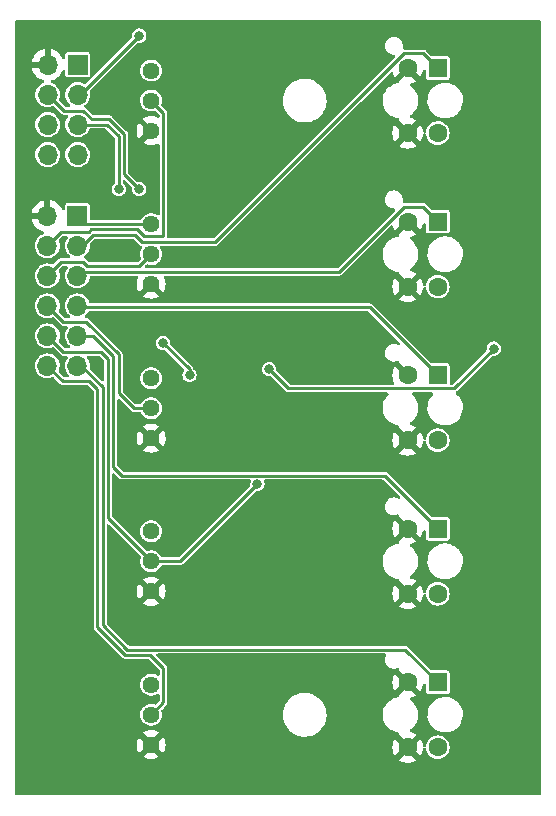
<source format=gtl>
G04 #@! TF.GenerationSoftware,KiCad,Pcbnew,(6.0.8)*
G04 #@! TF.CreationDate,2022-11-14T23:42:09+02:00*
G04 #@! TF.ProjectId,line_sensor_encoder,6c696e65-5f73-4656-9e73-6f725f656e63,rev?*
G04 #@! TF.SameCoordinates,Original*
G04 #@! TF.FileFunction,Copper,L1,Top*
G04 #@! TF.FilePolarity,Positive*
%FSLAX46Y46*%
G04 Gerber Fmt 4.6, Leading zero omitted, Abs format (unit mm)*
G04 Created by KiCad (PCBNEW (6.0.8)) date 2022-11-14 23:42:09*
%MOMM*%
%LPD*%
G01*
G04 APERTURE LIST*
G04 #@! TA.AperFunction,ComponentPad*
%ADD10R,1.600000X1.600000*%
G04 #@! TD*
G04 #@! TA.AperFunction,ComponentPad*
%ADD11C,1.600000*%
G04 #@! TD*
G04 #@! TA.AperFunction,ComponentPad*
%ADD12C,1.440000*%
G04 #@! TD*
G04 #@! TA.AperFunction,ComponentPad*
%ADD13R,1.700000X1.700000*%
G04 #@! TD*
G04 #@! TA.AperFunction,ComponentPad*
%ADD14O,1.700000X1.700000*%
G04 #@! TD*
G04 #@! TA.AperFunction,ViaPad*
%ADD15C,0.800000*%
G04 #@! TD*
G04 #@! TA.AperFunction,Conductor*
%ADD16C,0.250000*%
G04 #@! TD*
G04 APERTURE END LIST*
D10*
X151270000Y-149250000D03*
D11*
X148730000Y-149250000D03*
X148730000Y-154750000D03*
X151270000Y-154750000D03*
D10*
X151270000Y-123250000D03*
D11*
X148730000Y-123250000D03*
X148730000Y-128750000D03*
X151270000Y-128750000D03*
D10*
X151270000Y-136250000D03*
D11*
X148730000Y-136250000D03*
X148730000Y-141750000D03*
X151270000Y-141750000D03*
D10*
X151270000Y-110250000D03*
D11*
X148730000Y-110250000D03*
X148730000Y-115750000D03*
X151270000Y-115750000D03*
D10*
X151270000Y-97250000D03*
D11*
X148730000Y-97250000D03*
X148730000Y-102750000D03*
X151270000Y-102750000D03*
D12*
X127000000Y-136460000D03*
X127000000Y-139000000D03*
X127000000Y-141540000D03*
X127000000Y-123500000D03*
X127000000Y-126040000D03*
X127000000Y-128580000D03*
X127000000Y-97460000D03*
X127000000Y-100000000D03*
X127000000Y-102540000D03*
X127000000Y-110460000D03*
X127000000Y-113000000D03*
X127000000Y-115540000D03*
D13*
X120775000Y-96950000D03*
D14*
X118235000Y-96950000D03*
X120775000Y-99490000D03*
X118235000Y-99490000D03*
X120775000Y-102030000D03*
X118235000Y-102030000D03*
X120775000Y-104570000D03*
X118235000Y-104570000D03*
D13*
X120750000Y-109750000D03*
D14*
X118210000Y-109750000D03*
X120750000Y-112290000D03*
X118210000Y-112290000D03*
X120750000Y-114830000D03*
X118210000Y-114830000D03*
X120750000Y-117370000D03*
X118210000Y-117370000D03*
X120750000Y-119910000D03*
X118210000Y-119910000D03*
X120750000Y-122450000D03*
X118210000Y-122450000D03*
D12*
X127000000Y-149460000D03*
X127000000Y-152000000D03*
X127000000Y-154540000D03*
D15*
X145250000Y-94750000D03*
X136500000Y-137500000D03*
X118500000Y-156500000D03*
X125250000Y-112750000D03*
X130250000Y-136250000D03*
X126000000Y-132750000D03*
X145000000Y-155000000D03*
X155250000Y-132000000D03*
X137250000Y-156250000D03*
X118500000Y-127250000D03*
X125000000Y-100250000D03*
X131000000Y-98000000D03*
X143000000Y-123000000D03*
X130250000Y-110000000D03*
X119250000Y-94250000D03*
X145750000Y-120000000D03*
X118500000Y-144500000D03*
X123250000Y-96000000D03*
X130250000Y-153250000D03*
X136250000Y-102250000D03*
X144750000Y-139000000D03*
X158000000Y-94500000D03*
X135750000Y-123750000D03*
X144000000Y-107000000D03*
X155500000Y-106000000D03*
X122250000Y-122250000D03*
X130250000Y-126250000D03*
X158000000Y-157500000D03*
X155500000Y-118250000D03*
X156000000Y-121000000D03*
X137000000Y-122750000D03*
X126000000Y-94500000D03*
X126000000Y-107500000D03*
X128000000Y-120500000D03*
X130250000Y-123250000D03*
X124250000Y-107500000D03*
X136000000Y-132474500D03*
D16*
X121460000Y-110460000D02*
X120750000Y-109750000D01*
X137000000Y-122750000D02*
X138625000Y-124375000D01*
X127000000Y-110460000D02*
X121460000Y-110460000D01*
X152625000Y-124375000D02*
X156000000Y-121000000D01*
X138625000Y-124375000D02*
X152625000Y-124375000D01*
X126000000Y-94500000D02*
X121010000Y-99490000D01*
X121010000Y-99490000D02*
X120775000Y-99490000D01*
X123466396Y-101580000D02*
X121986701Y-101580000D01*
X126000000Y-107500000D02*
X124700000Y-106200000D01*
X124700000Y-106200000D02*
X124700000Y-102813604D01*
X121986701Y-101580000D02*
X121261701Y-100855000D01*
X119600000Y-100855000D02*
X118235000Y-99490000D01*
X121261701Y-100855000D02*
X119600000Y-100855000D01*
X124700000Y-102813604D02*
X123466396Y-101580000D01*
X124250000Y-103000000D02*
X123280000Y-102030000D01*
X124250000Y-107500000D02*
X124250000Y-103000000D01*
X123280000Y-102030000D02*
X120775000Y-102030000D01*
X130250000Y-122750000D02*
X130250000Y-123250000D01*
X128000000Y-120500000D02*
X130250000Y-122750000D01*
X122111396Y-111360000D02*
X125599354Y-111360000D01*
X148389009Y-96000000D02*
X150020000Y-96000000D01*
X120750000Y-112290000D02*
X121181396Y-112290000D01*
X121181396Y-112290000D02*
X122111396Y-111360000D01*
X126194354Y-111955000D02*
X132434009Y-111955000D01*
X125599354Y-111360000D02*
X126194354Y-111955000D01*
X150020000Y-96000000D02*
X151270000Y-97250000D01*
X132434009Y-111955000D02*
X148389009Y-96000000D01*
X119385000Y-111115000D02*
X118210000Y-112290000D01*
X128045000Y-111455000D02*
X127995000Y-111505000D01*
X125785750Y-110910000D02*
X121925000Y-110910000D01*
X121925000Y-110910000D02*
X121720000Y-111115000D01*
X126380750Y-111505000D02*
X125785750Y-110910000D01*
X127995000Y-111505000D02*
X126380750Y-111505000D01*
X127000000Y-100000000D02*
X128045000Y-101045000D01*
X121720000Y-111115000D02*
X119385000Y-111115000D01*
X128045000Y-101045000D02*
X128045000Y-111455000D01*
X120750000Y-114830000D02*
X121085000Y-114495000D01*
X150020000Y-109000000D02*
X151270000Y-110250000D01*
X121085000Y-114495000D02*
X142894009Y-114495000D01*
X148389009Y-109000000D02*
X150020000Y-109000000D01*
X142894009Y-114495000D02*
X148389009Y-109000000D01*
X119385000Y-113655000D02*
X118210000Y-114830000D01*
X121581701Y-114000000D02*
X121236701Y-113655000D01*
X127000000Y-113000000D02*
X126000000Y-114000000D01*
X126000000Y-114000000D02*
X121581701Y-114000000D01*
X121236701Y-113655000D02*
X119385000Y-113655000D01*
X120880000Y-117500000D02*
X145520000Y-117500000D01*
X145520000Y-117500000D02*
X151270000Y-123250000D01*
X120750000Y-117370000D02*
X120880000Y-117500000D01*
X121507792Y-118735000D02*
X124250000Y-121477208D01*
X118210000Y-117370000D02*
X119575000Y-118735000D01*
X119575000Y-118735000D02*
X121507792Y-118735000D01*
X124250000Y-121477208D02*
X124250000Y-124750000D01*
X125540000Y-126040000D02*
X127000000Y-126040000D01*
X124250000Y-124750000D02*
X125540000Y-126040000D01*
X122046396Y-119910000D02*
X123800000Y-121663604D01*
X120750000Y-119910000D02*
X122046396Y-119910000D01*
X123800000Y-131050000D02*
X124500000Y-131750000D01*
X123800000Y-121663604D02*
X123800000Y-131050000D01*
X124500000Y-131750000D02*
X146770000Y-131750000D01*
X146770000Y-131750000D02*
X151270000Y-136250000D01*
X136000000Y-132474500D02*
X129474500Y-139000000D01*
X118210000Y-119910000D02*
X119575000Y-121275000D01*
X123350000Y-135350000D02*
X127000000Y-139000000D01*
X122775000Y-121275000D02*
X123350000Y-121850000D01*
X123350000Y-121850000D02*
X123350000Y-135350000D01*
X129474500Y-139000000D02*
X127000000Y-139000000D01*
X119575000Y-121275000D02*
X122775000Y-121275000D01*
X120750000Y-122450000D02*
X121086396Y-122450000D01*
X122900000Y-124263604D02*
X122900000Y-144400000D01*
X121086396Y-122450000D02*
X122900000Y-124263604D01*
X124974999Y-146474999D02*
X148494999Y-146474999D01*
X122900000Y-144400000D02*
X124974999Y-146474999D01*
X148494999Y-146474999D02*
X151270000Y-149250000D01*
X128045000Y-150955000D02*
X127000000Y-152000000D01*
X126924999Y-146924999D02*
X128045000Y-148045000D01*
X124788603Y-146924999D02*
X126924999Y-146924999D01*
X122450000Y-124450000D02*
X122450000Y-144586396D01*
X118210000Y-122450000D02*
X119510000Y-123750000D01*
X121750000Y-123750000D02*
X122450000Y-124450000D01*
X128045000Y-148045000D02*
X128045000Y-150955000D01*
X122450000Y-144586396D02*
X124788603Y-146924999D01*
X119510000Y-123750000D02*
X121750000Y-123750000D01*
G04 #@! TA.AperFunction,Conductor*
G36*
X159992539Y-93220185D02*
G01*
X160038294Y-93272989D01*
X160049500Y-93324500D01*
X160049500Y-158675500D01*
X160029815Y-158742539D01*
X159977011Y-158788294D01*
X159925500Y-158799500D01*
X115574500Y-158799500D01*
X115507461Y-158779815D01*
X115461706Y-158727011D01*
X115450500Y-158675500D01*
X115450500Y-155836078D01*
X148008391Y-155836078D01*
X148017538Y-155847901D01*
X148069073Y-155883987D01*
X148078405Y-155889374D01*
X148276023Y-155981525D01*
X148286156Y-155985214D01*
X148496769Y-156041647D01*
X148507400Y-156043521D01*
X148724605Y-156062524D01*
X148735395Y-156062524D01*
X148952600Y-156043521D01*
X148963231Y-156041647D01*
X149173844Y-155985214D01*
X149183977Y-155981525D01*
X149381595Y-155889374D01*
X149390927Y-155883987D01*
X149443285Y-155847325D01*
X149451527Y-155837014D01*
X149444571Y-155823781D01*
X148742607Y-155121817D01*
X148728887Y-155114325D01*
X148727081Y-155114454D01*
X148720574Y-155118636D01*
X148014718Y-155824492D01*
X148008391Y-155836078D01*
X115450500Y-155836078D01*
X115450500Y-155568638D01*
X126335832Y-155568638D01*
X126344979Y-155580461D01*
X126379225Y-155604441D01*
X126388557Y-155609828D01*
X126573489Y-155696063D01*
X126583622Y-155699752D01*
X126780713Y-155752562D01*
X126791344Y-155754436D01*
X126994605Y-155772219D01*
X127005395Y-155772219D01*
X127208656Y-155754436D01*
X127219287Y-155752562D01*
X127416378Y-155699752D01*
X127426511Y-155696063D01*
X127611443Y-155609828D01*
X127620775Y-155604441D01*
X127655844Y-155579885D01*
X127664086Y-155569574D01*
X127657130Y-155556341D01*
X127012607Y-154911817D01*
X126998887Y-154904325D01*
X126997082Y-154904454D01*
X126990573Y-154908637D01*
X126342159Y-155557052D01*
X126335832Y-155568638D01*
X115450500Y-155568638D01*
X115450500Y-154545395D01*
X125767781Y-154545395D01*
X125785564Y-154748656D01*
X125787438Y-154759287D01*
X125840248Y-154956378D01*
X125843937Y-154966511D01*
X125930168Y-155151434D01*
X125935566Y-155160784D01*
X125960115Y-155195843D01*
X125970426Y-155204086D01*
X125983659Y-155197130D01*
X126628183Y-154552607D01*
X126634459Y-154541113D01*
X127364325Y-154541113D01*
X127364454Y-154542918D01*
X127368637Y-154549427D01*
X128017052Y-155197841D01*
X128028638Y-155204167D01*
X128040462Y-155195020D01*
X128064434Y-155160784D01*
X128069832Y-155151434D01*
X128156063Y-154966511D01*
X128159752Y-154956378D01*
X128212562Y-154759287D01*
X128213248Y-154755395D01*
X147417476Y-154755395D01*
X147436479Y-154972600D01*
X147438353Y-154983231D01*
X147494786Y-155193844D01*
X147498475Y-155203977D01*
X147590626Y-155401595D01*
X147596013Y-155410927D01*
X147632675Y-155463285D01*
X147642986Y-155471527D01*
X147656219Y-155464571D01*
X148358183Y-154762607D01*
X148364459Y-154751113D01*
X149094325Y-154751113D01*
X149094454Y-154752919D01*
X149098636Y-154759426D01*
X149804492Y-155465282D01*
X149816078Y-155471609D01*
X149827901Y-155462462D01*
X149863987Y-155410927D01*
X149869374Y-155401595D01*
X149961525Y-155203977D01*
X149965214Y-155193844D01*
X150021647Y-154983231D01*
X150023521Y-154972600D01*
X150030690Y-154890659D01*
X150056142Y-154825590D01*
X150112733Y-154784611D01*
X150182495Y-154780733D01*
X150243279Y-154815187D01*
X150275787Y-154877033D01*
X150277783Y-154891090D01*
X150278905Y-154904454D01*
X150281175Y-154931483D01*
X150335258Y-155120091D01*
X150424944Y-155294601D01*
X150428709Y-155299351D01*
X150428712Y-155299356D01*
X150517142Y-155410927D01*
X150546818Y-155448369D01*
X150696238Y-155575535D01*
X150701536Y-155578496D01*
X150747959Y-155604441D01*
X150867513Y-155671257D01*
X151054118Y-155731889D01*
X151248946Y-155755121D01*
X151254990Y-155754656D01*
X151254991Y-155754656D01*
X151346761Y-155747594D01*
X151444576Y-155740068D01*
X151633556Y-155687303D01*
X151808689Y-155598837D01*
X151963303Y-155478040D01*
X151967259Y-155473456D01*
X151967263Y-155473453D01*
X152087547Y-155334101D01*
X152091509Y-155329511D01*
X152188425Y-155158909D01*
X152219121Y-155066633D01*
X152248446Y-154978480D01*
X152248446Y-154978479D01*
X152250358Y-154972732D01*
X152258054Y-154911817D01*
X152274514Y-154781515D01*
X152274514Y-154781514D01*
X152274949Y-154778071D01*
X152275341Y-154750000D01*
X152256194Y-154554728D01*
X152199484Y-154366894D01*
X152195675Y-154359729D01*
X152110217Y-154199008D01*
X152107370Y-154193653D01*
X151983361Y-154041602D01*
X151832180Y-153916535D01*
X151659585Y-153823213D01*
X151472152Y-153765193D01*
X151277019Y-153744683D01*
X151270986Y-153745232D01*
X151270982Y-153745232D01*
X151107278Y-153760131D01*
X151081618Y-153762466D01*
X150998217Y-153787012D01*
X150899208Y-153816152D01*
X150899203Y-153816154D01*
X150893393Y-153817864D01*
X150888023Y-153820671D01*
X150888019Y-153820673D01*
X150830966Y-153850500D01*
X150719512Y-153908767D01*
X150714789Y-153912564D01*
X150714788Y-153912565D01*
X150705040Y-153920403D01*
X150566600Y-154031711D01*
X150440480Y-154182016D01*
X150345956Y-154353954D01*
X150344124Y-154359729D01*
X150288650Y-154534605D01*
X150286628Y-154540978D01*
X150285952Y-154547006D01*
X150277961Y-154618249D01*
X150250927Y-154682676D01*
X150193352Y-154722260D01*
X150123516Y-154724433D01*
X150063592Y-154688505D01*
X150032604Y-154625882D01*
X150031206Y-154615235D01*
X150023521Y-154527399D01*
X150021647Y-154516769D01*
X149965214Y-154306156D01*
X149961525Y-154296023D01*
X149869374Y-154098405D01*
X149863987Y-154089073D01*
X149827325Y-154036715D01*
X149817014Y-154028473D01*
X149803781Y-154035429D01*
X149101817Y-154737393D01*
X149094325Y-154751113D01*
X148364459Y-154751113D01*
X148365675Y-154748887D01*
X148365546Y-154747081D01*
X148361364Y-154740574D01*
X147655508Y-154034718D01*
X147643922Y-154028391D01*
X147632099Y-154037538D01*
X147596013Y-154089073D01*
X147590626Y-154098405D01*
X147498475Y-154296023D01*
X147494786Y-154306156D01*
X147438353Y-154516769D01*
X147436479Y-154527400D01*
X147417476Y-154744605D01*
X147417476Y-154755395D01*
X128213248Y-154755395D01*
X128214436Y-154748656D01*
X128232219Y-154545395D01*
X128232219Y-154534605D01*
X128214436Y-154331344D01*
X128212562Y-154320713D01*
X128159752Y-154123622D01*
X128156063Y-154113489D01*
X128069832Y-153928566D01*
X128064434Y-153919216D01*
X128039885Y-153884157D01*
X128029574Y-153875914D01*
X128016341Y-153882870D01*
X127371817Y-154527393D01*
X127364325Y-154541113D01*
X126634459Y-154541113D01*
X126635675Y-154538887D01*
X126635546Y-154537082D01*
X126631363Y-154530573D01*
X125982948Y-153882159D01*
X125971362Y-153875833D01*
X125959538Y-153884980D01*
X125935566Y-153919216D01*
X125930168Y-153928566D01*
X125843937Y-154113489D01*
X125840248Y-154123622D01*
X125787438Y-154320713D01*
X125785564Y-154331344D01*
X125767781Y-154534605D01*
X125767781Y-154545395D01*
X115450500Y-154545395D01*
X115450500Y-153510426D01*
X126335914Y-153510426D01*
X126342870Y-153523659D01*
X126987393Y-154168183D01*
X127001113Y-154175675D01*
X127002918Y-154175546D01*
X127009427Y-154171363D01*
X127657841Y-153522948D01*
X127664168Y-153511362D01*
X127655021Y-153499539D01*
X127620775Y-153475559D01*
X127611443Y-153470172D01*
X127426511Y-153383937D01*
X127416378Y-153380248D01*
X127219287Y-153327438D01*
X127208656Y-153325564D01*
X127005395Y-153307781D01*
X126994605Y-153307781D01*
X126791344Y-153325564D01*
X126780713Y-153327438D01*
X126583622Y-153380248D01*
X126573489Y-153383937D01*
X126388566Y-153470168D01*
X126379216Y-153475566D01*
X126344157Y-153500115D01*
X126335914Y-153510426D01*
X115450500Y-153510426D01*
X115450500Y-122435262D01*
X117154520Y-122435262D01*
X117171759Y-122640553D01*
X117228544Y-122838586D01*
X117231316Y-122843981D01*
X117231317Y-122843982D01*
X117267441Y-122914271D01*
X117322712Y-123021818D01*
X117326480Y-123026572D01*
X117446724Y-123178282D01*
X117450677Y-123183270D01*
X117455296Y-123187201D01*
X117602950Y-123312865D01*
X117602955Y-123312869D01*
X117607564Y-123316791D01*
X117787398Y-123417297D01*
X117859653Y-123440774D01*
X117960019Y-123473385D01*
X117983329Y-123480959D01*
X117989347Y-123481677D01*
X117989349Y-123481677D01*
X118088840Y-123493540D01*
X118187894Y-123505351D01*
X118193938Y-123504886D01*
X118193939Y-123504886D01*
X118257437Y-123500000D01*
X118393300Y-123489546D01*
X118478596Y-123465731D01*
X118585885Y-123435776D01*
X118585889Y-123435774D01*
X118591725Y-123434145D01*
X118597132Y-123431414D01*
X118597139Y-123431411D01*
X118606011Y-123426929D01*
X118674725Y-123414272D01*
X118739374Y-123440774D01*
X118749602Y-123449928D01*
X119265950Y-123966276D01*
X119273259Y-123974251D01*
X119297545Y-124003194D01*
X119306937Y-124008616D01*
X119306939Y-124008618D01*
X119330257Y-124022080D01*
X119339383Y-124027894D01*
X119346791Y-124033081D01*
X119370316Y-124049554D01*
X119380791Y-124052361D01*
X119384100Y-124053904D01*
X119387558Y-124055162D01*
X119396955Y-124060588D01*
X119420965Y-124064821D01*
X119434143Y-124067145D01*
X119444690Y-124069483D01*
X119481193Y-124079264D01*
X119518822Y-124075972D01*
X119529630Y-124075500D01*
X121563812Y-124075500D01*
X121630851Y-124095185D01*
X121651493Y-124111819D01*
X122088181Y-124548508D01*
X122121666Y-124609831D01*
X122124500Y-124636189D01*
X122124500Y-144566769D01*
X122124028Y-144577577D01*
X122120736Y-144615203D01*
X122130517Y-144651706D01*
X122132855Y-144662253D01*
X122139412Y-144699441D01*
X122144838Y-144708838D01*
X122146096Y-144712296D01*
X122147639Y-144715605D01*
X122150446Y-144726080D01*
X122156667Y-144734964D01*
X122172106Y-144757013D01*
X122177920Y-144766139D01*
X122196806Y-144798851D01*
X122205116Y-144805824D01*
X122225744Y-144823133D01*
X122233719Y-144830441D01*
X124544553Y-147141275D01*
X124551862Y-147149250D01*
X124576148Y-147178193D01*
X124585540Y-147183615D01*
X124585542Y-147183617D01*
X124608860Y-147197079D01*
X124617986Y-147202893D01*
X124648919Y-147224553D01*
X124659394Y-147227360D01*
X124662703Y-147228903D01*
X124666161Y-147230161D01*
X124675558Y-147235587D01*
X124699568Y-147239820D01*
X124712746Y-147242144D01*
X124723293Y-147244482D01*
X124759796Y-147254263D01*
X124797422Y-147250971D01*
X124808230Y-147250499D01*
X126738811Y-147250499D01*
X126805850Y-147270184D01*
X126826492Y-147286818D01*
X127683181Y-148143507D01*
X127716666Y-148204830D01*
X127719500Y-148231188D01*
X127719500Y-148601584D01*
X127699815Y-148668623D01*
X127647011Y-148714378D01*
X127577853Y-148724322D01*
X127522615Y-148701902D01*
X127512837Y-148694798D01*
X127462785Y-148658433D01*
X127286017Y-148579731D01*
X127252682Y-148572645D01*
X127103111Y-148540852D01*
X127103106Y-148540851D01*
X127096748Y-148539500D01*
X126903252Y-148539500D01*
X126896894Y-148540851D01*
X126896889Y-148540852D01*
X126747318Y-148572645D01*
X126713983Y-148579731D01*
X126537215Y-148658433D01*
X126380673Y-148772167D01*
X126251198Y-148915964D01*
X126154450Y-149083537D01*
X126143292Y-149117879D01*
X126098610Y-149255395D01*
X126094656Y-149267563D01*
X126074430Y-149460000D01*
X126094656Y-149652437D01*
X126154450Y-149836463D01*
X126251198Y-150004036D01*
X126255544Y-150008863D01*
X126255545Y-150008864D01*
X126352238Y-150116253D01*
X126380673Y-150147833D01*
X126385931Y-150151653D01*
X126385932Y-150151654D01*
X126388781Y-150153724D01*
X126537215Y-150261567D01*
X126713983Y-150340269D01*
X126720345Y-150341621D01*
X126720344Y-150341621D01*
X126896889Y-150379148D01*
X126896894Y-150379149D01*
X126903252Y-150380500D01*
X127096748Y-150380500D01*
X127103106Y-150379149D01*
X127103111Y-150379148D01*
X127279656Y-150341621D01*
X127279655Y-150341621D01*
X127286017Y-150340269D01*
X127462785Y-150261567D01*
X127522615Y-150218098D01*
X127588421Y-150194618D01*
X127656475Y-150210444D01*
X127705170Y-150260549D01*
X127719500Y-150318416D01*
X127719500Y-150768811D01*
X127699815Y-150835850D01*
X127683181Y-150856492D01*
X127438946Y-151100727D01*
X127377623Y-151134212D01*
X127307931Y-151129228D01*
X127300831Y-151126326D01*
X127291960Y-151122376D01*
X127291952Y-151122373D01*
X127286017Y-151119731D01*
X127252682Y-151112645D01*
X127103111Y-151080852D01*
X127103106Y-151080851D01*
X127096748Y-151079500D01*
X126903252Y-151079500D01*
X126896894Y-151080851D01*
X126896889Y-151080852D01*
X126747318Y-151112645D01*
X126713983Y-151119731D01*
X126608287Y-151166790D01*
X126552257Y-151191736D01*
X126537215Y-151198433D01*
X126380673Y-151312167D01*
X126251198Y-151455964D01*
X126247950Y-151461590D01*
X126189290Y-151563193D01*
X126154450Y-151623537D01*
X126094656Y-151807563D01*
X126074430Y-152000000D01*
X126094656Y-152192437D01*
X126154450Y-152376463D01*
X126251198Y-152544036D01*
X126380673Y-152687833D01*
X126537215Y-152801567D01*
X126713983Y-152880269D01*
X126720345Y-152881621D01*
X126720344Y-152881621D01*
X126896889Y-152919148D01*
X126896894Y-152919149D01*
X126903252Y-152920500D01*
X127096748Y-152920500D01*
X127103106Y-152919149D01*
X127103111Y-152919148D01*
X127279656Y-152881621D01*
X127279655Y-152881621D01*
X127286017Y-152880269D01*
X127462785Y-152801567D01*
X127619327Y-152687833D01*
X127748802Y-152544036D01*
X127845550Y-152376463D01*
X127905344Y-152192437D01*
X127921146Y-152042095D01*
X138145028Y-152042095D01*
X138145455Y-152046570D01*
X138145455Y-152046571D01*
X138159962Y-152198618D01*
X138170534Y-152309431D01*
X138234364Y-152570285D01*
X138236047Y-152574441D01*
X138236049Y-152574446D01*
X138251423Y-152612402D01*
X138335182Y-152819192D01*
X138470875Y-153050938D01*
X138638601Y-153260669D01*
X138834846Y-153443991D01*
X139055499Y-153597064D01*
X139059532Y-153599070D01*
X139059533Y-153599071D01*
X139291905Y-153714674D01*
X139291909Y-153714676D01*
X139295938Y-153716680D01*
X139300214Y-153718082D01*
X139300217Y-153718083D01*
X139486309Y-153779087D01*
X139551126Y-153800335D01*
X139631154Y-153814230D01*
X139811983Y-153845628D01*
X139811988Y-153845629D01*
X139815717Y-153846276D01*
X139849078Y-153847937D01*
X139899031Y-153850424D01*
X139899050Y-153850424D01*
X139900567Y-153850500D01*
X140068223Y-153850500D01*
X140267846Y-153836016D01*
X140272227Y-153835049D01*
X140272232Y-153835048D01*
X140380410Y-153811164D01*
X140530080Y-153778120D01*
X140781211Y-153682975D01*
X140877342Y-153629579D01*
X141012053Y-153554753D01*
X141015976Y-153552574D01*
X141229458Y-153389650D01*
X141417185Y-153197614D01*
X141575225Y-152980491D01*
X141700265Y-152742828D01*
X141718337Y-152691654D01*
X141788195Y-152493830D01*
X141789688Y-152489603D01*
X141818407Y-152343896D01*
X141840751Y-152230532D01*
X141840751Y-152230529D01*
X141841620Y-152226122D01*
X141847648Y-152105028D01*
X146598025Y-152105028D01*
X146635347Y-152348930D01*
X146712003Y-152583460D01*
X146714353Y-152587974D01*
X146823584Y-152797806D01*
X146823588Y-152797812D01*
X146825935Y-152802321D01*
X146828991Y-152806391D01*
X146962436Y-152984123D01*
X146974083Y-152999636D01*
X146977762Y-153003152D01*
X146977764Y-153003154D01*
X147031435Y-153054443D01*
X147152468Y-153170104D01*
X147156667Y-153172968D01*
X147156669Y-153172970D01*
X147335230Y-153294776D01*
X147356300Y-153309149D01*
X147580104Y-153413035D01*
X147585008Y-153414395D01*
X147812970Y-153477615D01*
X147812972Y-153477615D01*
X147817871Y-153478974D01*
X147904072Y-153488186D01*
X147968640Y-153514883D01*
X148008524Y-153572250D01*
X148010575Y-153628655D01*
X148010703Y-153628668D01*
X148010609Y-153629579D01*
X148011063Y-153642073D01*
X148008857Y-153646505D01*
X148007369Y-153660885D01*
X148015429Y-153676219D01*
X148717393Y-154378183D01*
X148731113Y-154385675D01*
X148732919Y-154385546D01*
X148739426Y-154381364D01*
X149445282Y-153675508D01*
X149451609Y-153663922D01*
X149442462Y-153652099D01*
X149390927Y-153616013D01*
X149381595Y-153610626D01*
X149183977Y-153518475D01*
X149173844Y-153514786D01*
X148981933Y-153463364D01*
X148922273Y-153426999D01*
X148891744Y-153364152D01*
X148900039Y-153294776D01*
X148946673Y-153239476D01*
X149011382Y-153197614D01*
X149018661Y-153192905D01*
X149087569Y-153130203D01*
X149197387Y-153030278D01*
X149197391Y-153030274D01*
X149201158Y-153026846D01*
X149354082Y-152833210D01*
X149432225Y-152691654D01*
X149470868Y-152621653D01*
X149470869Y-152621650D01*
X149473327Y-152617198D01*
X149555691Y-152384610D01*
X149598961Y-152141694D01*
X149599409Y-152105028D01*
X150398025Y-152105028D01*
X150435347Y-152348930D01*
X150512003Y-152583460D01*
X150514353Y-152587974D01*
X150623584Y-152797806D01*
X150623588Y-152797812D01*
X150625935Y-152802321D01*
X150628991Y-152806391D01*
X150762436Y-152984123D01*
X150774083Y-152999636D01*
X150777762Y-153003152D01*
X150777764Y-153003154D01*
X150831435Y-153054443D01*
X150952468Y-153170104D01*
X150956667Y-153172968D01*
X150956669Y-153172970D01*
X151135230Y-153294776D01*
X151156300Y-153309149D01*
X151380104Y-153413035D01*
X151385008Y-153414395D01*
X151612970Y-153477615D01*
X151612972Y-153477615D01*
X151617871Y-153478974D01*
X151819292Y-153500500D01*
X151962554Y-153500500D01*
X152145911Y-153485425D01*
X152385217Y-153425316D01*
X152410334Y-153414395D01*
X152525884Y-153364152D01*
X152611493Y-153326928D01*
X152818661Y-153192905D01*
X152887569Y-153130203D01*
X152997387Y-153030278D01*
X152997391Y-153030274D01*
X153001158Y-153026846D01*
X153154082Y-152833210D01*
X153232225Y-152691654D01*
X153270868Y-152621653D01*
X153270869Y-152621650D01*
X153273327Y-152617198D01*
X153355691Y-152384610D01*
X153398961Y-152141694D01*
X153400771Y-151993540D01*
X153401913Y-151900062D01*
X153401913Y-151900060D01*
X153401975Y-151894972D01*
X153364653Y-151651070D01*
X153287997Y-151416540D01*
X153231675Y-151308346D01*
X153176416Y-151202194D01*
X153176412Y-151202188D01*
X153174065Y-151197679D01*
X153076733Y-151068045D01*
X153028973Y-151004434D01*
X153028972Y-151004433D01*
X153025917Y-151000364D01*
X152997444Y-150973154D01*
X152875363Y-150856492D01*
X152847532Y-150829896D01*
X152812529Y-150806018D01*
X152647909Y-150693722D01*
X152647907Y-150693721D01*
X152643700Y-150690851D01*
X152419896Y-150586965D01*
X152371141Y-150573444D01*
X152187030Y-150522385D01*
X152187028Y-150522385D01*
X152182129Y-150521026D01*
X151980708Y-150499500D01*
X151837446Y-150499500D01*
X151654089Y-150514575D01*
X151649149Y-150515816D01*
X151649148Y-150515816D01*
X151531068Y-150545475D01*
X151414783Y-150574684D01*
X151410116Y-150576713D01*
X151410114Y-150576714D01*
X151352603Y-150601721D01*
X151188507Y-150673072D01*
X150981339Y-150807095D01*
X150956281Y-150829896D01*
X150802613Y-150969722D01*
X150802609Y-150969726D01*
X150798842Y-150973154D01*
X150645918Y-151166790D01*
X150643461Y-151171241D01*
X150565666Y-151312167D01*
X150526673Y-151382802D01*
X150444309Y-151615390D01*
X150401039Y-151858306D01*
X150400977Y-151863389D01*
X150398849Y-152037609D01*
X150398025Y-152105028D01*
X149599409Y-152105028D01*
X149600771Y-151993540D01*
X149601913Y-151900062D01*
X149601913Y-151900060D01*
X149601975Y-151894972D01*
X149564653Y-151651070D01*
X149487997Y-151416540D01*
X149431675Y-151308346D01*
X149376416Y-151202194D01*
X149376412Y-151202188D01*
X149374065Y-151197679D01*
X149276733Y-151068045D01*
X149228973Y-151004434D01*
X149228972Y-151004433D01*
X149225917Y-151000364D01*
X149197444Y-150973154D01*
X149075363Y-150856492D01*
X149047532Y-150829896D01*
X148943595Y-150758995D01*
X148899307Y-150704955D01*
X148891266Y-150635549D01*
X148922024Y-150572814D01*
X148981380Y-150536784D01*
X149173841Y-150485215D01*
X149183977Y-150481525D01*
X149381595Y-150389374D01*
X149390927Y-150383987D01*
X149443285Y-150347325D01*
X149451527Y-150337014D01*
X149444571Y-150323781D01*
X148742607Y-149621817D01*
X148728887Y-149614325D01*
X148727081Y-149614454D01*
X148720574Y-149618636D01*
X148014718Y-150324492D01*
X148007226Y-150338212D01*
X148008904Y-150361678D01*
X148014626Y-150376304D01*
X148000861Y-150444804D01*
X147952247Y-150494988D01*
X147901258Y-150510697D01*
X147854089Y-150514575D01*
X147849149Y-150515816D01*
X147849148Y-150515816D01*
X147731068Y-150545475D01*
X147614783Y-150574684D01*
X147610116Y-150576713D01*
X147610114Y-150576714D01*
X147552603Y-150601721D01*
X147388507Y-150673072D01*
X147181339Y-150807095D01*
X147156281Y-150829896D01*
X147002613Y-150969722D01*
X147002609Y-150969726D01*
X146998842Y-150973154D01*
X146845918Y-151166790D01*
X146843461Y-151171241D01*
X146765666Y-151312167D01*
X146726673Y-151382802D01*
X146644309Y-151615390D01*
X146601039Y-151858306D01*
X146600977Y-151863389D01*
X146598849Y-152037609D01*
X146598025Y-152105028D01*
X141847648Y-152105028D01*
X141852555Y-152006460D01*
X141854749Y-151962391D01*
X141854749Y-151962387D01*
X141854972Y-151957905D01*
X141845954Y-151863389D01*
X141829894Y-151695054D01*
X141829894Y-151695053D01*
X141829466Y-151690569D01*
X141765636Y-151429715D01*
X141758472Y-151412026D01*
X141695749Y-151257172D01*
X141664818Y-151180808D01*
X141529125Y-150949062D01*
X141361399Y-150739331D01*
X141165154Y-150556009D01*
X140944501Y-150402936D01*
X140896685Y-150379148D01*
X140708095Y-150285326D01*
X140708091Y-150285324D01*
X140704062Y-150283320D01*
X140699786Y-150281918D01*
X140699783Y-150281917D01*
X140453142Y-150201064D01*
X140453140Y-150201064D01*
X140448874Y-150199665D01*
X140360952Y-150184399D01*
X140188017Y-150154372D01*
X140188012Y-150154371D01*
X140184283Y-150153724D01*
X140150922Y-150152063D01*
X140100969Y-150149576D01*
X140100950Y-150149576D01*
X140099433Y-150149500D01*
X139931777Y-150149500D01*
X139732154Y-150163984D01*
X139727773Y-150164951D01*
X139727768Y-150164952D01*
X139639686Y-150184399D01*
X139469920Y-150221880D01*
X139218789Y-150317025D01*
X138984024Y-150447426D01*
X138770542Y-150610350D01*
X138582815Y-150802386D01*
X138424775Y-151019509D01*
X138299735Y-151257172D01*
X138298242Y-151261399D01*
X138298241Y-151261402D01*
X138259920Y-151369918D01*
X138210312Y-151510397D01*
X138209445Y-151514798D01*
X138209444Y-151514800D01*
X138175072Y-151689192D01*
X138158380Y-151773878D01*
X138158157Y-151778362D01*
X138147124Y-152000000D01*
X138145028Y-152042095D01*
X127921146Y-152042095D01*
X127925570Y-152000000D01*
X127905344Y-151807563D01*
X127868788Y-151695054D01*
X127866883Y-151689192D01*
X127864888Y-151619351D01*
X127897133Y-151563193D01*
X128072729Y-151387598D01*
X128261282Y-151199045D01*
X128269257Y-151191736D01*
X128269954Y-151191151D01*
X128298194Y-151167455D01*
X128317083Y-151134739D01*
X128322894Y-151125618D01*
X128338331Y-151103571D01*
X128344554Y-151094684D01*
X128347361Y-151084209D01*
X128348908Y-151080892D01*
X128350165Y-151077439D01*
X128355588Y-151068045D01*
X128362148Y-151030845D01*
X128364489Y-151020288D01*
X128371455Y-150994288D01*
X128371455Y-150994287D01*
X128374263Y-150983807D01*
X128371563Y-150952938D01*
X128370972Y-150946189D01*
X128370500Y-150935382D01*
X128370500Y-149255395D01*
X147417476Y-149255395D01*
X147436479Y-149472600D01*
X147438353Y-149483231D01*
X147494786Y-149693844D01*
X147498475Y-149703977D01*
X147590626Y-149901595D01*
X147596013Y-149910927D01*
X147632675Y-149963285D01*
X147642986Y-149971527D01*
X147656219Y-149964571D01*
X148358183Y-149262607D01*
X148365675Y-149248887D01*
X148365546Y-149247081D01*
X148361364Y-149240574D01*
X147655508Y-148534718D01*
X147643922Y-148528391D01*
X147632099Y-148537538D01*
X147596013Y-148589073D01*
X147590626Y-148598405D01*
X147498475Y-148796023D01*
X147494786Y-148806156D01*
X147438353Y-149016769D01*
X147436479Y-149027400D01*
X147417476Y-149244605D01*
X147417476Y-149255395D01*
X128370500Y-149255395D01*
X128370500Y-148064627D01*
X128370972Y-148053819D01*
X128373318Y-148027001D01*
X128374264Y-148016193D01*
X128364483Y-147979690D01*
X128362145Y-147969143D01*
X128357472Y-147942641D01*
X128355588Y-147931955D01*
X128350162Y-147922558D01*
X128348904Y-147919100D01*
X128347361Y-147915791D01*
X128344554Y-147905316D01*
X128322894Y-147874383D01*
X128317080Y-147865257D01*
X128303618Y-147841939D01*
X128303616Y-147841937D01*
X128298194Y-147832545D01*
X128269255Y-147808262D01*
X128261281Y-147800955D01*
X127472506Y-147012180D01*
X127439021Y-146950857D01*
X127444005Y-146881165D01*
X127485877Y-146825232D01*
X127551341Y-146800815D01*
X127560187Y-146800499D01*
X146785803Y-146800499D01*
X146852842Y-146820184D01*
X146898597Y-146872988D01*
X146908541Y-146942146D01*
X146893028Y-146986780D01*
X146857061Y-147048702D01*
X146806333Y-147216193D01*
X146795497Y-147390862D01*
X146825134Y-147563340D01*
X146893654Y-147724373D01*
X146897921Y-147730171D01*
X146897922Y-147730173D01*
X146968129Y-147825572D01*
X146997383Y-147865324D01*
X147002874Y-147869989D01*
X147002875Y-147869990D01*
X147125261Y-147973965D01*
X147125264Y-147973967D01*
X147130755Y-147978632D01*
X147137172Y-147981909D01*
X147137174Y-147981910D01*
X147201558Y-148014786D01*
X147286616Y-148058219D01*
X147293612Y-148059931D01*
X147293615Y-148059932D01*
X147345517Y-148072632D01*
X147456606Y-148099815D01*
X147462114Y-148100157D01*
X147462116Y-148100157D01*
X147465744Y-148100382D01*
X147465748Y-148100382D01*
X147467648Y-148100500D01*
X147593822Y-148100500D01*
X147723828Y-148085343D01*
X147730595Y-148082887D01*
X147730598Y-148082886D01*
X147840538Y-148042979D01*
X147910271Y-148038609D01*
X147971297Y-148072632D01*
X148004241Y-148134248D01*
X148005413Y-148157165D01*
X148015429Y-148176219D01*
X149804492Y-149965282D01*
X149816078Y-149971609D01*
X149827901Y-149962462D01*
X149863987Y-149910927D01*
X149869374Y-149901595D01*
X149961525Y-149703977D01*
X149965214Y-149693844D01*
X150021647Y-149483231D01*
X150023383Y-149473385D01*
X150054409Y-149410782D01*
X150114355Y-149374890D01*
X150184190Y-149377105D01*
X150241741Y-149416725D01*
X150268736Y-149481169D01*
X150269500Y-149494915D01*
X150269500Y-150069748D01*
X150281133Y-150128231D01*
X150325448Y-150194552D01*
X150391769Y-150238867D01*
X150403745Y-150241249D01*
X150403747Y-150241250D01*
X150422326Y-150244945D01*
X150450252Y-150250500D01*
X152089748Y-150250500D01*
X152117674Y-150244945D01*
X152136253Y-150241250D01*
X152136255Y-150241249D01*
X152148231Y-150238867D01*
X152214552Y-150194552D01*
X152258867Y-150128231D01*
X152270500Y-150069748D01*
X152270500Y-148430252D01*
X152258867Y-148371769D01*
X152214552Y-148305448D01*
X152148231Y-148261133D01*
X152136255Y-148258751D01*
X152136253Y-148258750D01*
X152117674Y-148255055D01*
X152089748Y-148249500D01*
X150781188Y-148249500D01*
X150714149Y-148229815D01*
X150693507Y-148213181D01*
X148739049Y-146258723D01*
X148731740Y-146250748D01*
X148714426Y-146230114D01*
X148707454Y-146221805D01*
X148698062Y-146216383D01*
X148698060Y-146216381D01*
X148674742Y-146202919D01*
X148665616Y-146197105D01*
X148643567Y-146181666D01*
X148643568Y-146181666D01*
X148634683Y-146175445D01*
X148624208Y-146172638D01*
X148620899Y-146171095D01*
X148617441Y-146169837D01*
X148608044Y-146164411D01*
X148584034Y-146160178D01*
X148570856Y-146157854D01*
X148560309Y-146155516D01*
X148523806Y-146145735D01*
X148486180Y-146149027D01*
X148475372Y-146149499D01*
X125161187Y-146149499D01*
X125094148Y-146129814D01*
X125073506Y-146113180D01*
X123261819Y-144301493D01*
X123228334Y-144240170D01*
X123225500Y-144213812D01*
X123225500Y-142836078D01*
X148008391Y-142836078D01*
X148017538Y-142847901D01*
X148069073Y-142883987D01*
X148078405Y-142889374D01*
X148276023Y-142981525D01*
X148286156Y-142985214D01*
X148496769Y-143041647D01*
X148507400Y-143043521D01*
X148724605Y-143062524D01*
X148735395Y-143062524D01*
X148952600Y-143043521D01*
X148963231Y-143041647D01*
X149173844Y-142985214D01*
X149183977Y-142981525D01*
X149381595Y-142889374D01*
X149390927Y-142883987D01*
X149443285Y-142847325D01*
X149451527Y-142837014D01*
X149444571Y-142823781D01*
X148742607Y-142121817D01*
X148728887Y-142114325D01*
X148727081Y-142114454D01*
X148720574Y-142118636D01*
X148014718Y-142824492D01*
X148008391Y-142836078D01*
X123225500Y-142836078D01*
X123225500Y-142568638D01*
X126335832Y-142568638D01*
X126344979Y-142580461D01*
X126379225Y-142604441D01*
X126388557Y-142609828D01*
X126573489Y-142696063D01*
X126583622Y-142699752D01*
X126780713Y-142752562D01*
X126791344Y-142754436D01*
X126994605Y-142772219D01*
X127005395Y-142772219D01*
X127208656Y-142754436D01*
X127219287Y-142752562D01*
X127416378Y-142699752D01*
X127426511Y-142696063D01*
X127611443Y-142609828D01*
X127620775Y-142604441D01*
X127655844Y-142579885D01*
X127664086Y-142569574D01*
X127657130Y-142556341D01*
X127012607Y-141911817D01*
X126998887Y-141904325D01*
X126997082Y-141904454D01*
X126990573Y-141908637D01*
X126342159Y-142557052D01*
X126335832Y-142568638D01*
X123225500Y-142568638D01*
X123225500Y-141545395D01*
X125767781Y-141545395D01*
X125785564Y-141748656D01*
X125787438Y-141759287D01*
X125840248Y-141956378D01*
X125843937Y-141966511D01*
X125930168Y-142151434D01*
X125935566Y-142160784D01*
X125960115Y-142195843D01*
X125970426Y-142204086D01*
X125983659Y-142197130D01*
X126628183Y-141552607D01*
X126634459Y-141541113D01*
X127364325Y-141541113D01*
X127364454Y-141542918D01*
X127368637Y-141549427D01*
X128017052Y-142197841D01*
X128028638Y-142204167D01*
X128040462Y-142195020D01*
X128064434Y-142160784D01*
X128069832Y-142151434D01*
X128156063Y-141966511D01*
X128159752Y-141956378D01*
X128212562Y-141759287D01*
X128213248Y-141755395D01*
X147417476Y-141755395D01*
X147436479Y-141972600D01*
X147438353Y-141983231D01*
X147494786Y-142193844D01*
X147498475Y-142203977D01*
X147590626Y-142401595D01*
X147596013Y-142410927D01*
X147632675Y-142463285D01*
X147642986Y-142471527D01*
X147656219Y-142464571D01*
X148358183Y-141762607D01*
X148364459Y-141751113D01*
X149094325Y-141751113D01*
X149094454Y-141752919D01*
X149098636Y-141759426D01*
X149804492Y-142465282D01*
X149816078Y-142471609D01*
X149827901Y-142462462D01*
X149863987Y-142410927D01*
X149869374Y-142401595D01*
X149961525Y-142203977D01*
X149965214Y-142193844D01*
X150021647Y-141983231D01*
X150023521Y-141972600D01*
X150030690Y-141890659D01*
X150056142Y-141825590D01*
X150112733Y-141784611D01*
X150182495Y-141780733D01*
X150243279Y-141815187D01*
X150275787Y-141877033D01*
X150277783Y-141891090D01*
X150278905Y-141904454D01*
X150281175Y-141931483D01*
X150335258Y-142120091D01*
X150424944Y-142294601D01*
X150428709Y-142299351D01*
X150428712Y-142299356D01*
X150517142Y-142410927D01*
X150546818Y-142448369D01*
X150696238Y-142575535D01*
X150701536Y-142578496D01*
X150747959Y-142604441D01*
X150867513Y-142671257D01*
X151054118Y-142731889D01*
X151248946Y-142755121D01*
X151254990Y-142754656D01*
X151254991Y-142754656D01*
X151346761Y-142747595D01*
X151444576Y-142740068D01*
X151633556Y-142687303D01*
X151808689Y-142598837D01*
X151963303Y-142478040D01*
X151967259Y-142473456D01*
X151967263Y-142473453D01*
X152087547Y-142334101D01*
X152091509Y-142329511D01*
X152188425Y-142158909D01*
X152219121Y-142066633D01*
X152248446Y-141978480D01*
X152248446Y-141978479D01*
X152250358Y-141972732D01*
X152258054Y-141911817D01*
X152274514Y-141781515D01*
X152274514Y-141781514D01*
X152274949Y-141778071D01*
X152275341Y-141750000D01*
X152256194Y-141554728D01*
X152199484Y-141366894D01*
X152195675Y-141359729D01*
X152110217Y-141199008D01*
X152107370Y-141193653D01*
X151983361Y-141041602D01*
X151832180Y-140916535D01*
X151659585Y-140823213D01*
X151472152Y-140765193D01*
X151277019Y-140744683D01*
X151270986Y-140745232D01*
X151270982Y-140745232D01*
X151107278Y-140760131D01*
X151081618Y-140762466D01*
X150998217Y-140787012D01*
X150899208Y-140816152D01*
X150899203Y-140816154D01*
X150893393Y-140817864D01*
X150888023Y-140820671D01*
X150888019Y-140820673D01*
X150802256Y-140865510D01*
X150719512Y-140908767D01*
X150714789Y-140912564D01*
X150714788Y-140912565D01*
X150705040Y-140920403D01*
X150566600Y-141031711D01*
X150440480Y-141182016D01*
X150345956Y-141353954D01*
X150344124Y-141359729D01*
X150288650Y-141534605D01*
X150286628Y-141540978D01*
X150285952Y-141547006D01*
X150277961Y-141618249D01*
X150250927Y-141682676D01*
X150193352Y-141722260D01*
X150123516Y-141724433D01*
X150063592Y-141688505D01*
X150032604Y-141625882D01*
X150031206Y-141615235D01*
X150023521Y-141527399D01*
X150021647Y-141516769D01*
X149965214Y-141306156D01*
X149961525Y-141296023D01*
X149869374Y-141098405D01*
X149863987Y-141089073D01*
X149827325Y-141036715D01*
X149817014Y-141028473D01*
X149803781Y-141035429D01*
X149101817Y-141737393D01*
X149094325Y-141751113D01*
X148364459Y-141751113D01*
X148365675Y-141748887D01*
X148365546Y-141747081D01*
X148361364Y-141740574D01*
X147655508Y-141034718D01*
X147643922Y-141028391D01*
X147632099Y-141037538D01*
X147596013Y-141089073D01*
X147590626Y-141098405D01*
X147498475Y-141296023D01*
X147494786Y-141306156D01*
X147438353Y-141516769D01*
X147436479Y-141527400D01*
X147417476Y-141744605D01*
X147417476Y-141755395D01*
X128213248Y-141755395D01*
X128214436Y-141748656D01*
X128232219Y-141545395D01*
X128232219Y-141534605D01*
X128214436Y-141331344D01*
X128212562Y-141320713D01*
X128159752Y-141123622D01*
X128156063Y-141113489D01*
X128069832Y-140928566D01*
X128064434Y-140919216D01*
X128039885Y-140884157D01*
X128029574Y-140875914D01*
X128016341Y-140882870D01*
X127371817Y-141527393D01*
X127364325Y-141541113D01*
X126634459Y-141541113D01*
X126635675Y-141538887D01*
X126635546Y-141537082D01*
X126631363Y-141530573D01*
X125982948Y-140882159D01*
X125971362Y-140875833D01*
X125959538Y-140884980D01*
X125935566Y-140919216D01*
X125930168Y-140928566D01*
X125843937Y-141113489D01*
X125840248Y-141123622D01*
X125787438Y-141320713D01*
X125785564Y-141331344D01*
X125767781Y-141534605D01*
X125767781Y-141545395D01*
X123225500Y-141545395D01*
X123225500Y-140510426D01*
X126335914Y-140510426D01*
X126342870Y-140523659D01*
X126987393Y-141168183D01*
X127001113Y-141175675D01*
X127002918Y-141175546D01*
X127009427Y-141171363D01*
X127657841Y-140522948D01*
X127664168Y-140511362D01*
X127655021Y-140499539D01*
X127620775Y-140475559D01*
X127611443Y-140470172D01*
X127426511Y-140383937D01*
X127416378Y-140380248D01*
X127219287Y-140327438D01*
X127208656Y-140325564D01*
X127005395Y-140307781D01*
X126994605Y-140307781D01*
X126791344Y-140325564D01*
X126780713Y-140327438D01*
X126583622Y-140380248D01*
X126573489Y-140383937D01*
X126388566Y-140470168D01*
X126379216Y-140475566D01*
X126344157Y-140500115D01*
X126335914Y-140510426D01*
X123225500Y-140510426D01*
X123225500Y-135985188D01*
X123245185Y-135918149D01*
X123297989Y-135872394D01*
X123367147Y-135862450D01*
X123430703Y-135891475D01*
X123437181Y-135897507D01*
X126102867Y-138563193D01*
X126136352Y-138624516D01*
X126133117Y-138689192D01*
X126094656Y-138807563D01*
X126074430Y-139000000D01*
X126094656Y-139192437D01*
X126096663Y-139198615D01*
X126096664Y-139198618D01*
X126111697Y-139244884D01*
X126154450Y-139376463D01*
X126251198Y-139544036D01*
X126380673Y-139687833D01*
X126537215Y-139801567D01*
X126713983Y-139880269D01*
X126720345Y-139881621D01*
X126720344Y-139881621D01*
X126896889Y-139919148D01*
X126896894Y-139919149D01*
X126903252Y-139920500D01*
X127096748Y-139920500D01*
X127103106Y-139919149D01*
X127103111Y-139919148D01*
X127279656Y-139881621D01*
X127279655Y-139881621D01*
X127286017Y-139880269D01*
X127462785Y-139801567D01*
X127619327Y-139687833D01*
X127748802Y-139544036D01*
X127839178Y-139387500D01*
X127889745Y-139339284D01*
X127946565Y-139325500D01*
X129454873Y-139325500D01*
X129465681Y-139325972D01*
X129503307Y-139329264D01*
X129539810Y-139319483D01*
X129550357Y-139317145D01*
X129563535Y-139314821D01*
X129587545Y-139310588D01*
X129596942Y-139305162D01*
X129600400Y-139303904D01*
X129603709Y-139302361D01*
X129614184Y-139299554D01*
X129645117Y-139277894D01*
X129654243Y-139272080D01*
X129677561Y-139258618D01*
X129677563Y-139258616D01*
X129686955Y-139253194D01*
X129711238Y-139224255D01*
X129718545Y-139216281D01*
X129829798Y-139105028D01*
X146598025Y-139105028D01*
X146635347Y-139348930D01*
X146712003Y-139583460D01*
X146714353Y-139587974D01*
X146823584Y-139797806D01*
X146823588Y-139797812D01*
X146825935Y-139802321D01*
X146974083Y-139999636D01*
X146977762Y-140003152D01*
X146977764Y-140003154D01*
X147006148Y-140030278D01*
X147152468Y-140170104D01*
X147156667Y-140172968D01*
X147156669Y-140172970D01*
X147254163Y-140239476D01*
X147356300Y-140309149D01*
X147580104Y-140413035D01*
X147585008Y-140414395D01*
X147812970Y-140477615D01*
X147812972Y-140477615D01*
X147817871Y-140478974D01*
X147904072Y-140488186D01*
X147968640Y-140514883D01*
X148008524Y-140572250D01*
X148010575Y-140628655D01*
X148010703Y-140628668D01*
X148010609Y-140629579D01*
X148011063Y-140642073D01*
X148008857Y-140646505D01*
X148007369Y-140660885D01*
X148015429Y-140676219D01*
X148717393Y-141378183D01*
X148731113Y-141385675D01*
X148732919Y-141385546D01*
X148739426Y-141381364D01*
X149445282Y-140675508D01*
X149451609Y-140663922D01*
X149442462Y-140652099D01*
X149390927Y-140616013D01*
X149381595Y-140610626D01*
X149183977Y-140518475D01*
X149173844Y-140514786D01*
X148981933Y-140463364D01*
X148922273Y-140426999D01*
X148891744Y-140364152D01*
X148900039Y-140294776D01*
X148946673Y-140239476D01*
X149018661Y-140192905D01*
X149087569Y-140130203D01*
X149197387Y-140030278D01*
X149197391Y-140030274D01*
X149201158Y-140026846D01*
X149354082Y-139833210D01*
X149432225Y-139691654D01*
X149470868Y-139621653D01*
X149470869Y-139621650D01*
X149473327Y-139617198D01*
X149555691Y-139384610D01*
X149598961Y-139141694D01*
X149599409Y-139105028D01*
X150398025Y-139105028D01*
X150435347Y-139348930D01*
X150512003Y-139583460D01*
X150514353Y-139587974D01*
X150623584Y-139797806D01*
X150623588Y-139797812D01*
X150625935Y-139802321D01*
X150774083Y-139999636D01*
X150777762Y-140003152D01*
X150777764Y-140003154D01*
X150806148Y-140030278D01*
X150952468Y-140170104D01*
X150956667Y-140172968D01*
X150956669Y-140172970D01*
X151054163Y-140239476D01*
X151156300Y-140309149D01*
X151380104Y-140413035D01*
X151385008Y-140414395D01*
X151612970Y-140477615D01*
X151612972Y-140477615D01*
X151617871Y-140478974D01*
X151819292Y-140500500D01*
X151962554Y-140500500D01*
X152145911Y-140485425D01*
X152385217Y-140425316D01*
X152410334Y-140414395D01*
X152525884Y-140364152D01*
X152611493Y-140326928D01*
X152818661Y-140192905D01*
X152887569Y-140130203D01*
X152997387Y-140030278D01*
X152997391Y-140030274D01*
X153001158Y-140026846D01*
X153154082Y-139833210D01*
X153232225Y-139691654D01*
X153270868Y-139621653D01*
X153270869Y-139621650D01*
X153273327Y-139617198D01*
X153355691Y-139384610D01*
X153398961Y-139141694D01*
X153401975Y-138894972D01*
X153364653Y-138651070D01*
X153287997Y-138416540D01*
X153176447Y-138202254D01*
X153176416Y-138202194D01*
X153176412Y-138202188D01*
X153174065Y-138197679D01*
X153025917Y-138000364D01*
X152997444Y-137973154D01*
X152851208Y-137833409D01*
X152847532Y-137829896D01*
X152810056Y-137804331D01*
X152647909Y-137693722D01*
X152647907Y-137693721D01*
X152643700Y-137690851D01*
X152419896Y-137586965D01*
X152371141Y-137573444D01*
X152187030Y-137522385D01*
X152187028Y-137522385D01*
X152182129Y-137521026D01*
X151980708Y-137499500D01*
X151837446Y-137499500D01*
X151654089Y-137514575D01*
X151649149Y-137515816D01*
X151649148Y-137515816D01*
X151531068Y-137545475D01*
X151414783Y-137574684D01*
X151410116Y-137576713D01*
X151410114Y-137576714D01*
X151352603Y-137601721D01*
X151188507Y-137673072D01*
X150981339Y-137807095D01*
X150956281Y-137829896D01*
X150802613Y-137969722D01*
X150802609Y-137969726D01*
X150798842Y-137973154D01*
X150645918Y-138166790D01*
X150643461Y-138171241D01*
X150565666Y-138312167D01*
X150526673Y-138382802D01*
X150444309Y-138615390D01*
X150401039Y-138858306D01*
X150398025Y-139105028D01*
X149599409Y-139105028D01*
X149601975Y-138894972D01*
X149564653Y-138651070D01*
X149487997Y-138416540D01*
X149376447Y-138202254D01*
X149376416Y-138202194D01*
X149376412Y-138202188D01*
X149374065Y-138197679D01*
X149225917Y-138000364D01*
X149197444Y-137973154D01*
X149051208Y-137833409D01*
X149047532Y-137829896D01*
X148943595Y-137758995D01*
X148899307Y-137704955D01*
X148891266Y-137635549D01*
X148922024Y-137572814D01*
X148981380Y-137536784D01*
X149173841Y-137485215D01*
X149183977Y-137481525D01*
X149381595Y-137389374D01*
X149390927Y-137383987D01*
X149443285Y-137347325D01*
X149451527Y-137337014D01*
X149444571Y-137323781D01*
X148742607Y-136621817D01*
X148728887Y-136614325D01*
X148727081Y-136614454D01*
X148720574Y-136618636D01*
X148014718Y-137324492D01*
X148007226Y-137338212D01*
X148008904Y-137361678D01*
X148014626Y-137376304D01*
X148000861Y-137444804D01*
X147952247Y-137494988D01*
X147901258Y-137510697D01*
X147854089Y-137514575D01*
X147849149Y-137515816D01*
X147849148Y-137515816D01*
X147731068Y-137545475D01*
X147614783Y-137574684D01*
X147610116Y-137576713D01*
X147610114Y-137576714D01*
X147552603Y-137601721D01*
X147388507Y-137673072D01*
X147181339Y-137807095D01*
X147156281Y-137829896D01*
X147002613Y-137969722D01*
X147002609Y-137969726D01*
X146998842Y-137973154D01*
X146845918Y-138166790D01*
X146843461Y-138171241D01*
X146765666Y-138312167D01*
X146726673Y-138382802D01*
X146644309Y-138615390D01*
X146601039Y-138858306D01*
X146598025Y-139105028D01*
X129829798Y-139105028D01*
X132679431Y-136255395D01*
X147417476Y-136255395D01*
X147436479Y-136472600D01*
X147438353Y-136483231D01*
X147494786Y-136693844D01*
X147498475Y-136703977D01*
X147590626Y-136901595D01*
X147596013Y-136910927D01*
X147632675Y-136963285D01*
X147642986Y-136971527D01*
X147656219Y-136964571D01*
X148358183Y-136262607D01*
X148365675Y-136248887D01*
X148365546Y-136247081D01*
X148361364Y-136240574D01*
X147655508Y-135534718D01*
X147643922Y-135528391D01*
X147632099Y-135537538D01*
X147596013Y-135589073D01*
X147590626Y-135598405D01*
X147498475Y-135796023D01*
X147494786Y-135806156D01*
X147438353Y-136016769D01*
X147436479Y-136027400D01*
X147417476Y-136244605D01*
X147417476Y-136255395D01*
X132679431Y-136255395D01*
X135828314Y-133106512D01*
X135889637Y-133073027D01*
X135932179Y-133071254D01*
X135991939Y-133079121D01*
X135991941Y-133079121D01*
X136000000Y-133080182D01*
X136008059Y-133079121D01*
X136148703Y-133060605D01*
X136156762Y-133059544D01*
X136164269Y-133056435D01*
X136164271Y-133056434D01*
X136295333Y-133002146D01*
X136302841Y-132999036D01*
X136428282Y-132902782D01*
X136524536Y-132777341D01*
X136527646Y-132769833D01*
X136581934Y-132638771D01*
X136581935Y-132638769D01*
X136585044Y-132631262D01*
X136605682Y-132474500D01*
X136585044Y-132317738D01*
X136555724Y-132246953D01*
X136548255Y-132177483D01*
X136579530Y-132115004D01*
X136639619Y-132079352D01*
X136670285Y-132075500D01*
X146583812Y-132075500D01*
X146650851Y-132095185D01*
X146671493Y-132111819D01*
X148051213Y-133491539D01*
X148084698Y-133552862D01*
X148079714Y-133622554D01*
X148037842Y-133678487D01*
X147972378Y-133702904D01*
X147907140Y-133689655D01*
X147819802Y-133645058D01*
X147819800Y-133645057D01*
X147813384Y-133641781D01*
X147806388Y-133640069D01*
X147806385Y-133640068D01*
X147734809Y-133622554D01*
X147643394Y-133600185D01*
X147637886Y-133599843D01*
X147637884Y-133599843D01*
X147634256Y-133599618D01*
X147634252Y-133599618D01*
X147632352Y-133599500D01*
X147506178Y-133599500D01*
X147376172Y-133614657D01*
X147369405Y-133617113D01*
X147369402Y-133617114D01*
X147218443Y-133671910D01*
X147211669Y-133674369D01*
X147065315Y-133770323D01*
X147060363Y-133775551D01*
X147060360Y-133775553D01*
X146949913Y-133892143D01*
X146944960Y-133897372D01*
X146941344Y-133903597D01*
X146941342Y-133903600D01*
X146930656Y-133921998D01*
X146857061Y-134048702D01*
X146806333Y-134216193D01*
X146795497Y-134390862D01*
X146825134Y-134563340D01*
X146893654Y-134724373D01*
X146897921Y-134730171D01*
X146897922Y-134730173D01*
X146962340Y-134817706D01*
X146997383Y-134865324D01*
X147002874Y-134869989D01*
X147002875Y-134869990D01*
X147125261Y-134973965D01*
X147125264Y-134973967D01*
X147130755Y-134978632D01*
X147137172Y-134981909D01*
X147137174Y-134981910D01*
X147152955Y-134989968D01*
X147286616Y-135058219D01*
X147293612Y-135059931D01*
X147293615Y-135059932D01*
X147345517Y-135072632D01*
X147456606Y-135099815D01*
X147462114Y-135100157D01*
X147462116Y-135100157D01*
X147465744Y-135100382D01*
X147465748Y-135100382D01*
X147467648Y-135100500D01*
X147593822Y-135100500D01*
X147723828Y-135085343D01*
X147730595Y-135082887D01*
X147730598Y-135082886D01*
X147840538Y-135042979D01*
X147910271Y-135038609D01*
X147971297Y-135072632D01*
X148004241Y-135134248D01*
X148005413Y-135157165D01*
X148015429Y-135176219D01*
X149804492Y-136965282D01*
X149816078Y-136971609D01*
X149827901Y-136962462D01*
X149863987Y-136910927D01*
X149869374Y-136901595D01*
X149961525Y-136703977D01*
X149965214Y-136693844D01*
X150021647Y-136483231D01*
X150023383Y-136473385D01*
X150054409Y-136410782D01*
X150114355Y-136374890D01*
X150184190Y-136377105D01*
X150241741Y-136416725D01*
X150268736Y-136481169D01*
X150269500Y-136494915D01*
X150269500Y-137069748D01*
X150281133Y-137128231D01*
X150325448Y-137194552D01*
X150391769Y-137238867D01*
X150403745Y-137241249D01*
X150403747Y-137241250D01*
X150422326Y-137244945D01*
X150450252Y-137250500D01*
X152089748Y-137250500D01*
X152117674Y-137244945D01*
X152136253Y-137241250D01*
X152136255Y-137241249D01*
X152148231Y-137238867D01*
X152214552Y-137194552D01*
X152258867Y-137128231D01*
X152270500Y-137069748D01*
X152270500Y-135430252D01*
X152258867Y-135371769D01*
X152214552Y-135305448D01*
X152148231Y-135261133D01*
X152136255Y-135258751D01*
X152136253Y-135258750D01*
X152117674Y-135255055D01*
X152089748Y-135249500D01*
X150781188Y-135249500D01*
X150714149Y-135229815D01*
X150693507Y-135213181D01*
X147014050Y-131533724D01*
X147006741Y-131525749D01*
X146989427Y-131505115D01*
X146982455Y-131496806D01*
X146973063Y-131491384D01*
X146973061Y-131491382D01*
X146949743Y-131477920D01*
X146940617Y-131472106D01*
X146918568Y-131456667D01*
X146918569Y-131456667D01*
X146909684Y-131450446D01*
X146899209Y-131447639D01*
X146895900Y-131446096D01*
X146892442Y-131444838D01*
X146883045Y-131439412D01*
X146859035Y-131435179D01*
X146845857Y-131432855D01*
X146835310Y-131430517D01*
X146798807Y-131420736D01*
X146761181Y-131424028D01*
X146750373Y-131424500D01*
X124686189Y-131424500D01*
X124619150Y-131404815D01*
X124598508Y-131388181D01*
X124161819Y-130951493D01*
X124128334Y-130890170D01*
X124125500Y-130863812D01*
X124125500Y-129836078D01*
X148008391Y-129836078D01*
X148017538Y-129847901D01*
X148069073Y-129883987D01*
X148078405Y-129889374D01*
X148276023Y-129981525D01*
X148286156Y-129985214D01*
X148496769Y-130041647D01*
X148507400Y-130043521D01*
X148724605Y-130062524D01*
X148735395Y-130062524D01*
X148952600Y-130043521D01*
X148963231Y-130041647D01*
X149173844Y-129985214D01*
X149183977Y-129981525D01*
X149381595Y-129889374D01*
X149390927Y-129883987D01*
X149443285Y-129847325D01*
X149451527Y-129837014D01*
X149444571Y-129823781D01*
X148742607Y-129121817D01*
X148728887Y-129114325D01*
X148727081Y-129114454D01*
X148720574Y-129118636D01*
X148014718Y-129824492D01*
X148008391Y-129836078D01*
X124125500Y-129836078D01*
X124125500Y-129608638D01*
X126335832Y-129608638D01*
X126344979Y-129620461D01*
X126379225Y-129644441D01*
X126388557Y-129649828D01*
X126573489Y-129736063D01*
X126583622Y-129739752D01*
X126780713Y-129792562D01*
X126791344Y-129794436D01*
X126994605Y-129812219D01*
X127005395Y-129812219D01*
X127208656Y-129794436D01*
X127219287Y-129792562D01*
X127416378Y-129739752D01*
X127426511Y-129736063D01*
X127611443Y-129649828D01*
X127620775Y-129644441D01*
X127655844Y-129619885D01*
X127664086Y-129609574D01*
X127657130Y-129596341D01*
X127012607Y-128951817D01*
X126998887Y-128944325D01*
X126997082Y-128944454D01*
X126990573Y-128948637D01*
X126342159Y-129597052D01*
X126335832Y-129608638D01*
X124125500Y-129608638D01*
X124125500Y-128585395D01*
X125767781Y-128585395D01*
X125785564Y-128788656D01*
X125787438Y-128799287D01*
X125840248Y-128996378D01*
X125843937Y-129006511D01*
X125930168Y-129191434D01*
X125935566Y-129200784D01*
X125960115Y-129235843D01*
X125970426Y-129244086D01*
X125983659Y-129237130D01*
X126628183Y-128592607D01*
X126634459Y-128581113D01*
X127364325Y-128581113D01*
X127364454Y-128582918D01*
X127368637Y-128589427D01*
X128017052Y-129237841D01*
X128028638Y-129244167D01*
X128040462Y-129235020D01*
X128064434Y-129200784D01*
X128069832Y-129191434D01*
X128156063Y-129006511D01*
X128159752Y-128996378D01*
X128212562Y-128799287D01*
X128214436Y-128788656D01*
X128217346Y-128755395D01*
X147417476Y-128755395D01*
X147436479Y-128972600D01*
X147438353Y-128983231D01*
X147494786Y-129193844D01*
X147498475Y-129203977D01*
X147590626Y-129401595D01*
X147596013Y-129410927D01*
X147632675Y-129463285D01*
X147642986Y-129471527D01*
X147656219Y-129464571D01*
X148358183Y-128762607D01*
X148364459Y-128751113D01*
X149094325Y-128751113D01*
X149094454Y-128752919D01*
X149098636Y-128759426D01*
X149804492Y-129465282D01*
X149816078Y-129471609D01*
X149827901Y-129462462D01*
X149863987Y-129410927D01*
X149869374Y-129401595D01*
X149961525Y-129203977D01*
X149965214Y-129193844D01*
X150021647Y-128983231D01*
X150023521Y-128972600D01*
X150030690Y-128890659D01*
X150056142Y-128825590D01*
X150112733Y-128784611D01*
X150182495Y-128780733D01*
X150243279Y-128815187D01*
X150275787Y-128877033D01*
X150277783Y-128891090D01*
X150281175Y-128931483D01*
X150335258Y-129120091D01*
X150424944Y-129294601D01*
X150428709Y-129299351D01*
X150428712Y-129299356D01*
X150517142Y-129410927D01*
X150546818Y-129448369D01*
X150696238Y-129575535D01*
X150701536Y-129578496D01*
X150755469Y-129608638D01*
X150867513Y-129671257D01*
X151054118Y-129731889D01*
X151248946Y-129755121D01*
X151254990Y-129754656D01*
X151254991Y-129754656D01*
X151346761Y-129747594D01*
X151444576Y-129740068D01*
X151633556Y-129687303D01*
X151808689Y-129598837D01*
X151963303Y-129478040D01*
X151967259Y-129473456D01*
X151967263Y-129473453D01*
X152087547Y-129334101D01*
X152091509Y-129329511D01*
X152188425Y-129158909D01*
X152242492Y-128996378D01*
X152248446Y-128978480D01*
X152248446Y-128978479D01*
X152250358Y-128972732D01*
X152253001Y-128951817D01*
X152274514Y-128781515D01*
X152274514Y-128781514D01*
X152274949Y-128778071D01*
X152275341Y-128750000D01*
X152256194Y-128554728D01*
X152199484Y-128366894D01*
X152196198Y-128360713D01*
X152119079Y-128215675D01*
X152107370Y-128193653D01*
X151983361Y-128041602D01*
X151883773Y-127959216D01*
X151836856Y-127920403D01*
X151836854Y-127920402D01*
X151832180Y-127916535D01*
X151659585Y-127823213D01*
X151472152Y-127765193D01*
X151277019Y-127744683D01*
X151270986Y-127745232D01*
X151270982Y-127745232D01*
X151107278Y-127760131D01*
X151081618Y-127762466D01*
X150998217Y-127787012D01*
X150899208Y-127816152D01*
X150899203Y-127816154D01*
X150893393Y-127817864D01*
X150888023Y-127820671D01*
X150888019Y-127820673D01*
X150802256Y-127865510D01*
X150719512Y-127908767D01*
X150714789Y-127912564D01*
X150714788Y-127912565D01*
X150700371Y-127924157D01*
X150566600Y-128031711D01*
X150440480Y-128182016D01*
X150345956Y-128353954D01*
X150344124Y-128359729D01*
X150290936Y-128527399D01*
X150286628Y-128540978D01*
X150282579Y-128577082D01*
X150277961Y-128618249D01*
X150250927Y-128682676D01*
X150193352Y-128722260D01*
X150123516Y-128724433D01*
X150063592Y-128688505D01*
X150032604Y-128625882D01*
X150031206Y-128615235D01*
X150023521Y-128527399D01*
X150021647Y-128516769D01*
X149965214Y-128306156D01*
X149961525Y-128296023D01*
X149869374Y-128098405D01*
X149863987Y-128089073D01*
X149827325Y-128036715D01*
X149817014Y-128028473D01*
X149803781Y-128035429D01*
X149101817Y-128737393D01*
X149094325Y-128751113D01*
X148364459Y-128751113D01*
X148365675Y-128748887D01*
X148365546Y-128747081D01*
X148361364Y-128740574D01*
X147655508Y-128034718D01*
X147643922Y-128028391D01*
X147632099Y-128037538D01*
X147596013Y-128089073D01*
X147590626Y-128098405D01*
X147498475Y-128296023D01*
X147494786Y-128306156D01*
X147438353Y-128516769D01*
X147436479Y-128527400D01*
X147417476Y-128744605D01*
X147417476Y-128755395D01*
X128217346Y-128755395D01*
X128232219Y-128585395D01*
X128232219Y-128574605D01*
X128214436Y-128371344D01*
X128212562Y-128360713D01*
X128159752Y-128163622D01*
X128156063Y-128153489D01*
X128069832Y-127968566D01*
X128064434Y-127959216D01*
X128039885Y-127924157D01*
X128029574Y-127915914D01*
X128016341Y-127922870D01*
X127371817Y-128567393D01*
X127364325Y-128581113D01*
X126634459Y-128581113D01*
X126635675Y-128578887D01*
X126635546Y-128577082D01*
X126631363Y-128570573D01*
X125982948Y-127922159D01*
X125971362Y-127915833D01*
X125959538Y-127924980D01*
X125935566Y-127959216D01*
X125930168Y-127968566D01*
X125843937Y-128153489D01*
X125840248Y-128163622D01*
X125787438Y-128360713D01*
X125785564Y-128371344D01*
X125767781Y-128574605D01*
X125767781Y-128585395D01*
X124125500Y-128585395D01*
X124125500Y-127550426D01*
X126335914Y-127550426D01*
X126342870Y-127563659D01*
X126987393Y-128208183D01*
X127001113Y-128215675D01*
X127002918Y-128215546D01*
X127009427Y-128211363D01*
X127657841Y-127562948D01*
X127664168Y-127551362D01*
X127655021Y-127539539D01*
X127620775Y-127515559D01*
X127611443Y-127510172D01*
X127426511Y-127423937D01*
X127416378Y-127420248D01*
X127219287Y-127367438D01*
X127208656Y-127365564D01*
X127005395Y-127347781D01*
X126994605Y-127347781D01*
X126791344Y-127365564D01*
X126780713Y-127367438D01*
X126583622Y-127420248D01*
X126573489Y-127423937D01*
X126388566Y-127510168D01*
X126379216Y-127515566D01*
X126344157Y-127540115D01*
X126335914Y-127550426D01*
X124125500Y-127550426D01*
X124125500Y-125385188D01*
X124145185Y-125318149D01*
X124197989Y-125272394D01*
X124267147Y-125262450D01*
X124330703Y-125291475D01*
X124337178Y-125297505D01*
X125295955Y-126256282D01*
X125303264Y-126264257D01*
X125327545Y-126293194D01*
X125360267Y-126312086D01*
X125369380Y-126317892D01*
X125391429Y-126333331D01*
X125391431Y-126333332D01*
X125400316Y-126339553D01*
X125410794Y-126342361D01*
X125414125Y-126343914D01*
X125417561Y-126345165D01*
X125426955Y-126350588D01*
X125437636Y-126352471D01*
X125437638Y-126352472D01*
X125464154Y-126357147D01*
X125474706Y-126359486D01*
X125511193Y-126369263D01*
X125548811Y-126365972D01*
X125559618Y-126365500D01*
X126053435Y-126365500D01*
X126120474Y-126385185D01*
X126160822Y-126427500D01*
X126251198Y-126584036D01*
X126380673Y-126727833D01*
X126537215Y-126841567D01*
X126713983Y-126920269D01*
X126720345Y-126921621D01*
X126720344Y-126921621D01*
X126896889Y-126959148D01*
X126896894Y-126959149D01*
X126903252Y-126960500D01*
X127096748Y-126960500D01*
X127103106Y-126959149D01*
X127103111Y-126959148D01*
X127279656Y-126921621D01*
X127279655Y-126921621D01*
X127286017Y-126920269D01*
X127462785Y-126841567D01*
X127619327Y-126727833D01*
X127748802Y-126584036D01*
X127845550Y-126416463D01*
X127896350Y-126260118D01*
X127903336Y-126238618D01*
X127903337Y-126238615D01*
X127905344Y-126232437D01*
X127925570Y-126040000D01*
X127905344Y-125847563D01*
X127845550Y-125663537D01*
X127835559Y-125646231D01*
X127752050Y-125501590D01*
X127748802Y-125495964D01*
X127619327Y-125352167D01*
X127462785Y-125238433D01*
X127286017Y-125159731D01*
X127252682Y-125152645D01*
X127103111Y-125120852D01*
X127103106Y-125120851D01*
X127096748Y-125119500D01*
X126903252Y-125119500D01*
X126896894Y-125120851D01*
X126896889Y-125120852D01*
X126747318Y-125152645D01*
X126713983Y-125159731D01*
X126537215Y-125238433D01*
X126380673Y-125352167D01*
X126251198Y-125495964D01*
X126247950Y-125501590D01*
X126160822Y-125652500D01*
X126110255Y-125700716D01*
X126053435Y-125714500D01*
X125726189Y-125714500D01*
X125659150Y-125694815D01*
X125638508Y-125678181D01*
X124611819Y-124651493D01*
X124578334Y-124590170D01*
X124575500Y-124563812D01*
X124575500Y-123500000D01*
X126074430Y-123500000D01*
X126094656Y-123692437D01*
X126096663Y-123698615D01*
X126096664Y-123698618D01*
X126102343Y-123716096D01*
X126154450Y-123876463D01*
X126251198Y-124044036D01*
X126255544Y-124048863D01*
X126255545Y-124048864D01*
X126282917Y-124079264D01*
X126380673Y-124187833D01*
X126537215Y-124301567D01*
X126713983Y-124380269D01*
X126720345Y-124381621D01*
X126720344Y-124381621D01*
X126896889Y-124419148D01*
X126896894Y-124419149D01*
X126903252Y-124420500D01*
X127096748Y-124420500D01*
X127103106Y-124419149D01*
X127103111Y-124419148D01*
X127279656Y-124381621D01*
X127279655Y-124381621D01*
X127286017Y-124380269D01*
X127462785Y-124301567D01*
X127619327Y-124187833D01*
X127717083Y-124079264D01*
X127744455Y-124048864D01*
X127744456Y-124048863D01*
X127748802Y-124044036D01*
X127845550Y-123876463D01*
X127897657Y-123716096D01*
X127903336Y-123698618D01*
X127903337Y-123698615D01*
X127905344Y-123692437D01*
X127925570Y-123500000D01*
X127905344Y-123307563D01*
X127895624Y-123277646D01*
X127866236Y-123187201D01*
X127845550Y-123123537D01*
X127842284Y-123117879D01*
X127752050Y-122961590D01*
X127748802Y-122955964D01*
X127704501Y-122906762D01*
X127623676Y-122816997D01*
X127619327Y-122812167D01*
X127462785Y-122698433D01*
X127286017Y-122619731D01*
X127241724Y-122610316D01*
X127103111Y-122580852D01*
X127103106Y-122580851D01*
X127096748Y-122579500D01*
X126903252Y-122579500D01*
X126896894Y-122580851D01*
X126896889Y-122580852D01*
X126758276Y-122610316D01*
X126713983Y-122619731D01*
X126537215Y-122698433D01*
X126380673Y-122812167D01*
X126376324Y-122816997D01*
X126295500Y-122906762D01*
X126251198Y-122955964D01*
X126247950Y-122961590D01*
X126157717Y-123117879D01*
X126154450Y-123123537D01*
X126133764Y-123187201D01*
X126104377Y-123277646D01*
X126094656Y-123307563D01*
X126074430Y-123500000D01*
X124575500Y-123500000D01*
X124575500Y-121496835D01*
X124575972Y-121486027D01*
X124578318Y-121459209D01*
X124579264Y-121448401D01*
X124569483Y-121411898D01*
X124567145Y-121401351D01*
X124562472Y-121374849D01*
X124560588Y-121364163D01*
X124555162Y-121354766D01*
X124553904Y-121351308D01*
X124552361Y-121347999D01*
X124549554Y-121337524D01*
X124527894Y-121306591D01*
X124522080Y-121297465D01*
X124508618Y-121274147D01*
X124508616Y-121274145D01*
X124503194Y-121264753D01*
X124474255Y-121240470D01*
X124466281Y-121233163D01*
X123733118Y-120500000D01*
X127394318Y-120500000D01*
X127414956Y-120656762D01*
X127418065Y-120664269D01*
X127418066Y-120664271D01*
X127464161Y-120775553D01*
X127475464Y-120802841D01*
X127515610Y-120855161D01*
X127557635Y-120909928D01*
X127571718Y-120928282D01*
X127697159Y-121024536D01*
X127704667Y-121027646D01*
X127835729Y-121081934D01*
X127835731Y-121081935D01*
X127843238Y-121085044D01*
X128000000Y-121105682D01*
X128008059Y-121104621D01*
X128008061Y-121104621D01*
X128067821Y-121096754D01*
X128136856Y-121107520D01*
X128171686Y-121132012D01*
X129762049Y-122722375D01*
X129795534Y-122783698D01*
X129790550Y-122853390D01*
X129772744Y-122885542D01*
X129750700Y-122914271D01*
X129725464Y-122947159D01*
X129722354Y-122954667D01*
X129673702Y-123072124D01*
X129664956Y-123093238D01*
X129644318Y-123250000D01*
X129664956Y-123406762D01*
X129668065Y-123414269D01*
X129668066Y-123414271D01*
X129705600Y-123504886D01*
X129725464Y-123552841D01*
X129821718Y-123678282D01*
X129947159Y-123774536D01*
X129954667Y-123777646D01*
X130085729Y-123831934D01*
X130085731Y-123831935D01*
X130093238Y-123835044D01*
X130250000Y-123855682D01*
X130258059Y-123854621D01*
X130398703Y-123836105D01*
X130406762Y-123835044D01*
X130414269Y-123831935D01*
X130414271Y-123831934D01*
X130545333Y-123777646D01*
X130552841Y-123774536D01*
X130678282Y-123678282D01*
X130774536Y-123552841D01*
X130794400Y-123504886D01*
X130831934Y-123414271D01*
X130831935Y-123414269D01*
X130835044Y-123406762D01*
X130855682Y-123250000D01*
X130835044Y-123093238D01*
X130826299Y-123072124D01*
X130777646Y-122954667D01*
X130774536Y-122947159D01*
X130678282Y-122821718D01*
X130665835Y-122812167D01*
X130620937Y-122777715D01*
X130579735Y-122721287D01*
X130576649Y-122711434D01*
X130569487Y-122684705D01*
X130567146Y-122674145D01*
X130562472Y-122647640D01*
X130560588Y-122636955D01*
X130555163Y-122627558D01*
X130553904Y-122624100D01*
X130552361Y-122620791D01*
X130549554Y-122610316D01*
X130527894Y-122579383D01*
X130522080Y-122570257D01*
X130508618Y-122546939D01*
X130508616Y-122546937D01*
X130503194Y-122537545D01*
X130474255Y-122513262D01*
X130466281Y-122505955D01*
X128632012Y-120671686D01*
X128598527Y-120610363D01*
X128596754Y-120567821D01*
X128604621Y-120508061D01*
X128604621Y-120508059D01*
X128605682Y-120500000D01*
X128585044Y-120343238D01*
X128581048Y-120333589D01*
X128527646Y-120204667D01*
X128524536Y-120197159D01*
X128450408Y-120100553D01*
X128433229Y-120078165D01*
X128428282Y-120071718D01*
X128302841Y-119975464D01*
X128207579Y-119936005D01*
X128164271Y-119918066D01*
X128164269Y-119918065D01*
X128156762Y-119914956D01*
X128000000Y-119894318D01*
X127843238Y-119914956D01*
X127835731Y-119918065D01*
X127835729Y-119918066D01*
X127792421Y-119936005D01*
X127697159Y-119975464D01*
X127571718Y-120071718D01*
X127566771Y-120078165D01*
X127549592Y-120100553D01*
X127475464Y-120197159D01*
X127472354Y-120204667D01*
X127418953Y-120333589D01*
X127414956Y-120343238D01*
X127394318Y-120500000D01*
X123733118Y-120500000D01*
X121751842Y-118518724D01*
X121744533Y-118510749D01*
X121727219Y-118490115D01*
X121720247Y-118481806D01*
X121710855Y-118476384D01*
X121710853Y-118476382D01*
X121687535Y-118462920D01*
X121678409Y-118457106D01*
X121656360Y-118441667D01*
X121656361Y-118441667D01*
X121647476Y-118435446D01*
X121637001Y-118432639D01*
X121633692Y-118431096D01*
X121630234Y-118429838D01*
X121620837Y-118424412D01*
X121596827Y-118420179D01*
X121583649Y-118417855D01*
X121573102Y-118415517D01*
X121536599Y-118405736D01*
X121498973Y-118409028D01*
X121488165Y-118409500D01*
X121485992Y-118409500D01*
X121418953Y-118389815D01*
X121373198Y-118337011D01*
X121363254Y-118267853D01*
X121392279Y-118204297D01*
X121409651Y-118187786D01*
X121473172Y-118138159D01*
X121473179Y-118138152D01*
X121477951Y-118134424D01*
X121481907Y-118129840D01*
X121481911Y-118129837D01*
X121608602Y-117983062D01*
X121612564Y-117978472D01*
X121630686Y-117946572D01*
X121663817Y-117888251D01*
X121714046Y-117839684D01*
X121771634Y-117825500D01*
X145333812Y-117825500D01*
X145400851Y-117845185D01*
X145421493Y-117861819D01*
X148051213Y-120491539D01*
X148084698Y-120552862D01*
X148079714Y-120622554D01*
X148037842Y-120678487D01*
X147972378Y-120702904D01*
X147907140Y-120689655D01*
X147819802Y-120645058D01*
X147819800Y-120645057D01*
X147813384Y-120641781D01*
X147806388Y-120640069D01*
X147806385Y-120640068D01*
X147734809Y-120622554D01*
X147643394Y-120600185D01*
X147637886Y-120599843D01*
X147637884Y-120599843D01*
X147634256Y-120599618D01*
X147634252Y-120599618D01*
X147632352Y-120599500D01*
X147506178Y-120599500D01*
X147376172Y-120614657D01*
X147369405Y-120617113D01*
X147369402Y-120617114D01*
X147218443Y-120671910D01*
X147211669Y-120674369D01*
X147065315Y-120770323D01*
X147060363Y-120775551D01*
X147060360Y-120775553D01*
X146949913Y-120892143D01*
X146944960Y-120897372D01*
X146941344Y-120903597D01*
X146941342Y-120903600D01*
X146914655Y-120949546D01*
X146857061Y-121048702D01*
X146806333Y-121216193D01*
X146802738Y-121274147D01*
X146797935Y-121351571D01*
X146795497Y-121390862D01*
X146825134Y-121563340D01*
X146827957Y-121569973D01*
X146827957Y-121569975D01*
X146841352Y-121601456D01*
X146893654Y-121724373D01*
X146897921Y-121730171D01*
X146897922Y-121730173D01*
X146985357Y-121848982D01*
X146997383Y-121865324D01*
X147002874Y-121869989D01*
X147002875Y-121869990D01*
X147125261Y-121973965D01*
X147125264Y-121973967D01*
X147130755Y-121978632D01*
X147137172Y-121981909D01*
X147137174Y-121981910D01*
X147142885Y-121984826D01*
X147286616Y-122058219D01*
X147293612Y-122059931D01*
X147293615Y-122059932D01*
X147345517Y-122072632D01*
X147456606Y-122099815D01*
X147462114Y-122100157D01*
X147462116Y-122100157D01*
X147465744Y-122100382D01*
X147465748Y-122100382D01*
X147467648Y-122100500D01*
X147593822Y-122100500D01*
X147723828Y-122085343D01*
X147730595Y-122082887D01*
X147730598Y-122082886D01*
X147840538Y-122042979D01*
X147910271Y-122038609D01*
X147971297Y-122072632D01*
X148004241Y-122134248D01*
X148005413Y-122157165D01*
X148015429Y-122176219D01*
X149001529Y-123162319D01*
X149035014Y-123223642D01*
X149030030Y-123293334D01*
X149001529Y-123337681D01*
X148817681Y-123521529D01*
X148756358Y-123555014D01*
X148686666Y-123550030D01*
X148642319Y-123521529D01*
X147655508Y-122534718D01*
X147643922Y-122528391D01*
X147632099Y-122537538D01*
X147596013Y-122589073D01*
X147590626Y-122598405D01*
X147498475Y-122796023D01*
X147494786Y-122806156D01*
X147438353Y-123016769D01*
X147436479Y-123027400D01*
X147417476Y-123244605D01*
X147417476Y-123255395D01*
X147436479Y-123472600D01*
X147438353Y-123483231D01*
X147494786Y-123693844D01*
X147498475Y-123703977D01*
X147577336Y-123873095D01*
X147587828Y-123942173D01*
X147559308Y-124005957D01*
X147500832Y-124044196D01*
X147464954Y-124049500D01*
X138811188Y-124049500D01*
X138744149Y-124029815D01*
X138723507Y-124013181D01*
X137632012Y-122921686D01*
X137598527Y-122860363D01*
X137596754Y-122817821D01*
X137604621Y-122758061D01*
X137604621Y-122758059D01*
X137605682Y-122750000D01*
X137585044Y-122593238D01*
X137577468Y-122574946D01*
X137527646Y-122454667D01*
X137524536Y-122447159D01*
X137428282Y-122321718D01*
X137407079Y-122305448D01*
X137309288Y-122230411D01*
X137302841Y-122225464D01*
X137295333Y-122222354D01*
X137164271Y-122168066D01*
X137164269Y-122168065D01*
X137156762Y-122164956D01*
X137000000Y-122144318D01*
X136843238Y-122164956D01*
X136835731Y-122168065D01*
X136835729Y-122168066D01*
X136704667Y-122222354D01*
X136697159Y-122225464D01*
X136690712Y-122230411D01*
X136592922Y-122305448D01*
X136571718Y-122321718D01*
X136475464Y-122447159D01*
X136472354Y-122454667D01*
X136422533Y-122574946D01*
X136414956Y-122593238D01*
X136394318Y-122750000D01*
X136414956Y-122906762D01*
X136418065Y-122914269D01*
X136418066Y-122914271D01*
X136460522Y-123016769D01*
X136475464Y-123052841D01*
X136571718Y-123178282D01*
X136578165Y-123183229D01*
X136583341Y-123187201D01*
X136697159Y-123274536D01*
X136704667Y-123277646D01*
X136835729Y-123331934D01*
X136835731Y-123331935D01*
X136843238Y-123335044D01*
X137000000Y-123355682D01*
X137008059Y-123354621D01*
X137008061Y-123354621D01*
X137067821Y-123346754D01*
X137136856Y-123357520D01*
X137171686Y-123382012D01*
X138380950Y-124591276D01*
X138388259Y-124599251D01*
X138412545Y-124628194D01*
X138421937Y-124633616D01*
X138421939Y-124633618D01*
X138445257Y-124647080D01*
X138454383Y-124652894D01*
X138485316Y-124674554D01*
X138495791Y-124677361D01*
X138499100Y-124678904D01*
X138502558Y-124680162D01*
X138511955Y-124685588D01*
X138535965Y-124689821D01*
X138549143Y-124692145D01*
X138559690Y-124694483D01*
X138596193Y-124704264D01*
X138633819Y-124700972D01*
X138644627Y-124700500D01*
X146977965Y-124700500D01*
X147045004Y-124720185D01*
X147090759Y-124772989D01*
X147100703Y-124842147D01*
X147071678Y-124905703D01*
X147061424Y-124916209D01*
X146998842Y-124973154D01*
X146845918Y-125166790D01*
X146843461Y-125171241D01*
X146745694Y-125348346D01*
X146726673Y-125382802D01*
X146644309Y-125615390D01*
X146601039Y-125858306D01*
X146598025Y-126105028D01*
X146635347Y-126348930D01*
X146712003Y-126583460D01*
X146714353Y-126587974D01*
X146823584Y-126797806D01*
X146823588Y-126797812D01*
X146825935Y-126802321D01*
X146828991Y-126806391D01*
X146912508Y-126917625D01*
X146974083Y-126999636D01*
X146977762Y-127003152D01*
X146977764Y-127003154D01*
X147006148Y-127030278D01*
X147152468Y-127170104D01*
X147156667Y-127172968D01*
X147156669Y-127172970D01*
X147254163Y-127239476D01*
X147356300Y-127309149D01*
X147580104Y-127413035D01*
X147585008Y-127414395D01*
X147812970Y-127477615D01*
X147812972Y-127477615D01*
X147817871Y-127478974D01*
X147904072Y-127488186D01*
X147968640Y-127514883D01*
X148008524Y-127572250D01*
X148010575Y-127628655D01*
X148010703Y-127628668D01*
X148010609Y-127629579D01*
X148011063Y-127642073D01*
X148008857Y-127646505D01*
X148007369Y-127660885D01*
X148015429Y-127676219D01*
X148717393Y-128378183D01*
X148731113Y-128385675D01*
X148732919Y-128385546D01*
X148739426Y-128381364D01*
X149445282Y-127675508D01*
X149451609Y-127663922D01*
X149442462Y-127652099D01*
X149390927Y-127616013D01*
X149381595Y-127610626D01*
X149183977Y-127518475D01*
X149173844Y-127514786D01*
X148981933Y-127463364D01*
X148922273Y-127426999D01*
X148891744Y-127364152D01*
X148900039Y-127294776D01*
X148946673Y-127239476D01*
X149018661Y-127192905D01*
X149087569Y-127130203D01*
X149197387Y-127030278D01*
X149197391Y-127030274D01*
X149201158Y-127026846D01*
X149354082Y-126833210D01*
X149473327Y-126617198D01*
X149555691Y-126384610D01*
X149598961Y-126141694D01*
X149601975Y-125894972D01*
X149564653Y-125651070D01*
X149487997Y-125416540D01*
X149457001Y-125356997D01*
X149376416Y-125202194D01*
X149376412Y-125202188D01*
X149374065Y-125197679D01*
X149225917Y-125000364D01*
X149197444Y-124973154D01*
X149135697Y-124914148D01*
X149100829Y-124853600D01*
X149104231Y-124783814D01*
X149144823Y-124726944D01*
X149209716Y-124701048D01*
X149221366Y-124700500D01*
X150777965Y-124700500D01*
X150845004Y-124720185D01*
X150890759Y-124772989D01*
X150900703Y-124842147D01*
X150871678Y-124905703D01*
X150861424Y-124916209D01*
X150798842Y-124973154D01*
X150645918Y-125166790D01*
X150643461Y-125171241D01*
X150545694Y-125348346D01*
X150526673Y-125382802D01*
X150444309Y-125615390D01*
X150401039Y-125858306D01*
X150398025Y-126105028D01*
X150435347Y-126348930D01*
X150512003Y-126583460D01*
X150514353Y-126587974D01*
X150623584Y-126797806D01*
X150623588Y-126797812D01*
X150625935Y-126802321D01*
X150628991Y-126806391D01*
X150712508Y-126917625D01*
X150774083Y-126999636D01*
X150777762Y-127003152D01*
X150777764Y-127003154D01*
X150806148Y-127030278D01*
X150952468Y-127170104D01*
X150956667Y-127172968D01*
X150956669Y-127172970D01*
X151054163Y-127239476D01*
X151156300Y-127309149D01*
X151380104Y-127413035D01*
X151385008Y-127414395D01*
X151612970Y-127477615D01*
X151612972Y-127477615D01*
X151617871Y-127478974D01*
X151819292Y-127500500D01*
X151962554Y-127500500D01*
X152145911Y-127485425D01*
X152385217Y-127425316D01*
X152410334Y-127414395D01*
X152447397Y-127398279D01*
X152611493Y-127326928D01*
X152818661Y-127192905D01*
X152887569Y-127130203D01*
X152997387Y-127030278D01*
X152997391Y-127030274D01*
X153001158Y-127026846D01*
X153154082Y-126833210D01*
X153273327Y-126617198D01*
X153355691Y-126384610D01*
X153398961Y-126141694D01*
X153401975Y-125894972D01*
X153364653Y-125651070D01*
X153287997Y-125416540D01*
X153257001Y-125356997D01*
X153176416Y-125202194D01*
X153176412Y-125202188D01*
X153174065Y-125197679D01*
X153025917Y-125000364D01*
X152997444Y-124973154D01*
X152851208Y-124833409D01*
X152847532Y-124829896D01*
X152842965Y-124826781D01*
X152842851Y-124826642D01*
X152839374Y-124823826D01*
X152839955Y-124823108D01*
X152798679Y-124772743D01*
X152790637Y-124703338D01*
X152821395Y-124640602D01*
X152829642Y-124632705D01*
X152837455Y-124628194D01*
X152861738Y-124599255D01*
X152869045Y-124591281D01*
X155828314Y-121632012D01*
X155889637Y-121598527D01*
X155932179Y-121596754D01*
X155991939Y-121604621D01*
X155991941Y-121604621D01*
X156000000Y-121605682D01*
X156008059Y-121604621D01*
X156148703Y-121586105D01*
X156156762Y-121585044D01*
X156164269Y-121581935D01*
X156164271Y-121581934D01*
X156295333Y-121527646D01*
X156302841Y-121524536D01*
X156428282Y-121428282D01*
X156524536Y-121302841D01*
X156527646Y-121295333D01*
X156581934Y-121164271D01*
X156581935Y-121164269D01*
X156585044Y-121156762D01*
X156605682Y-121000000D01*
X156585044Y-120843238D01*
X156581498Y-120834676D01*
X156527646Y-120704667D01*
X156524536Y-120697159D01*
X156428282Y-120571718D01*
X156302841Y-120475464D01*
X156295333Y-120472354D01*
X156164271Y-120418066D01*
X156164269Y-120418065D01*
X156156762Y-120414956D01*
X156000000Y-120394318D01*
X155843238Y-120414956D01*
X155835731Y-120418065D01*
X155835729Y-120418066D01*
X155704667Y-120472354D01*
X155697159Y-120475464D01*
X155571718Y-120571718D01*
X155475464Y-120697159D01*
X155472354Y-120704667D01*
X155418503Y-120834676D01*
X155414956Y-120843238D01*
X155394318Y-121000000D01*
X155395379Y-121008059D01*
X155395379Y-121008061D01*
X155403246Y-121067821D01*
X155392480Y-121136856D01*
X155367988Y-121171686D01*
X152526493Y-124013181D01*
X152465170Y-124046666D01*
X152438812Y-124049500D01*
X152394500Y-124049500D01*
X152327461Y-124029815D01*
X152281706Y-123977011D01*
X152270500Y-123925500D01*
X152270500Y-122430252D01*
X152258867Y-122371769D01*
X152214552Y-122305448D01*
X152148231Y-122261133D01*
X152136255Y-122258751D01*
X152136253Y-122258750D01*
X152117674Y-122255055D01*
X152089748Y-122249500D01*
X150781188Y-122249500D01*
X150714149Y-122229815D01*
X150693507Y-122213181D01*
X145764050Y-117283724D01*
X145756741Y-117275749D01*
X145739427Y-117255115D01*
X145732455Y-117246806D01*
X145723063Y-117241384D01*
X145723061Y-117241382D01*
X145699743Y-117227920D01*
X145690617Y-117222106D01*
X145668568Y-117206667D01*
X145668569Y-117206667D01*
X145659684Y-117200446D01*
X145649209Y-117197639D01*
X145645900Y-117196096D01*
X145642442Y-117194838D01*
X145633045Y-117189412D01*
X145609035Y-117185179D01*
X145595857Y-117182855D01*
X145585310Y-117180517D01*
X145548807Y-117170736D01*
X145511181Y-117174028D01*
X145500373Y-117174500D01*
X121880448Y-117174500D01*
X121813409Y-117154815D01*
X121767654Y-117102011D01*
X121761740Y-117086340D01*
X121727688Y-116973555D01*
X121725935Y-116967749D01*
X121655925Y-116836078D01*
X148008391Y-116836078D01*
X148017538Y-116847901D01*
X148069073Y-116883987D01*
X148078405Y-116889374D01*
X148276023Y-116981525D01*
X148286156Y-116985214D01*
X148496769Y-117041647D01*
X148507400Y-117043521D01*
X148724605Y-117062524D01*
X148735395Y-117062524D01*
X148952600Y-117043521D01*
X148963231Y-117041647D01*
X149173844Y-116985214D01*
X149183977Y-116981525D01*
X149381595Y-116889374D01*
X149390927Y-116883987D01*
X149443285Y-116847325D01*
X149451527Y-116837014D01*
X149444571Y-116823781D01*
X148742607Y-116121817D01*
X148728887Y-116114325D01*
X148727081Y-116114454D01*
X148720574Y-116118636D01*
X148014718Y-116824492D01*
X148008391Y-116836078D01*
X121655925Y-116836078D01*
X121629218Y-116785849D01*
X121499011Y-116626200D01*
X121429431Y-116568638D01*
X126335832Y-116568638D01*
X126344979Y-116580461D01*
X126379225Y-116604441D01*
X126388557Y-116609828D01*
X126573489Y-116696063D01*
X126583622Y-116699752D01*
X126780713Y-116752562D01*
X126791344Y-116754436D01*
X126994605Y-116772219D01*
X127005395Y-116772219D01*
X127208656Y-116754436D01*
X127219287Y-116752562D01*
X127416378Y-116699752D01*
X127426511Y-116696063D01*
X127611443Y-116609828D01*
X127620775Y-116604441D01*
X127655844Y-116579885D01*
X127664086Y-116569574D01*
X127657130Y-116556341D01*
X127012607Y-115911817D01*
X126998887Y-115904325D01*
X126997082Y-115904454D01*
X126990573Y-115908637D01*
X126342159Y-116557052D01*
X126335832Y-116568638D01*
X121429431Y-116568638D01*
X121340275Y-116494882D01*
X121159055Y-116396897D01*
X121149991Y-116394091D01*
X120968046Y-116337770D01*
X120968047Y-116337770D01*
X120962254Y-116335977D01*
X120757369Y-116314443D01*
X120751336Y-116314992D01*
X120751332Y-116314992D01*
X120625721Y-116326424D01*
X120552203Y-116333114D01*
X120546390Y-116334825D01*
X120546389Y-116334825D01*
X120542475Y-116335977D01*
X120354572Y-116391280D01*
X120270819Y-116435065D01*
X120177374Y-116483917D01*
X120177370Y-116483920D01*
X120172002Y-116486726D01*
X120167279Y-116490523D01*
X120167278Y-116490524D01*
X120029166Y-116601569D01*
X120011447Y-116615815D01*
X119963352Y-116673132D01*
X119908555Y-116738437D01*
X119879024Y-116773630D01*
X119779776Y-116954162D01*
X119777942Y-116959944D01*
X119777941Y-116959946D01*
X119737847Y-117086340D01*
X119717484Y-117150532D01*
X119694520Y-117355262D01*
X119711759Y-117560553D01*
X119768544Y-117758586D01*
X119771316Y-117763981D01*
X119771317Y-117763982D01*
X119813050Y-117845185D01*
X119862712Y-117941818D01*
X119866480Y-117946572D01*
X119895402Y-117983062D01*
X119990677Y-118103270D01*
X119995296Y-118107201D01*
X120093841Y-118191069D01*
X120132136Y-118249509D01*
X120132757Y-118319376D01*
X120095506Y-118378488D01*
X120032211Y-118408076D01*
X120013474Y-118409500D01*
X119761188Y-118409500D01*
X119694149Y-118389815D01*
X119673507Y-118373181D01*
X119209842Y-117909516D01*
X119176357Y-117848193D01*
X119179862Y-117782695D01*
X119237438Y-117609614D01*
X119237438Y-117609613D01*
X119239351Y-117603863D01*
X119244823Y-117560553D01*
X119264736Y-117402919D01*
X119264736Y-117402915D01*
X119265171Y-117399474D01*
X119265583Y-117370000D01*
X119251082Y-117222106D01*
X119246072Y-117171006D01*
X119246072Y-117171004D01*
X119245480Y-117164970D01*
X119221740Y-117086340D01*
X119187688Y-116973555D01*
X119185935Y-116967749D01*
X119089218Y-116785849D01*
X118959011Y-116626200D01*
X118800275Y-116494882D01*
X118619055Y-116396897D01*
X118609991Y-116394091D01*
X118428046Y-116337770D01*
X118428047Y-116337770D01*
X118422254Y-116335977D01*
X118217369Y-116314443D01*
X118211336Y-116314992D01*
X118211332Y-116314992D01*
X118085721Y-116326424D01*
X118012203Y-116333114D01*
X118006390Y-116334825D01*
X118006389Y-116334825D01*
X118002475Y-116335977D01*
X117814572Y-116391280D01*
X117730819Y-116435065D01*
X117637374Y-116483917D01*
X117637370Y-116483920D01*
X117632002Y-116486726D01*
X117627279Y-116490523D01*
X117627278Y-116490524D01*
X117489166Y-116601569D01*
X117471447Y-116615815D01*
X117423352Y-116673132D01*
X117368555Y-116738437D01*
X117339024Y-116773630D01*
X117239776Y-116954162D01*
X117237942Y-116959944D01*
X117237941Y-116959946D01*
X117197847Y-117086340D01*
X117177484Y-117150532D01*
X117154520Y-117355262D01*
X117171759Y-117560553D01*
X117228544Y-117758586D01*
X117231316Y-117763981D01*
X117231317Y-117763982D01*
X117273050Y-117845185D01*
X117322712Y-117941818D01*
X117326480Y-117946572D01*
X117355402Y-117983062D01*
X117450677Y-118103270D01*
X117455296Y-118107201D01*
X117602950Y-118232865D01*
X117602955Y-118232869D01*
X117607564Y-118236791D01*
X117787398Y-118337297D01*
X117983329Y-118400959D01*
X117989347Y-118401677D01*
X117989349Y-118401677D01*
X118105395Y-118415514D01*
X118187894Y-118425351D01*
X118193938Y-118424886D01*
X118193939Y-118424886D01*
X118255266Y-118420167D01*
X118393300Y-118409546D01*
X118504538Y-118378488D01*
X118585885Y-118355776D01*
X118585889Y-118355774D01*
X118591725Y-118354145D01*
X118597132Y-118351414D01*
X118597139Y-118351411D01*
X118606011Y-118346929D01*
X118674725Y-118334272D01*
X118739374Y-118360774D01*
X118749602Y-118369928D01*
X119330950Y-118951276D01*
X119338259Y-118959251D01*
X119362545Y-118988194D01*
X119371937Y-118993616D01*
X119371939Y-118993618D01*
X119395257Y-119007080D01*
X119404383Y-119012894D01*
X119435316Y-119034554D01*
X119445791Y-119037361D01*
X119449100Y-119038904D01*
X119452558Y-119040163D01*
X119461955Y-119045588D01*
X119492727Y-119051014D01*
X119499145Y-119052146D01*
X119509703Y-119054487D01*
X119532146Y-119060500D01*
X119546194Y-119064264D01*
X119556998Y-119063319D01*
X119557001Y-119063319D01*
X119583824Y-119060972D01*
X119594631Y-119060500D01*
X119825507Y-119060500D01*
X119892546Y-119080185D01*
X119938301Y-119132989D01*
X119948245Y-119202147D01*
X119920496Y-119264206D01*
X119879024Y-119313630D01*
X119779776Y-119494162D01*
X119717484Y-119690532D01*
X119694520Y-119895262D01*
X119711759Y-120100553D01*
X119768544Y-120298586D01*
X119771316Y-120303981D01*
X119771317Y-120303982D01*
X119859447Y-120475464D01*
X119862712Y-120481818D01*
X119866480Y-120486572D01*
X119978928Y-120628446D01*
X119990677Y-120643270D01*
X120062819Y-120704667D01*
X120093841Y-120731069D01*
X120132136Y-120789509D01*
X120132757Y-120859376D01*
X120095506Y-120918488D01*
X120032211Y-120948076D01*
X120013474Y-120949500D01*
X119761188Y-120949500D01*
X119694149Y-120929815D01*
X119673507Y-120913181D01*
X119209842Y-120449516D01*
X119176357Y-120388193D01*
X119179862Y-120322695D01*
X119237438Y-120149614D01*
X119237438Y-120149613D01*
X119239351Y-120143863D01*
X119244823Y-120100553D01*
X119264736Y-119942919D01*
X119264736Y-119942915D01*
X119265171Y-119939474D01*
X119265583Y-119910000D01*
X119264731Y-119901308D01*
X119246072Y-119711006D01*
X119246072Y-119711004D01*
X119245480Y-119704970D01*
X119185935Y-119507749D01*
X119089218Y-119325849D01*
X118959011Y-119166200D01*
X118835792Y-119064264D01*
X118804946Y-119038746D01*
X118804945Y-119038745D01*
X118800275Y-119034882D01*
X118652743Y-118955112D01*
X118624393Y-118939783D01*
X118624391Y-118939782D01*
X118619055Y-118936897D01*
X118609991Y-118934091D01*
X118428046Y-118877770D01*
X118428047Y-118877770D01*
X118422254Y-118875977D01*
X118217369Y-118854443D01*
X118211336Y-118854992D01*
X118211332Y-118854992D01*
X118085721Y-118866424D01*
X118012203Y-118873114D01*
X118006390Y-118874825D01*
X118006389Y-118874825D01*
X118002475Y-118875977D01*
X117814572Y-118931280D01*
X117768986Y-118955112D01*
X117637374Y-119023917D01*
X117637370Y-119023920D01*
X117632002Y-119026726D01*
X117627279Y-119030523D01*
X117627278Y-119030524D01*
X117579725Y-119068758D01*
X117471447Y-119155815D01*
X117339024Y-119313630D01*
X117239776Y-119494162D01*
X117177484Y-119690532D01*
X117154520Y-119895262D01*
X117171759Y-120100553D01*
X117228544Y-120298586D01*
X117231316Y-120303981D01*
X117231317Y-120303982D01*
X117319447Y-120475464D01*
X117322712Y-120481818D01*
X117326480Y-120486572D01*
X117438928Y-120628446D01*
X117450677Y-120643270D01*
X117455296Y-120647201D01*
X117602950Y-120772865D01*
X117602955Y-120772869D01*
X117607564Y-120776791D01*
X117787398Y-120877297D01*
X117914171Y-120918488D01*
X117959539Y-120933229D01*
X117983329Y-120940959D01*
X117989347Y-120941677D01*
X117989349Y-120941677D01*
X118131410Y-120958616D01*
X118187894Y-120965351D01*
X118193938Y-120964886D01*
X118193939Y-120964886D01*
X118255266Y-120960167D01*
X118393300Y-120949546D01*
X118482049Y-120924767D01*
X118585885Y-120895776D01*
X118585889Y-120895774D01*
X118591725Y-120894145D01*
X118597132Y-120891414D01*
X118597139Y-120891411D01*
X118606011Y-120886929D01*
X118674725Y-120874272D01*
X118739374Y-120900774D01*
X118749602Y-120909928D01*
X119330950Y-121491276D01*
X119338259Y-121499251D01*
X119362545Y-121528194D01*
X119371937Y-121533616D01*
X119371939Y-121533618D01*
X119395257Y-121547080D01*
X119404383Y-121552894D01*
X119435316Y-121574554D01*
X119445791Y-121577361D01*
X119449100Y-121578904D01*
X119452558Y-121580163D01*
X119461955Y-121585588D01*
X119492727Y-121591014D01*
X119499145Y-121592146D01*
X119509703Y-121594487D01*
X119532146Y-121600500D01*
X119546194Y-121604264D01*
X119556998Y-121603319D01*
X119557001Y-121603319D01*
X119583824Y-121600972D01*
X119594631Y-121600500D01*
X119825507Y-121600500D01*
X119892546Y-121620185D01*
X119938301Y-121672989D01*
X119948245Y-121742147D01*
X119920496Y-121804206D01*
X119879024Y-121853630D01*
X119779776Y-122034162D01*
X119777942Y-122039944D01*
X119777941Y-122039946D01*
X119744496Y-122145379D01*
X119717484Y-122230532D01*
X119714319Y-122258750D01*
X119695753Y-122424272D01*
X119694520Y-122435262D01*
X119711759Y-122640553D01*
X119768544Y-122838586D01*
X119771316Y-122843981D01*
X119771317Y-122843982D01*
X119807441Y-122914271D01*
X119862712Y-123021818D01*
X119866480Y-123026572D01*
X119986724Y-123178282D01*
X119990677Y-123183270D01*
X119995292Y-123187197D01*
X119995300Y-123187206D01*
X120017465Y-123206069D01*
X120055761Y-123264509D01*
X120056382Y-123334376D01*
X120019132Y-123393487D01*
X119955836Y-123423076D01*
X119937099Y-123424500D01*
X119696188Y-123424500D01*
X119629149Y-123404815D01*
X119608507Y-123388181D01*
X119209842Y-122989516D01*
X119176357Y-122928193D01*
X119179862Y-122862695D01*
X119237438Y-122689614D01*
X119237438Y-122689613D01*
X119239351Y-122683863D01*
X119240660Y-122673507D01*
X119264736Y-122482919D01*
X119264736Y-122482915D01*
X119265171Y-122479474D01*
X119265583Y-122450000D01*
X119264672Y-122440712D01*
X119246072Y-122251006D01*
X119246072Y-122251004D01*
X119245480Y-122244970D01*
X119218970Y-122157165D01*
X119187688Y-122053555D01*
X119185935Y-122047749D01*
X119089218Y-121865849D01*
X118959011Y-121706200D01*
X118835792Y-121604264D01*
X118804946Y-121578746D01*
X118804945Y-121578745D01*
X118800275Y-121574882D01*
X118645919Y-121491422D01*
X118624393Y-121479783D01*
X118624391Y-121479782D01*
X118619055Y-121476897D01*
X118609991Y-121474091D01*
X118428046Y-121417770D01*
X118428047Y-121417770D01*
X118422254Y-121415977D01*
X118217369Y-121394443D01*
X118211336Y-121394992D01*
X118211332Y-121394992D01*
X118085721Y-121406424D01*
X118012203Y-121413114D01*
X118006390Y-121414825D01*
X118006389Y-121414825D01*
X117820392Y-121469567D01*
X117814572Y-121471280D01*
X117761069Y-121499251D01*
X117637374Y-121563917D01*
X117637370Y-121563920D01*
X117632002Y-121566726D01*
X117627279Y-121570523D01*
X117627278Y-121570524D01*
X117544824Y-121636819D01*
X117471447Y-121695815D01*
X117339024Y-121853630D01*
X117239776Y-122034162D01*
X117237942Y-122039944D01*
X117237941Y-122039946D01*
X117204496Y-122145379D01*
X117177484Y-122230532D01*
X117174319Y-122258750D01*
X117155753Y-122424272D01*
X117154520Y-122435262D01*
X115450500Y-122435262D01*
X115450500Y-110017748D01*
X116878208Y-110017748D01*
X116908580Y-110152517D01*
X116911618Y-110162209D01*
X116991800Y-110359675D01*
X116996374Y-110368730D01*
X117107731Y-110550448D01*
X117113725Y-110558639D01*
X117253270Y-110719734D01*
X117260515Y-110726829D01*
X117424497Y-110862969D01*
X117432813Y-110868791D01*
X117616820Y-110976317D01*
X117625976Y-110980703D01*
X117825077Y-111056732D01*
X117834818Y-111059562D01*
X117839367Y-111060488D01*
X117901137Y-111093142D01*
X117935446Y-111154008D01*
X117931403Y-111223760D01*
X117890291Y-111280254D01*
X117849657Y-111300954D01*
X117814572Y-111311280D01*
X117730819Y-111355065D01*
X117637374Y-111403917D01*
X117637370Y-111403920D01*
X117632002Y-111406726D01*
X117627279Y-111410523D01*
X117627278Y-111410524D01*
X117488151Y-111522385D01*
X117471447Y-111535815D01*
X117438832Y-111574684D01*
X117353958Y-111675833D01*
X117339024Y-111693630D01*
X117239776Y-111874162D01*
X117237942Y-111879944D01*
X117237941Y-111879946D01*
X117198451Y-112004434D01*
X117177484Y-112070532D01*
X117170762Y-112130464D01*
X117155394Y-112267472D01*
X117154520Y-112275262D01*
X117171759Y-112480553D01*
X117228544Y-112678586D01*
X117322712Y-112861818D01*
X117326480Y-112866572D01*
X117437354Y-113006460D01*
X117450677Y-113023270D01*
X117455296Y-113027201D01*
X117602950Y-113152865D01*
X117602955Y-113152869D01*
X117607564Y-113156791D01*
X117787398Y-113257297D01*
X117914171Y-113298488D01*
X117952088Y-113310808D01*
X117983329Y-113320959D01*
X117989347Y-113321677D01*
X117989349Y-113321677D01*
X118105395Y-113335514D01*
X118187894Y-113345351D01*
X118193938Y-113344886D01*
X118193939Y-113344886D01*
X118255266Y-113340167D01*
X118393300Y-113329546D01*
X118504538Y-113298488D01*
X118585885Y-113275776D01*
X118585889Y-113275774D01*
X118591725Y-113274145D01*
X118775610Y-113181258D01*
X118937951Y-113054424D01*
X118941907Y-113049840D01*
X118941911Y-113049837D01*
X119068602Y-112903062D01*
X119072564Y-112898472D01*
X119093387Y-112861818D01*
X119171327Y-112724618D01*
X119174323Y-112719344D01*
X119239351Y-112523863D01*
X119244823Y-112480553D01*
X119264736Y-112322919D01*
X119264736Y-112322915D01*
X119265171Y-112319474D01*
X119265583Y-112290000D01*
X119265021Y-112284264D01*
X119246072Y-112091006D01*
X119246072Y-112091004D01*
X119245480Y-112084970D01*
X119212929Y-111977156D01*
X119187688Y-111893554D01*
X119187687Y-111893551D01*
X119185935Y-111887749D01*
X119183852Y-111883831D01*
X119176561Y-111814910D01*
X119210872Y-111749454D01*
X119483507Y-111476819D01*
X119544830Y-111443334D01*
X119571188Y-111440500D01*
X119825507Y-111440500D01*
X119892546Y-111460185D01*
X119938301Y-111512989D01*
X119948245Y-111582147D01*
X119920496Y-111644206D01*
X119879024Y-111693630D01*
X119779776Y-111874162D01*
X119777942Y-111879944D01*
X119777941Y-111879946D01*
X119738451Y-112004434D01*
X119717484Y-112070532D01*
X119710762Y-112130464D01*
X119695394Y-112267472D01*
X119694520Y-112275262D01*
X119711759Y-112480553D01*
X119768544Y-112678586D01*
X119862712Y-112861818D01*
X119866480Y-112866572D01*
X119977354Y-113006460D01*
X119990677Y-113023270D01*
X119995296Y-113027201D01*
X120093841Y-113111069D01*
X120132136Y-113169509D01*
X120132757Y-113239376D01*
X120095506Y-113298488D01*
X120032211Y-113328076D01*
X120013474Y-113329500D01*
X119404627Y-113329500D01*
X119393819Y-113329028D01*
X119356193Y-113325736D01*
X119319690Y-113335517D01*
X119309143Y-113337855D01*
X119295965Y-113340179D01*
X119271955Y-113344412D01*
X119262558Y-113349838D01*
X119259100Y-113351096D01*
X119255791Y-113352639D01*
X119245316Y-113355446D01*
X119224124Y-113370285D01*
X119214383Y-113377106D01*
X119205257Y-113382920D01*
X119181939Y-113396382D01*
X119181937Y-113396384D01*
X119172545Y-113401806D01*
X119165573Y-113410115D01*
X119165572Y-113410116D01*
X119148263Y-113430744D01*
X119140955Y-113438719D01*
X118750548Y-113829126D01*
X118689225Y-113862611D01*
X118619281Y-113856167D01*
X118619055Y-113856897D01*
X118422254Y-113795977D01*
X118217369Y-113774443D01*
X118211336Y-113774992D01*
X118211332Y-113774992D01*
X118085721Y-113786424D01*
X118012203Y-113793114D01*
X118006390Y-113794825D01*
X118006389Y-113794825D01*
X117856258Y-113839011D01*
X117814572Y-113851280D01*
X117730819Y-113895065D01*
X117637374Y-113943917D01*
X117637370Y-113943920D01*
X117632002Y-113946726D01*
X117627279Y-113950523D01*
X117627278Y-113950524D01*
X117544824Y-114016819D01*
X117471447Y-114075815D01*
X117339024Y-114233630D01*
X117239776Y-114414162D01*
X117237942Y-114419944D01*
X117237941Y-114419946D01*
X117206686Y-114518475D01*
X117177484Y-114610532D01*
X117173946Y-114642073D01*
X117155394Y-114807472D01*
X117154520Y-114815262D01*
X117171759Y-115020553D01*
X117173433Y-115026391D01*
X117175821Y-115034718D01*
X117228544Y-115218586D01*
X117322712Y-115401818D01*
X117326480Y-115406572D01*
X117443907Y-115554728D01*
X117450677Y-115563270D01*
X117455296Y-115567201D01*
X117602950Y-115692865D01*
X117602955Y-115692869D01*
X117607564Y-115696791D01*
X117787398Y-115797297D01*
X117983329Y-115860959D01*
X117989347Y-115861677D01*
X117989349Y-115861677D01*
X118131410Y-115878616D01*
X118187894Y-115885351D01*
X118193938Y-115884886D01*
X118193939Y-115884886D01*
X118255266Y-115880167D01*
X118393300Y-115869546D01*
X118478596Y-115845731D01*
X118585885Y-115815776D01*
X118585889Y-115815774D01*
X118591725Y-115814145D01*
X118775610Y-115721258D01*
X118937951Y-115594424D01*
X118941907Y-115589840D01*
X118941911Y-115589837D01*
X119068602Y-115443062D01*
X119072564Y-115438472D01*
X119093387Y-115401818D01*
X119171327Y-115264618D01*
X119174323Y-115259344D01*
X119239351Y-115063863D01*
X119241570Y-115046303D01*
X119264736Y-114862919D01*
X119264736Y-114862915D01*
X119265171Y-114859474D01*
X119265583Y-114830000D01*
X119265245Y-114826552D01*
X119246072Y-114631006D01*
X119246072Y-114631004D01*
X119245480Y-114624970D01*
X119207837Y-114500291D01*
X119187688Y-114433554D01*
X119187687Y-114433551D01*
X119185935Y-114427749D01*
X119183852Y-114423831D01*
X119176561Y-114354910D01*
X119210872Y-114289454D01*
X119483507Y-114016819D01*
X119544830Y-113983334D01*
X119571188Y-113980500D01*
X119825507Y-113980500D01*
X119892546Y-114000185D01*
X119938301Y-114052989D01*
X119948245Y-114122147D01*
X119920496Y-114184206D01*
X119879024Y-114233630D01*
X119779776Y-114414162D01*
X119777942Y-114419944D01*
X119777941Y-114419946D01*
X119746686Y-114518475D01*
X119717484Y-114610532D01*
X119713946Y-114642073D01*
X119695394Y-114807472D01*
X119694520Y-114815262D01*
X119711759Y-115020553D01*
X119713433Y-115026391D01*
X119715821Y-115034718D01*
X119768544Y-115218586D01*
X119862712Y-115401818D01*
X119866480Y-115406572D01*
X119983907Y-115554728D01*
X119990677Y-115563270D01*
X119995296Y-115567201D01*
X120142950Y-115692865D01*
X120142955Y-115692869D01*
X120147564Y-115696791D01*
X120327398Y-115797297D01*
X120523329Y-115860959D01*
X120529347Y-115861677D01*
X120529349Y-115861677D01*
X120671410Y-115878616D01*
X120727894Y-115885351D01*
X120733938Y-115884886D01*
X120733939Y-115884886D01*
X120795266Y-115880167D01*
X120933300Y-115869546D01*
X121018596Y-115845731D01*
X121125885Y-115815776D01*
X121125889Y-115815774D01*
X121131725Y-115814145D01*
X121315610Y-115721258D01*
X121477951Y-115594424D01*
X121481907Y-115589840D01*
X121481911Y-115589837D01*
X121608602Y-115443062D01*
X121612564Y-115438472D01*
X121633387Y-115401818D01*
X121711327Y-115264618D01*
X121714323Y-115259344D01*
X121779351Y-115063863D01*
X121781570Y-115046303D01*
X121796393Y-114928959D01*
X121824324Y-114864915D01*
X121882446Y-114826139D01*
X121919415Y-114820500D01*
X125785919Y-114820500D01*
X125852958Y-114840185D01*
X125898713Y-114892989D01*
X125908657Y-114962147D01*
X125898301Y-114996905D01*
X125843937Y-115113489D01*
X125840248Y-115123622D01*
X125787438Y-115320713D01*
X125785564Y-115331344D01*
X125767781Y-115534605D01*
X125767781Y-115545395D01*
X125785564Y-115748656D01*
X125787438Y-115759287D01*
X125840248Y-115956378D01*
X125843937Y-115966511D01*
X125930168Y-116151434D01*
X125935566Y-116160784D01*
X125960115Y-116195843D01*
X125970426Y-116204086D01*
X125983659Y-116197130D01*
X126912319Y-115268471D01*
X126973642Y-115234986D01*
X127043334Y-115239970D01*
X127087681Y-115268471D01*
X128017052Y-116197841D01*
X128028638Y-116204167D01*
X128040462Y-116195020D01*
X128064434Y-116160784D01*
X128069832Y-116151434D01*
X128156063Y-115966511D01*
X128159752Y-115956378D01*
X128212562Y-115759287D01*
X128213248Y-115755395D01*
X147417476Y-115755395D01*
X147436479Y-115972600D01*
X147438353Y-115983231D01*
X147494786Y-116193844D01*
X147498475Y-116203977D01*
X147590626Y-116401595D01*
X147596013Y-116410927D01*
X147632675Y-116463285D01*
X147642986Y-116471527D01*
X147656219Y-116464571D01*
X148358183Y-115762607D01*
X148364459Y-115751113D01*
X149094325Y-115751113D01*
X149094454Y-115752919D01*
X149098636Y-115759426D01*
X149804492Y-116465282D01*
X149816078Y-116471609D01*
X149827901Y-116462462D01*
X149863987Y-116410927D01*
X149869374Y-116401595D01*
X149961525Y-116203977D01*
X149965214Y-116193844D01*
X150021647Y-115983231D01*
X150023521Y-115972600D01*
X150030690Y-115890659D01*
X150056142Y-115825590D01*
X150112733Y-115784611D01*
X150182495Y-115780733D01*
X150243279Y-115815187D01*
X150275787Y-115877033D01*
X150277783Y-115891090D01*
X150278905Y-115904454D01*
X150281175Y-115931483D01*
X150335258Y-116120091D01*
X150424944Y-116294601D01*
X150428709Y-116299351D01*
X150428712Y-116299356D01*
X150517142Y-116410927D01*
X150546818Y-116448369D01*
X150696238Y-116575535D01*
X150701536Y-116578496D01*
X150768311Y-116615815D01*
X150867513Y-116671257D01*
X151054118Y-116731889D01*
X151248946Y-116755121D01*
X151254990Y-116754656D01*
X151254991Y-116754656D01*
X151346761Y-116747594D01*
X151444576Y-116740068D01*
X151633556Y-116687303D01*
X151808689Y-116598837D01*
X151963303Y-116478040D01*
X151967259Y-116473456D01*
X151967263Y-116473453D01*
X152087547Y-116334101D01*
X152091509Y-116329511D01*
X152188425Y-116158909D01*
X152219121Y-116066633D01*
X152248446Y-115978480D01*
X152248446Y-115978479D01*
X152250358Y-115972732D01*
X152258054Y-115911817D01*
X152274514Y-115781515D01*
X152274514Y-115781514D01*
X152274949Y-115778071D01*
X152275341Y-115750000D01*
X152256194Y-115554728D01*
X152199484Y-115366894D01*
X152195675Y-115359729D01*
X152145103Y-115264618D01*
X152107370Y-115193653D01*
X151983361Y-115041602D01*
X151832180Y-114916535D01*
X151659585Y-114823213D01*
X151652346Y-114820972D01*
X151623830Y-114812145D01*
X151472152Y-114765193D01*
X151277019Y-114744683D01*
X151270986Y-114745232D01*
X151270982Y-114745232D01*
X151107278Y-114760131D01*
X151081618Y-114762466D01*
X150998217Y-114787012D01*
X150899208Y-114816152D01*
X150899203Y-114816154D01*
X150893393Y-114817864D01*
X150888023Y-114820671D01*
X150888019Y-114820673D01*
X150807211Y-114862919D01*
X150719512Y-114908767D01*
X150714789Y-114912564D01*
X150714788Y-114912565D01*
X150588003Y-115014503D01*
X150566600Y-115031711D01*
X150440480Y-115182016D01*
X150345956Y-115353954D01*
X150344124Y-115359729D01*
X150288650Y-115534605D01*
X150286628Y-115540978D01*
X150285952Y-115547006D01*
X150277961Y-115618249D01*
X150250927Y-115682676D01*
X150193352Y-115722260D01*
X150123516Y-115724433D01*
X150063592Y-115688505D01*
X150032604Y-115625882D01*
X150031206Y-115615235D01*
X150023521Y-115527399D01*
X150021647Y-115516769D01*
X149965214Y-115306156D01*
X149961525Y-115296023D01*
X149869374Y-115098405D01*
X149863987Y-115089073D01*
X149827325Y-115036715D01*
X149817014Y-115028473D01*
X149803781Y-115035429D01*
X149101817Y-115737393D01*
X149094325Y-115751113D01*
X148364459Y-115751113D01*
X148365675Y-115748887D01*
X148365546Y-115747081D01*
X148361364Y-115740574D01*
X147655508Y-115034718D01*
X147643922Y-115028391D01*
X147632099Y-115037538D01*
X147596013Y-115089073D01*
X147590626Y-115098405D01*
X147498475Y-115296023D01*
X147494786Y-115306156D01*
X147438353Y-115516769D01*
X147436479Y-115527400D01*
X147417476Y-115744605D01*
X147417476Y-115755395D01*
X128213248Y-115755395D01*
X128214436Y-115748656D01*
X128232219Y-115545395D01*
X128232219Y-115534605D01*
X128214436Y-115331344D01*
X128212562Y-115320713D01*
X128159752Y-115123622D01*
X128156063Y-115113489D01*
X128101699Y-114996905D01*
X128091207Y-114927827D01*
X128119727Y-114864043D01*
X128178203Y-114825804D01*
X128214081Y-114820500D01*
X142874382Y-114820500D01*
X142885190Y-114820972D01*
X142922816Y-114824264D01*
X142959319Y-114814483D01*
X142969866Y-114812145D01*
X142986387Y-114809232D01*
X143007054Y-114805588D01*
X143016451Y-114800162D01*
X143019909Y-114798904D01*
X143023218Y-114797361D01*
X143033693Y-114794554D01*
X143064626Y-114772894D01*
X143073752Y-114767080D01*
X143097070Y-114753618D01*
X143097072Y-114753616D01*
X143106464Y-114748194D01*
X143130747Y-114719255D01*
X143138054Y-114711281D01*
X144744307Y-113105028D01*
X146598025Y-113105028D01*
X146635347Y-113348930D01*
X146712003Y-113583460D01*
X146714353Y-113587974D01*
X146823584Y-113797806D01*
X146823588Y-113797812D01*
X146825935Y-113802321D01*
X146974083Y-113999636D01*
X146977762Y-114003152D01*
X146977764Y-114003154D01*
X147003610Y-114027853D01*
X147152468Y-114170104D01*
X147156667Y-114172968D01*
X147156669Y-114172970D01*
X147238781Y-114228983D01*
X147356300Y-114309149D01*
X147580104Y-114413035D01*
X147585008Y-114414395D01*
X147812970Y-114477615D01*
X147812972Y-114477615D01*
X147817871Y-114478974D01*
X147904072Y-114488186D01*
X147968640Y-114514883D01*
X148008524Y-114572250D01*
X148010575Y-114628655D01*
X148010703Y-114628668D01*
X148010609Y-114629579D01*
X148011063Y-114642073D01*
X148008857Y-114646505D01*
X148007369Y-114660885D01*
X148015429Y-114676219D01*
X148717393Y-115378183D01*
X148731113Y-115385675D01*
X148732919Y-115385546D01*
X148739426Y-115381364D01*
X149445282Y-114675508D01*
X149451609Y-114663922D01*
X149442462Y-114652099D01*
X149390927Y-114616013D01*
X149381595Y-114610626D01*
X149183977Y-114518475D01*
X149173844Y-114514786D01*
X148981933Y-114463364D01*
X148922273Y-114426999D01*
X148891744Y-114364152D01*
X148900039Y-114294776D01*
X148946673Y-114239476D01*
X148947491Y-114238947D01*
X149018661Y-114192905D01*
X149096423Y-114122147D01*
X149197387Y-114030278D01*
X149197391Y-114030274D01*
X149201158Y-114026846D01*
X149354082Y-113833210D01*
X149432225Y-113691654D01*
X149470868Y-113621653D01*
X149470869Y-113621650D01*
X149473327Y-113617198D01*
X149555691Y-113384610D01*
X149598961Y-113141694D01*
X149599409Y-113105028D01*
X150398025Y-113105028D01*
X150435347Y-113348930D01*
X150512003Y-113583460D01*
X150514353Y-113587974D01*
X150623584Y-113797806D01*
X150623588Y-113797812D01*
X150625935Y-113802321D01*
X150774083Y-113999636D01*
X150777762Y-114003152D01*
X150777764Y-114003154D01*
X150803610Y-114027853D01*
X150952468Y-114170104D01*
X150956667Y-114172968D01*
X150956669Y-114172970D01*
X151038781Y-114228983D01*
X151156300Y-114309149D01*
X151380104Y-114413035D01*
X151385008Y-114414395D01*
X151612970Y-114477615D01*
X151612972Y-114477615D01*
X151617871Y-114478974D01*
X151819292Y-114500500D01*
X151962554Y-114500500D01*
X152145911Y-114485425D01*
X152385217Y-114425316D01*
X152410334Y-114414395D01*
X152525884Y-114364152D01*
X152611493Y-114326928D01*
X152818661Y-114192905D01*
X152896423Y-114122147D01*
X152997387Y-114030278D01*
X152997391Y-114030274D01*
X153001158Y-114026846D01*
X153154082Y-113833210D01*
X153232225Y-113691654D01*
X153270868Y-113621653D01*
X153270869Y-113621650D01*
X153273327Y-113617198D01*
X153355691Y-113384610D01*
X153398961Y-113141694D01*
X153401975Y-112894972D01*
X153364653Y-112651070D01*
X153287997Y-112416540D01*
X153260086Y-112362923D01*
X153176416Y-112202194D01*
X153176412Y-112202188D01*
X153174065Y-112197679D01*
X153085084Y-112079167D01*
X153028973Y-112004434D01*
X153028972Y-112004433D01*
X153025917Y-112000364D01*
X152997444Y-111973154D01*
X152851208Y-111833409D01*
X152847532Y-111829896D01*
X152825564Y-111814910D01*
X152647909Y-111693722D01*
X152647907Y-111693721D01*
X152643700Y-111690851D01*
X152419896Y-111586965D01*
X152371141Y-111573444D01*
X152187030Y-111522385D01*
X152187028Y-111522385D01*
X152182129Y-111521026D01*
X151980708Y-111499500D01*
X151837446Y-111499500D01*
X151654089Y-111514575D01*
X151649149Y-111515816D01*
X151649148Y-111515816D01*
X151551028Y-111540462D01*
X151414783Y-111574684D01*
X151410116Y-111576713D01*
X151410114Y-111576714D01*
X151372243Y-111593181D01*
X151188507Y-111673072D01*
X151184240Y-111675833D01*
X151184239Y-111675833D01*
X151164339Y-111688707D01*
X150981339Y-111807095D01*
X150956281Y-111829896D01*
X150802613Y-111969722D01*
X150802609Y-111969726D01*
X150798842Y-111973154D01*
X150645918Y-112166790D01*
X150643461Y-112171241D01*
X150565666Y-112312167D01*
X150526673Y-112382802D01*
X150444309Y-112615390D01*
X150401039Y-112858306D01*
X150400977Y-112863389D01*
X150398598Y-113058160D01*
X150398025Y-113105028D01*
X149599409Y-113105028D01*
X149601975Y-112894972D01*
X149564653Y-112651070D01*
X149487997Y-112416540D01*
X149460086Y-112362923D01*
X149376416Y-112202194D01*
X149376412Y-112202188D01*
X149374065Y-112197679D01*
X149285084Y-112079167D01*
X149228973Y-112004434D01*
X149228972Y-112004433D01*
X149225917Y-112000364D01*
X149197444Y-111973154D01*
X149051208Y-111833409D01*
X149047532Y-111829896D01*
X148943595Y-111758995D01*
X148899307Y-111704955D01*
X148891266Y-111635549D01*
X148922024Y-111572814D01*
X148981380Y-111536784D01*
X149173841Y-111485215D01*
X149183977Y-111481525D01*
X149381595Y-111389374D01*
X149390927Y-111383987D01*
X149443285Y-111347325D01*
X149451527Y-111337014D01*
X149444571Y-111323781D01*
X148742607Y-110621817D01*
X148728887Y-110614325D01*
X148727081Y-110614454D01*
X148720574Y-110618636D01*
X148014718Y-111324492D01*
X148007226Y-111338212D01*
X148008904Y-111361678D01*
X148014626Y-111376304D01*
X148000861Y-111444804D01*
X147952247Y-111494988D01*
X147901258Y-111510697D01*
X147854089Y-111514575D01*
X147849149Y-111515816D01*
X147849148Y-111515816D01*
X147751028Y-111540462D01*
X147614783Y-111574684D01*
X147610116Y-111576713D01*
X147610114Y-111576714D01*
X147572243Y-111593181D01*
X147388507Y-111673072D01*
X147384240Y-111675833D01*
X147384239Y-111675833D01*
X147364339Y-111688707D01*
X147181339Y-111807095D01*
X147156281Y-111829896D01*
X147002613Y-111969722D01*
X147002609Y-111969726D01*
X146998842Y-111973154D01*
X146845918Y-112166790D01*
X146843461Y-112171241D01*
X146765666Y-112312167D01*
X146726673Y-112382802D01*
X146644309Y-112615390D01*
X146601039Y-112858306D01*
X146600977Y-112863389D01*
X146598598Y-113058160D01*
X146598025Y-113105028D01*
X144744307Y-113105028D01*
X147271216Y-110578119D01*
X147332539Y-110544634D01*
X147402231Y-110549618D01*
X147458164Y-110591490D01*
X147478672Y-110633706D01*
X147494786Y-110693844D01*
X147498475Y-110703977D01*
X147590626Y-110901595D01*
X147596013Y-110910927D01*
X147632675Y-110963285D01*
X147642986Y-110971527D01*
X147656219Y-110964571D01*
X148642319Y-109978471D01*
X148703642Y-109944986D01*
X148773334Y-109949970D01*
X148817681Y-109978471D01*
X149804492Y-110965282D01*
X149816078Y-110971609D01*
X149827901Y-110962462D01*
X149863987Y-110910927D01*
X149869374Y-110901595D01*
X149961525Y-110703977D01*
X149965214Y-110693844D01*
X150021647Y-110483231D01*
X150023383Y-110473385D01*
X150054409Y-110410782D01*
X150114355Y-110374890D01*
X150184190Y-110377105D01*
X150241741Y-110416725D01*
X150268736Y-110481169D01*
X150269500Y-110494915D01*
X150269500Y-111069748D01*
X150281133Y-111128231D01*
X150325448Y-111194552D01*
X150391769Y-111238867D01*
X150403745Y-111241249D01*
X150403747Y-111241250D01*
X150422326Y-111244945D01*
X150450252Y-111250500D01*
X152089748Y-111250500D01*
X152117674Y-111244945D01*
X152136253Y-111241250D01*
X152136255Y-111241249D01*
X152148231Y-111238867D01*
X152214552Y-111194552D01*
X152258867Y-111128231D01*
X152270500Y-111069748D01*
X152270500Y-109430252D01*
X152258867Y-109371769D01*
X152214552Y-109305448D01*
X152148231Y-109261133D01*
X152136255Y-109258751D01*
X152136253Y-109258750D01*
X152117674Y-109255055D01*
X152089748Y-109249500D01*
X150781188Y-109249500D01*
X150714149Y-109229815D01*
X150693507Y-109213181D01*
X150264050Y-108783724D01*
X150256741Y-108775749D01*
X150239427Y-108755115D01*
X150232455Y-108746806D01*
X150223063Y-108741384D01*
X150223061Y-108741382D01*
X150199743Y-108727920D01*
X150190617Y-108722106D01*
X150168568Y-108706667D01*
X150168569Y-108706667D01*
X150159684Y-108700446D01*
X150149209Y-108697639D01*
X150145900Y-108696096D01*
X150142442Y-108694838D01*
X150133045Y-108689412D01*
X150109035Y-108685179D01*
X150095857Y-108682855D01*
X150085310Y-108680517D01*
X150048807Y-108670736D01*
X150011181Y-108674028D01*
X150000373Y-108674500D01*
X148408637Y-108674500D01*
X148397831Y-108674028D01*
X148392365Y-108673550D01*
X148327297Y-108648096D01*
X148286319Y-108591504D01*
X148282443Y-108521742D01*
X148284498Y-108514080D01*
X148293667Y-108483807D01*
X148304503Y-108309138D01*
X148274866Y-108136660D01*
X148206346Y-107975627D01*
X148202078Y-107969827D01*
X148106888Y-107840479D01*
X148106886Y-107840477D01*
X148102617Y-107834676D01*
X148097125Y-107830010D01*
X147974739Y-107726035D01*
X147974736Y-107726033D01*
X147969245Y-107721368D01*
X147962828Y-107718091D01*
X147962826Y-107718090D01*
X147872388Y-107671910D01*
X147813384Y-107641781D01*
X147806388Y-107640069D01*
X147806385Y-107640068D01*
X147735237Y-107622659D01*
X147643394Y-107600185D01*
X147637886Y-107599843D01*
X147637884Y-107599843D01*
X147634256Y-107599618D01*
X147634252Y-107599618D01*
X147632352Y-107599500D01*
X147506178Y-107599500D01*
X147376172Y-107614657D01*
X147369405Y-107617113D01*
X147369402Y-107617114D01*
X147282377Y-107648703D01*
X147211669Y-107674369D01*
X147065315Y-107770323D01*
X147060363Y-107775551D01*
X147060360Y-107775553D01*
X146998855Y-107840479D01*
X146944960Y-107897372D01*
X146941344Y-107903597D01*
X146941342Y-107903600D01*
X146902875Y-107969827D01*
X146857061Y-108048702D01*
X146806333Y-108216193D01*
X146795497Y-108390862D01*
X146825134Y-108563340D01*
X146893654Y-108724373D01*
X146897921Y-108730171D01*
X146897922Y-108730173D01*
X146974145Y-108833747D01*
X146997383Y-108865324D01*
X147002874Y-108869989D01*
X147002875Y-108869990D01*
X147125261Y-108973965D01*
X147125264Y-108973967D01*
X147130755Y-108978632D01*
X147137172Y-108981909D01*
X147137174Y-108981910D01*
X147167909Y-108997604D01*
X147286616Y-109058219D01*
X147293612Y-109059931D01*
X147293615Y-109059932D01*
X147345873Y-109072719D01*
X147456606Y-109099815D01*
X147462114Y-109100157D01*
X147462116Y-109100157D01*
X147465744Y-109100382D01*
X147465748Y-109100382D01*
X147467648Y-109100500D01*
X147528821Y-109100500D01*
X147595860Y-109120185D01*
X147641615Y-109172989D01*
X147651559Y-109242147D01*
X147622534Y-109305703D01*
X147616502Y-109312181D01*
X142795502Y-114133181D01*
X142734179Y-114166666D01*
X142707821Y-114169500D01*
X126590188Y-114169500D01*
X126523149Y-114149815D01*
X126477394Y-114097011D01*
X126467450Y-114027853D01*
X126496475Y-113964297D01*
X126502507Y-113957819D01*
X126561053Y-113899273D01*
X126622376Y-113865788D01*
X126692068Y-113870772D01*
X126699165Y-113873673D01*
X126708036Y-113877622D01*
X126708042Y-113877624D01*
X126713983Y-113880269D01*
X126720345Y-113881621D01*
X126720344Y-113881621D01*
X126896889Y-113919148D01*
X126896894Y-113919149D01*
X126903252Y-113920500D01*
X127096748Y-113920500D01*
X127103106Y-113919149D01*
X127103111Y-113919148D01*
X127279656Y-113881621D01*
X127279655Y-113881621D01*
X127286017Y-113880269D01*
X127462785Y-113801567D01*
X127619327Y-113687833D01*
X127633884Y-113671666D01*
X127744455Y-113548864D01*
X127744456Y-113548863D01*
X127748802Y-113544036D01*
X127809607Y-113438719D01*
X127842302Y-113382089D01*
X127842303Y-113382088D01*
X127845550Y-113376463D01*
X127905344Y-113192437D01*
X127925570Y-113000000D01*
X127905344Y-112807563D01*
X127845550Y-112623537D01*
X127840847Y-112615390D01*
X127754885Y-112466500D01*
X127738412Y-112398600D01*
X127761265Y-112332573D01*
X127816186Y-112289382D01*
X127862272Y-112280500D01*
X132414382Y-112280500D01*
X132425190Y-112280972D01*
X132462816Y-112284264D01*
X132499319Y-112274483D01*
X132509866Y-112272145D01*
X132526387Y-112269232D01*
X132547054Y-112265588D01*
X132556451Y-112260162D01*
X132559909Y-112258904D01*
X132563218Y-112257361D01*
X132573693Y-112254554D01*
X132604626Y-112232894D01*
X132613752Y-112227080D01*
X132637070Y-112213618D01*
X132637072Y-112213616D01*
X132646464Y-112208194D01*
X132670747Y-112179255D01*
X132678054Y-112171281D01*
X141013258Y-103836078D01*
X148008391Y-103836078D01*
X148017538Y-103847901D01*
X148069073Y-103883987D01*
X148078405Y-103889374D01*
X148276023Y-103981525D01*
X148286156Y-103985214D01*
X148496769Y-104041647D01*
X148507400Y-104043521D01*
X148724605Y-104062524D01*
X148735395Y-104062524D01*
X148952600Y-104043521D01*
X148963231Y-104041647D01*
X149173844Y-103985214D01*
X149183977Y-103981525D01*
X149381595Y-103889374D01*
X149390927Y-103883987D01*
X149443285Y-103847325D01*
X149451527Y-103837014D01*
X149444571Y-103823781D01*
X148742607Y-103121817D01*
X148728887Y-103114325D01*
X148727081Y-103114454D01*
X148720574Y-103118636D01*
X148014718Y-103824492D01*
X148008391Y-103836078D01*
X141013258Y-103836078D01*
X142093941Y-102755395D01*
X147417476Y-102755395D01*
X147436479Y-102972600D01*
X147438353Y-102983231D01*
X147494786Y-103193844D01*
X147498475Y-103203977D01*
X147590626Y-103401595D01*
X147596013Y-103410927D01*
X147632675Y-103463285D01*
X147642986Y-103471527D01*
X147656219Y-103464571D01*
X148358183Y-102762607D01*
X148364459Y-102751113D01*
X149094325Y-102751113D01*
X149094454Y-102752919D01*
X149098636Y-102759426D01*
X149804492Y-103465282D01*
X149816078Y-103471609D01*
X149827901Y-103462462D01*
X149863987Y-103410927D01*
X149869374Y-103401595D01*
X149961525Y-103203977D01*
X149965214Y-103193844D01*
X150021647Y-102983231D01*
X150023521Y-102972600D01*
X150030690Y-102890659D01*
X150056142Y-102825590D01*
X150112733Y-102784611D01*
X150182495Y-102780733D01*
X150243279Y-102815187D01*
X150275787Y-102877033D01*
X150277783Y-102891090D01*
X150281175Y-102931483D01*
X150335258Y-103120091D01*
X150338030Y-103125486D01*
X150338031Y-103125487D01*
X150356171Y-103160784D01*
X150424944Y-103294601D01*
X150428709Y-103299351D01*
X150428712Y-103299356D01*
X150517142Y-103410927D01*
X150546818Y-103448369D01*
X150696238Y-103575535D01*
X150701536Y-103578496D01*
X150747959Y-103604441D01*
X150867513Y-103671257D01*
X151054118Y-103731889D01*
X151248946Y-103755121D01*
X151254990Y-103754656D01*
X151254991Y-103754656D01*
X151346761Y-103747594D01*
X151444576Y-103740068D01*
X151633556Y-103687303D01*
X151808689Y-103598837D01*
X151963303Y-103478040D01*
X151967259Y-103473456D01*
X151967263Y-103473453D01*
X152087547Y-103334101D01*
X152091509Y-103329511D01*
X152188425Y-103158909D01*
X152243171Y-102994336D01*
X152248446Y-102978480D01*
X152248446Y-102978479D01*
X152250358Y-102972732D01*
X152256516Y-102923990D01*
X152274514Y-102781515D01*
X152274514Y-102781514D01*
X152274949Y-102778071D01*
X152275341Y-102750000D01*
X152256194Y-102554728D01*
X152199484Y-102366894D01*
X152195675Y-102359729D01*
X152110217Y-102199008D01*
X152107370Y-102193653D01*
X151983361Y-102041602D01*
X151832180Y-101916535D01*
X151659585Y-101823213D01*
X151646515Y-101819167D01*
X151599950Y-101804753D01*
X151472152Y-101765193D01*
X151277019Y-101744683D01*
X151270986Y-101745232D01*
X151270982Y-101745232D01*
X151107278Y-101760131D01*
X151081618Y-101762466D01*
X150998217Y-101787012D01*
X150899208Y-101816152D01*
X150899203Y-101816154D01*
X150893393Y-101817864D01*
X150888023Y-101820671D01*
X150888019Y-101820673D01*
X150830966Y-101850500D01*
X150719512Y-101908767D01*
X150714789Y-101912564D01*
X150714788Y-101912565D01*
X150573017Y-102026552D01*
X150566600Y-102031711D01*
X150440480Y-102182016D01*
X150345956Y-102353954D01*
X150344124Y-102359729D01*
X150288650Y-102534605D01*
X150286628Y-102540978D01*
X150279271Y-102606572D01*
X150277961Y-102618249D01*
X150250927Y-102682676D01*
X150193352Y-102722260D01*
X150123516Y-102724433D01*
X150063592Y-102688505D01*
X150032604Y-102625882D01*
X150031206Y-102615235D01*
X150023521Y-102527399D01*
X150021647Y-102516769D01*
X149965214Y-102306156D01*
X149961525Y-102296023D01*
X149869374Y-102098405D01*
X149863987Y-102089073D01*
X149827325Y-102036715D01*
X149817014Y-102028473D01*
X149803781Y-102035429D01*
X149101817Y-102737393D01*
X149094325Y-102751113D01*
X148364459Y-102751113D01*
X148365675Y-102748887D01*
X148365546Y-102747081D01*
X148361364Y-102740574D01*
X147655508Y-102034718D01*
X147643922Y-102028391D01*
X147632099Y-102037538D01*
X147596013Y-102089073D01*
X147590626Y-102098405D01*
X147498475Y-102296023D01*
X147494786Y-102306156D01*
X147438353Y-102516769D01*
X147436479Y-102527400D01*
X147417476Y-102744605D01*
X147417476Y-102755395D01*
X142093941Y-102755395D01*
X144744308Y-100105028D01*
X146598025Y-100105028D01*
X146635347Y-100348930D01*
X146712003Y-100583460D01*
X146714353Y-100587974D01*
X146823584Y-100797806D01*
X146823588Y-100797812D01*
X146825935Y-100802321D01*
X146872538Y-100864390D01*
X146962436Y-100984123D01*
X146974083Y-100999636D01*
X146977762Y-101003152D01*
X146977764Y-101003154D01*
X147078988Y-101099885D01*
X147152468Y-101170104D01*
X147156667Y-101172968D01*
X147156669Y-101172970D01*
X147335230Y-101294776D01*
X147356300Y-101309149D01*
X147580104Y-101413035D01*
X147585008Y-101414395D01*
X147812970Y-101477615D01*
X147812972Y-101477615D01*
X147817871Y-101478974D01*
X147904072Y-101488186D01*
X147968640Y-101514883D01*
X148008524Y-101572250D01*
X148010575Y-101628655D01*
X148010703Y-101628668D01*
X148010609Y-101629579D01*
X148011063Y-101642073D01*
X148008857Y-101646505D01*
X148007369Y-101660885D01*
X148015429Y-101676219D01*
X148717393Y-102378183D01*
X148731113Y-102385675D01*
X148732919Y-102385546D01*
X148739426Y-102381364D01*
X149445282Y-101675508D01*
X149451609Y-101663922D01*
X149442462Y-101652099D01*
X149390927Y-101616013D01*
X149381595Y-101610626D01*
X149183977Y-101518475D01*
X149173844Y-101514786D01*
X148981933Y-101463364D01*
X148922273Y-101426999D01*
X148891744Y-101364152D01*
X148900039Y-101294776D01*
X148946673Y-101239476D01*
X149006417Y-101200826D01*
X149018661Y-101192905D01*
X149105797Y-101113618D01*
X149197387Y-101030278D01*
X149197391Y-101030274D01*
X149201158Y-101026846D01*
X149354082Y-100833210D01*
X149432225Y-100691654D01*
X149470868Y-100621653D01*
X149470869Y-100621650D01*
X149473327Y-100617198D01*
X149555691Y-100384610D01*
X149598961Y-100141694D01*
X149599409Y-100105028D01*
X150398025Y-100105028D01*
X150435347Y-100348930D01*
X150512003Y-100583460D01*
X150514353Y-100587974D01*
X150623584Y-100797806D01*
X150623588Y-100797812D01*
X150625935Y-100802321D01*
X150672538Y-100864390D01*
X150762436Y-100984123D01*
X150774083Y-100999636D01*
X150777762Y-101003152D01*
X150777764Y-101003154D01*
X150878988Y-101099885D01*
X150952468Y-101170104D01*
X150956667Y-101172968D01*
X150956669Y-101172970D01*
X151135230Y-101294776D01*
X151156300Y-101309149D01*
X151380104Y-101413035D01*
X151385008Y-101414395D01*
X151612970Y-101477615D01*
X151612972Y-101477615D01*
X151617871Y-101478974D01*
X151819292Y-101500500D01*
X151962554Y-101500500D01*
X152145911Y-101485425D01*
X152385217Y-101425316D01*
X152410334Y-101414395D01*
X152535690Y-101359888D01*
X152611493Y-101326928D01*
X152818661Y-101192905D01*
X152905797Y-101113618D01*
X152997387Y-101030278D01*
X152997391Y-101030274D01*
X153001158Y-101026846D01*
X153154082Y-100833210D01*
X153232225Y-100691654D01*
X153270868Y-100621653D01*
X153270869Y-100621650D01*
X153273327Y-100617198D01*
X153355691Y-100384610D01*
X153398961Y-100141694D01*
X153401096Y-99966952D01*
X153401913Y-99900062D01*
X153401913Y-99900060D01*
X153401975Y-99894972D01*
X153364653Y-99651070D01*
X153287997Y-99416540D01*
X153208982Y-99264753D01*
X153176416Y-99202194D01*
X153176412Y-99202188D01*
X153174065Y-99197679D01*
X153043273Y-99023480D01*
X153028973Y-99004434D01*
X153028972Y-99004433D01*
X153025917Y-99000364D01*
X152997444Y-98973154D01*
X152851208Y-98833409D01*
X152847532Y-98829896D01*
X152812529Y-98806018D01*
X152647909Y-98693722D01*
X152647907Y-98693721D01*
X152643700Y-98690851D01*
X152419896Y-98586965D01*
X152371141Y-98573444D01*
X152187030Y-98522385D01*
X152187028Y-98522385D01*
X152182129Y-98521026D01*
X151980708Y-98499500D01*
X151837446Y-98499500D01*
X151654089Y-98514575D01*
X151649149Y-98515816D01*
X151649148Y-98515816D01*
X151531068Y-98545475D01*
X151414783Y-98574684D01*
X151410116Y-98576713D01*
X151410114Y-98576714D01*
X151375398Y-98591809D01*
X151188507Y-98673072D01*
X150981339Y-98807095D01*
X150956281Y-98829896D01*
X150802613Y-98969722D01*
X150802609Y-98969726D01*
X150798842Y-98973154D01*
X150645918Y-99166790D01*
X150643461Y-99171241D01*
X150565666Y-99312167D01*
X150526673Y-99382802D01*
X150444309Y-99615390D01*
X150401039Y-99858306D01*
X150400977Y-99863389D01*
X150398170Y-100093197D01*
X150398025Y-100105028D01*
X149599409Y-100105028D01*
X149601096Y-99966952D01*
X149601913Y-99900062D01*
X149601913Y-99900060D01*
X149601975Y-99894972D01*
X149564653Y-99651070D01*
X149487997Y-99416540D01*
X149408982Y-99264753D01*
X149376416Y-99202194D01*
X149376412Y-99202188D01*
X149374065Y-99197679D01*
X149243273Y-99023480D01*
X149228973Y-99004434D01*
X149228972Y-99004433D01*
X149225917Y-99000364D01*
X149197444Y-98973154D01*
X149051208Y-98833409D01*
X149047532Y-98829896D01*
X148943595Y-98758995D01*
X148899307Y-98704955D01*
X148891266Y-98635549D01*
X148922024Y-98572814D01*
X148981380Y-98536784D01*
X149173841Y-98485215D01*
X149183977Y-98481525D01*
X149381595Y-98389374D01*
X149390927Y-98383987D01*
X149443285Y-98347325D01*
X149451527Y-98337014D01*
X149444571Y-98323781D01*
X148742607Y-97621817D01*
X148728887Y-97614325D01*
X148727081Y-97614454D01*
X148720574Y-97618636D01*
X148014718Y-98324492D01*
X148007226Y-98338212D01*
X148008904Y-98361678D01*
X148014626Y-98376304D01*
X148000861Y-98444804D01*
X147952247Y-98494988D01*
X147901258Y-98510697D01*
X147854089Y-98514575D01*
X147849149Y-98515816D01*
X147849148Y-98515816D01*
X147731068Y-98545475D01*
X147614783Y-98574684D01*
X147610116Y-98576713D01*
X147610114Y-98576714D01*
X147575398Y-98591809D01*
X147388507Y-98673072D01*
X147181339Y-98807095D01*
X147156281Y-98829896D01*
X147002613Y-98969722D01*
X147002609Y-98969726D01*
X146998842Y-98973154D01*
X146845918Y-99166790D01*
X146843461Y-99171241D01*
X146765666Y-99312167D01*
X146726673Y-99382802D01*
X146644309Y-99615390D01*
X146601039Y-99858306D01*
X146600977Y-99863389D01*
X146598170Y-100093197D01*
X146598025Y-100105028D01*
X144744308Y-100105028D01*
X147271217Y-97578119D01*
X147332540Y-97544634D01*
X147402232Y-97549618D01*
X147458165Y-97591490D01*
X147478673Y-97633707D01*
X147494786Y-97693842D01*
X147498475Y-97703977D01*
X147590626Y-97901595D01*
X147596013Y-97910927D01*
X147632675Y-97963285D01*
X147642986Y-97971527D01*
X147656219Y-97964571D01*
X148642319Y-96978471D01*
X148703642Y-96944986D01*
X148773334Y-96949970D01*
X148817681Y-96978471D01*
X149804492Y-97965282D01*
X149816078Y-97971609D01*
X149827901Y-97962462D01*
X149863987Y-97910927D01*
X149869374Y-97901595D01*
X149961525Y-97703977D01*
X149965214Y-97693844D01*
X150021647Y-97483231D01*
X150023383Y-97473385D01*
X150054409Y-97410782D01*
X150114355Y-97374890D01*
X150184190Y-97377105D01*
X150241741Y-97416725D01*
X150268736Y-97481169D01*
X150269500Y-97494915D01*
X150269500Y-98069748D01*
X150275055Y-98097674D01*
X150276906Y-98106978D01*
X150281133Y-98128231D01*
X150325448Y-98194552D01*
X150391769Y-98238867D01*
X150403745Y-98241249D01*
X150403747Y-98241250D01*
X150422326Y-98244945D01*
X150450252Y-98250500D01*
X152089748Y-98250500D01*
X152117674Y-98244945D01*
X152136253Y-98241250D01*
X152136255Y-98241249D01*
X152148231Y-98238867D01*
X152214552Y-98194552D01*
X152258867Y-98128231D01*
X152263095Y-98106978D01*
X152264945Y-98097674D01*
X152270500Y-98069748D01*
X152270500Y-96430252D01*
X152258867Y-96371769D01*
X152214552Y-96305448D01*
X152148231Y-96261133D01*
X152136255Y-96258751D01*
X152136253Y-96258750D01*
X152117674Y-96255055D01*
X152089748Y-96249500D01*
X150781188Y-96249500D01*
X150714149Y-96229815D01*
X150693507Y-96213181D01*
X150264050Y-95783724D01*
X150256741Y-95775749D01*
X150239427Y-95755115D01*
X150232455Y-95746806D01*
X150223063Y-95741384D01*
X150223061Y-95741382D01*
X150199743Y-95727920D01*
X150190617Y-95722106D01*
X150183209Y-95716919D01*
X150159684Y-95700446D01*
X150149209Y-95697639D01*
X150145900Y-95696096D01*
X150142442Y-95694838D01*
X150133045Y-95689412D01*
X150109035Y-95685179D01*
X150095857Y-95682855D01*
X150085310Y-95680517D01*
X150048807Y-95670736D01*
X150011181Y-95674028D01*
X150000373Y-95674500D01*
X148408625Y-95674500D01*
X148397819Y-95674028D01*
X148392364Y-95673551D01*
X148327296Y-95648097D01*
X148286319Y-95591506D01*
X148282442Y-95521744D01*
X148284494Y-95514094D01*
X148293667Y-95483807D01*
X148304503Y-95309138D01*
X148274866Y-95136660D01*
X148206346Y-94975627D01*
X148202078Y-94969827D01*
X148106888Y-94840479D01*
X148106886Y-94840477D01*
X148102617Y-94834676D01*
X148097125Y-94830010D01*
X147974739Y-94726035D01*
X147974736Y-94726033D01*
X147969245Y-94721368D01*
X147962828Y-94718091D01*
X147962826Y-94718090D01*
X147871949Y-94671686D01*
X147813384Y-94641781D01*
X147806388Y-94640069D01*
X147806385Y-94640068D01*
X147735237Y-94622659D01*
X147643394Y-94600185D01*
X147637886Y-94599843D01*
X147637884Y-94599843D01*
X147634256Y-94599618D01*
X147634252Y-94599618D01*
X147632352Y-94599500D01*
X147506178Y-94599500D01*
X147376172Y-94614657D01*
X147369405Y-94617113D01*
X147369402Y-94617114D01*
X147218443Y-94671910D01*
X147211669Y-94674369D01*
X147065315Y-94770323D01*
X147060363Y-94775551D01*
X147060360Y-94775553D01*
X146998855Y-94840479D01*
X146944960Y-94897372D01*
X146941344Y-94903597D01*
X146941342Y-94903600D01*
X146902875Y-94969827D01*
X146857061Y-95048702D01*
X146806333Y-95216193D01*
X146795497Y-95390862D01*
X146825134Y-95563340D01*
X146827957Y-95569973D01*
X146827957Y-95569975D01*
X146857875Y-95640288D01*
X146893654Y-95724373D01*
X146897921Y-95730171D01*
X146897922Y-95730173D01*
X146962683Y-95818172D01*
X146997383Y-95865324D01*
X147002874Y-95869989D01*
X147002875Y-95869990D01*
X147125261Y-95973965D01*
X147125264Y-95973967D01*
X147130755Y-95978632D01*
X147137172Y-95981909D01*
X147137174Y-95981910D01*
X147167913Y-95997606D01*
X147286616Y-96058219D01*
X147293612Y-96059931D01*
X147293615Y-96059932D01*
X147364763Y-96077341D01*
X147456606Y-96099815D01*
X147462114Y-96100157D01*
X147462116Y-96100157D01*
X147465744Y-96100382D01*
X147465748Y-96100382D01*
X147467648Y-96100500D01*
X147528820Y-96100500D01*
X147595859Y-96120185D01*
X147641614Y-96172989D01*
X147651558Y-96242147D01*
X147622533Y-96305703D01*
X147616501Y-96312181D01*
X132335502Y-111593181D01*
X132274179Y-111626666D01*
X132247821Y-111629500D01*
X128494948Y-111629500D01*
X128427909Y-111609815D01*
X128382154Y-111557011D01*
X128371420Y-111494690D01*
X128371455Y-111494290D01*
X128374264Y-111483807D01*
X128370972Y-111446177D01*
X128370500Y-111435370D01*
X128370500Y-101064619D01*
X128370972Y-101053812D01*
X128373318Y-101027000D01*
X128373318Y-101026998D01*
X128374263Y-101016193D01*
X128371455Y-101005712D01*
X128364489Y-100979712D01*
X128362148Y-100969155D01*
X128357472Y-100942639D01*
X128355588Y-100931955D01*
X128350165Y-100922561D01*
X128348908Y-100919108D01*
X128347361Y-100915791D01*
X128344554Y-100905316D01*
X128322892Y-100874379D01*
X128317083Y-100865261D01*
X128303617Y-100841937D01*
X128303616Y-100841935D01*
X128298194Y-100832545D01*
X128269261Y-100808267D01*
X128261287Y-100800960D01*
X128081980Y-100621653D01*
X127897133Y-100436807D01*
X127863648Y-100375484D01*
X127866883Y-100310808D01*
X127903336Y-100198618D01*
X127903337Y-100198615D01*
X127905344Y-100192437D01*
X127921146Y-100042095D01*
X138145028Y-100042095D01*
X138145455Y-100046570D01*
X138145455Y-100046571D01*
X138162314Y-100223270D01*
X138170534Y-100309431D01*
X138187598Y-100379166D01*
X138231704Y-100559413D01*
X138234364Y-100570285D01*
X138236047Y-100574441D01*
X138236049Y-100574446D01*
X138260531Y-100634888D01*
X138335182Y-100819192D01*
X138470875Y-101050938D01*
X138638601Y-101260669D01*
X138834846Y-101443991D01*
X139055499Y-101597064D01*
X139059532Y-101599070D01*
X139059533Y-101599071D01*
X139291905Y-101714674D01*
X139291909Y-101714676D01*
X139295938Y-101716680D01*
X139300214Y-101718082D01*
X139300217Y-101718083D01*
X139486309Y-101779087D01*
X139551126Y-101800335D01*
X139576571Y-101804753D01*
X139811983Y-101845628D01*
X139811988Y-101845629D01*
X139815717Y-101846276D01*
X139849078Y-101847937D01*
X139899031Y-101850424D01*
X139899050Y-101850424D01*
X139900567Y-101850500D01*
X140068223Y-101850500D01*
X140267846Y-101836016D01*
X140272227Y-101835049D01*
X140272232Y-101835048D01*
X140383273Y-101810532D01*
X140530080Y-101778120D01*
X140781211Y-101682975D01*
X140877342Y-101629579D01*
X141012053Y-101554753D01*
X141015976Y-101552574D01*
X141229458Y-101389650D01*
X141417185Y-101197614D01*
X141426903Y-101184264D01*
X141519610Y-101056897D01*
X141575225Y-100980491D01*
X141700265Y-100742828D01*
X141718337Y-100691654D01*
X141762737Y-100565922D01*
X141789688Y-100489603D01*
X141795686Y-100459172D01*
X141840751Y-100230532D01*
X141840751Y-100230529D01*
X141841620Y-100226122D01*
X141847902Y-100099938D01*
X141854749Y-99962391D01*
X141854749Y-99962387D01*
X141854972Y-99957905D01*
X141845954Y-99863389D01*
X141829894Y-99695054D01*
X141829894Y-99695053D01*
X141829466Y-99690569D01*
X141784344Y-99506170D01*
X141766704Y-99434078D01*
X141766702Y-99434073D01*
X141765636Y-99429715D01*
X141758472Y-99412026D01*
X141695749Y-99257172D01*
X141664818Y-99180808D01*
X141529125Y-98949062D01*
X141361399Y-98739331D01*
X141165154Y-98556009D01*
X140944501Y-98402936D01*
X140896685Y-98379148D01*
X140708095Y-98285326D01*
X140708091Y-98285324D01*
X140704062Y-98283320D01*
X140699786Y-98281918D01*
X140699783Y-98281917D01*
X140453142Y-98201064D01*
X140453140Y-98201064D01*
X140448874Y-98199665D01*
X140339665Y-98180703D01*
X140188017Y-98154372D01*
X140188012Y-98154371D01*
X140184283Y-98153724D01*
X140150922Y-98152063D01*
X140100969Y-98149576D01*
X140100950Y-98149576D01*
X140099433Y-98149500D01*
X139931777Y-98149500D01*
X139732154Y-98163984D01*
X139727773Y-98164951D01*
X139727768Y-98164952D01*
X139639686Y-98184399D01*
X139469920Y-98221880D01*
X139218789Y-98317025D01*
X138984024Y-98447426D01*
X138770542Y-98610350D01*
X138582815Y-98802386D01*
X138424775Y-99019509D01*
X138299735Y-99257172D01*
X138298242Y-99261399D01*
X138298241Y-99261402D01*
X138259920Y-99369918D01*
X138210312Y-99510397D01*
X138209445Y-99514798D01*
X138209444Y-99514800D01*
X138175624Y-99686391D01*
X138158380Y-99773878D01*
X138158157Y-99778362D01*
X138147124Y-100000000D01*
X138145028Y-100042095D01*
X127921146Y-100042095D01*
X127925570Y-100000000D01*
X127905344Y-99807563D01*
X127845550Y-99623537D01*
X127748802Y-99455964D01*
X127619327Y-99312167D01*
X127581894Y-99284970D01*
X127468044Y-99202254D01*
X127468045Y-99202254D01*
X127462785Y-99198433D01*
X127286017Y-99119731D01*
X127252682Y-99112645D01*
X127103111Y-99080852D01*
X127103106Y-99080851D01*
X127096748Y-99079500D01*
X126903252Y-99079500D01*
X126896894Y-99080851D01*
X126896889Y-99080852D01*
X126747318Y-99112645D01*
X126713983Y-99119731D01*
X126537215Y-99198433D01*
X126531955Y-99202254D01*
X126531956Y-99202254D01*
X126418107Y-99284970D01*
X126380673Y-99312167D01*
X126251198Y-99455964D01*
X126154450Y-99623537D01*
X126094656Y-99807563D01*
X126074430Y-100000000D01*
X126094656Y-100192437D01*
X126096663Y-100198615D01*
X126096664Y-100198618D01*
X126107034Y-100230532D01*
X126154450Y-100376463D01*
X126157697Y-100382088D01*
X126157698Y-100382089D01*
X126190773Y-100439376D01*
X126251198Y-100544036D01*
X126255544Y-100548863D01*
X126255545Y-100548864D01*
X126265043Y-100559413D01*
X126380673Y-100687833D01*
X126537215Y-100801567D01*
X126543150Y-100804209D01*
X126543151Y-100804210D01*
X126567444Y-100815026D01*
X126713983Y-100880269D01*
X126720345Y-100881621D01*
X126720344Y-100881621D01*
X126896889Y-100919148D01*
X126896894Y-100919149D01*
X126903252Y-100920500D01*
X127096748Y-100920500D01*
X127103106Y-100919149D01*
X127103111Y-100919148D01*
X127279656Y-100881621D01*
X127279655Y-100881621D01*
X127286017Y-100880269D01*
X127291952Y-100877627D01*
X127291960Y-100877624D01*
X127300831Y-100873674D01*
X127370081Y-100864390D01*
X127433357Y-100894019D01*
X127438946Y-100899273D01*
X127683181Y-101143508D01*
X127716666Y-101204831D01*
X127719500Y-101231189D01*
X127719500Y-101325919D01*
X127699815Y-101392958D01*
X127647011Y-101438713D01*
X127577853Y-101448657D01*
X127543095Y-101438301D01*
X127426511Y-101383937D01*
X127416378Y-101380248D01*
X127219287Y-101327438D01*
X127208656Y-101325564D01*
X127005395Y-101307781D01*
X126994605Y-101307781D01*
X126791344Y-101325564D01*
X126780713Y-101327438D01*
X126583622Y-101380248D01*
X126573489Y-101383937D01*
X126388566Y-101470168D01*
X126379216Y-101475566D01*
X126344157Y-101500115D01*
X126335914Y-101510426D01*
X126342870Y-101523659D01*
X127271529Y-102452319D01*
X127305014Y-102513642D01*
X127300030Y-102583334D01*
X127271529Y-102627681D01*
X127000000Y-102899210D01*
X126342159Y-103557052D01*
X126335832Y-103568638D01*
X126344979Y-103580461D01*
X126379225Y-103604441D01*
X126388557Y-103609828D01*
X126573489Y-103696063D01*
X126583622Y-103699752D01*
X126780713Y-103752562D01*
X126791344Y-103754436D01*
X126994605Y-103772219D01*
X127005395Y-103772219D01*
X127208656Y-103754436D01*
X127219287Y-103752562D01*
X127416378Y-103699752D01*
X127426511Y-103696063D01*
X127543095Y-103641699D01*
X127612173Y-103631207D01*
X127675957Y-103659727D01*
X127714196Y-103718203D01*
X127719500Y-103754081D01*
X127719500Y-109601584D01*
X127699815Y-109668623D01*
X127647011Y-109714378D01*
X127577853Y-109724322D01*
X127522615Y-109701902D01*
X127512837Y-109694798D01*
X127462785Y-109658433D01*
X127286017Y-109579731D01*
X127252682Y-109572645D01*
X127103111Y-109540852D01*
X127103106Y-109540851D01*
X127096748Y-109539500D01*
X126903252Y-109539500D01*
X126896894Y-109540851D01*
X126896889Y-109540852D01*
X126747318Y-109572645D01*
X126713983Y-109579731D01*
X126537215Y-109658433D01*
X126380673Y-109772167D01*
X126251198Y-109915964D01*
X126247950Y-109921590D01*
X126160822Y-110072500D01*
X126110255Y-110120716D01*
X126053435Y-110134500D01*
X121924500Y-110134500D01*
X121857461Y-110114815D01*
X121811706Y-110062011D01*
X121800500Y-110010500D01*
X121800500Y-108880252D01*
X121788867Y-108821769D01*
X121744552Y-108755448D01*
X121678231Y-108711133D01*
X121666255Y-108708751D01*
X121666253Y-108708750D01*
X121647674Y-108705055D01*
X121619748Y-108699500D01*
X119880252Y-108699500D01*
X119852326Y-108705055D01*
X119833747Y-108708750D01*
X119833745Y-108708751D01*
X119821769Y-108711133D01*
X119755448Y-108755448D01*
X119711133Y-108821769D01*
X119699500Y-108880252D01*
X119699500Y-109173630D01*
X119679815Y-109240669D01*
X119627011Y-109286424D01*
X119557853Y-109296368D01*
X119494297Y-109267343D01*
X119461784Y-109223075D01*
X119412940Y-109110741D01*
X119408149Y-109101805D01*
X119292378Y-108922852D01*
X119286194Y-108914822D01*
X119142751Y-108757180D01*
X119135333Y-108750263D01*
X118968076Y-108618172D01*
X118959629Y-108612560D01*
X118773037Y-108509555D01*
X118763782Y-108505396D01*
X118562890Y-108434256D01*
X118553066Y-108431660D01*
X118481555Y-108418922D01*
X118468468Y-108420358D01*
X118464000Y-108434685D01*
X118464000Y-109880000D01*
X118444315Y-109947039D01*
X118391511Y-109992794D01*
X118340000Y-110004000D01*
X116892940Y-110004000D01*
X116879623Y-110007910D01*
X116878208Y-110017748D01*
X115450500Y-110017748D01*
X115450500Y-109484366D01*
X116874338Y-109484366D01*
X116875838Y-109492660D01*
X116888025Y-109496000D01*
X117938170Y-109496000D01*
X117953169Y-109491596D01*
X117954356Y-109490226D01*
X117956000Y-109482668D01*
X117956000Y-108432817D01*
X117952143Y-108419682D01*
X117938094Y-108417727D01*
X117899235Y-108423674D01*
X117889376Y-108426022D01*
X117686785Y-108492239D01*
X117677436Y-108496169D01*
X117488389Y-108594580D01*
X117479804Y-108599987D01*
X117309368Y-108727954D01*
X117301780Y-108734691D01*
X117154532Y-108888778D01*
X117148153Y-108896655D01*
X117028050Y-109072719D01*
X117023035Y-109081547D01*
X116933301Y-109274864D01*
X116929799Y-109284382D01*
X116874338Y-109484366D01*
X115450500Y-109484366D01*
X115450500Y-104555262D01*
X117179520Y-104555262D01*
X117196759Y-104760553D01*
X117253544Y-104958586D01*
X117347712Y-105141818D01*
X117351480Y-105146572D01*
X117380402Y-105183062D01*
X117475677Y-105303270D01*
X117480296Y-105307201D01*
X117627950Y-105432865D01*
X117627955Y-105432869D01*
X117632564Y-105436791D01*
X117812398Y-105537297D01*
X118008329Y-105600959D01*
X118014347Y-105601677D01*
X118014349Y-105601677D01*
X118156410Y-105618616D01*
X118212894Y-105625351D01*
X118218938Y-105624886D01*
X118218939Y-105624886D01*
X118280266Y-105620167D01*
X118418300Y-105609546D01*
X118503596Y-105585731D01*
X118610885Y-105555776D01*
X118610889Y-105555774D01*
X118616725Y-105554145D01*
X118800610Y-105461258D01*
X118962951Y-105334424D01*
X118966907Y-105329840D01*
X118966911Y-105329837D01*
X119093602Y-105183062D01*
X119097564Y-105178472D01*
X119118387Y-105141818D01*
X119196327Y-105004618D01*
X119199323Y-104999344D01*
X119264351Y-104803863D01*
X119269823Y-104760553D01*
X119289736Y-104602919D01*
X119289736Y-104602915D01*
X119290171Y-104599474D01*
X119290583Y-104570000D01*
X119289138Y-104555262D01*
X119719520Y-104555262D01*
X119736759Y-104760553D01*
X119793544Y-104958586D01*
X119887712Y-105141818D01*
X119891480Y-105146572D01*
X119920402Y-105183062D01*
X120015677Y-105303270D01*
X120020296Y-105307201D01*
X120167950Y-105432865D01*
X120167955Y-105432869D01*
X120172564Y-105436791D01*
X120352398Y-105537297D01*
X120548329Y-105600959D01*
X120554347Y-105601677D01*
X120554349Y-105601677D01*
X120696410Y-105618616D01*
X120752894Y-105625351D01*
X120758938Y-105624886D01*
X120758939Y-105624886D01*
X120820266Y-105620167D01*
X120958300Y-105609546D01*
X121043596Y-105585731D01*
X121150885Y-105555776D01*
X121150889Y-105555774D01*
X121156725Y-105554145D01*
X121340610Y-105461258D01*
X121502951Y-105334424D01*
X121506907Y-105329840D01*
X121506911Y-105329837D01*
X121633602Y-105183062D01*
X121637564Y-105178472D01*
X121658387Y-105141818D01*
X121736327Y-105004618D01*
X121739323Y-104999344D01*
X121804351Y-104803863D01*
X121809823Y-104760553D01*
X121829736Y-104602919D01*
X121829736Y-104602915D01*
X121830171Y-104599474D01*
X121830583Y-104570000D01*
X121810480Y-104364970D01*
X121750935Y-104167749D01*
X121694986Y-104062524D01*
X121657065Y-103991203D01*
X121657064Y-103991201D01*
X121654218Y-103985849D01*
X121524011Y-103826200D01*
X121458759Y-103772219D01*
X121369946Y-103698746D01*
X121369945Y-103698745D01*
X121365275Y-103694882D01*
X121247510Y-103631207D01*
X121189393Y-103599783D01*
X121189391Y-103599782D01*
X121184055Y-103596897D01*
X121174991Y-103594091D01*
X120993046Y-103537770D01*
X120993047Y-103537770D01*
X120987254Y-103535977D01*
X120782369Y-103514443D01*
X120776336Y-103514992D01*
X120776332Y-103514992D01*
X120650721Y-103526424D01*
X120577203Y-103533114D01*
X120571390Y-103534825D01*
X120571389Y-103534825D01*
X120385392Y-103589567D01*
X120379572Y-103591280D01*
X120303199Y-103631207D01*
X120202374Y-103683917D01*
X120202370Y-103683920D01*
X120197002Y-103686726D01*
X120192279Y-103690523D01*
X120192278Y-103690524D01*
X120090670Y-103772219D01*
X120036447Y-103815815D01*
X119904024Y-103973630D01*
X119804776Y-104154162D01*
X119742484Y-104350532D01*
X119719520Y-104555262D01*
X119289138Y-104555262D01*
X119270480Y-104364970D01*
X119210935Y-104167749D01*
X119154986Y-104062524D01*
X119117065Y-103991203D01*
X119117064Y-103991201D01*
X119114218Y-103985849D01*
X118984011Y-103826200D01*
X118918759Y-103772219D01*
X118829946Y-103698746D01*
X118829945Y-103698745D01*
X118825275Y-103694882D01*
X118707510Y-103631207D01*
X118649393Y-103599783D01*
X118649391Y-103599782D01*
X118644055Y-103596897D01*
X118634991Y-103594091D01*
X118453046Y-103537770D01*
X118453047Y-103537770D01*
X118447254Y-103535977D01*
X118242369Y-103514443D01*
X118236336Y-103514992D01*
X118236332Y-103514992D01*
X118110721Y-103526424D01*
X118037203Y-103533114D01*
X118031390Y-103534825D01*
X118031389Y-103534825D01*
X117845392Y-103589567D01*
X117839572Y-103591280D01*
X117763199Y-103631207D01*
X117662374Y-103683917D01*
X117662370Y-103683920D01*
X117657002Y-103686726D01*
X117652279Y-103690523D01*
X117652278Y-103690524D01*
X117550670Y-103772219D01*
X117496447Y-103815815D01*
X117364024Y-103973630D01*
X117264776Y-104154162D01*
X117202484Y-104350532D01*
X117179520Y-104555262D01*
X115450500Y-104555262D01*
X115450500Y-102015262D01*
X117179520Y-102015262D01*
X117196759Y-102220553D01*
X117253544Y-102418586D01*
X117347712Y-102601818D01*
X117351480Y-102606572D01*
X117467902Y-102753460D01*
X117475677Y-102763270D01*
X117480296Y-102767201D01*
X117627950Y-102892865D01*
X117627955Y-102892869D01*
X117632564Y-102896791D01*
X117812398Y-102997297D01*
X118008329Y-103060959D01*
X118014347Y-103061677D01*
X118014349Y-103061677D01*
X118156410Y-103078616D01*
X118212894Y-103085351D01*
X118218938Y-103084886D01*
X118218939Y-103084886D01*
X118280266Y-103080167D01*
X118418300Y-103069546D01*
X118503596Y-103045731D01*
X118610885Y-103015776D01*
X118610889Y-103015774D01*
X118616725Y-103014145D01*
X118800610Y-102921258D01*
X118962951Y-102794424D01*
X118966907Y-102789840D01*
X118966911Y-102789837D01*
X119093602Y-102643062D01*
X119097564Y-102638472D01*
X119103695Y-102627681D01*
X119196327Y-102464618D01*
X119199323Y-102459344D01*
X119241903Y-102331344D01*
X119262439Y-102269611D01*
X119262439Y-102269610D01*
X119264351Y-102263863D01*
X119269823Y-102220553D01*
X119289736Y-102062919D01*
X119289736Y-102062915D01*
X119290171Y-102059474D01*
X119290583Y-102030000D01*
X119288547Y-102009232D01*
X119271072Y-101831006D01*
X119271072Y-101831004D01*
X119270480Y-101824970D01*
X119246431Y-101745317D01*
X119212688Y-101633555D01*
X119210935Y-101627749D01*
X119143090Y-101500150D01*
X119117065Y-101451203D01*
X119117064Y-101451201D01*
X119114218Y-101445849D01*
X118984011Y-101286200D01*
X118972506Y-101276682D01*
X118829946Y-101158746D01*
X118829945Y-101158745D01*
X118825275Y-101154882D01*
X118677743Y-101075112D01*
X118649393Y-101059783D01*
X118649391Y-101059782D01*
X118644055Y-101056897D01*
X118636128Y-101054443D01*
X118453046Y-100997770D01*
X118453047Y-100997770D01*
X118447254Y-100995977D01*
X118242369Y-100974443D01*
X118236336Y-100974992D01*
X118236332Y-100974992D01*
X118136000Y-100984123D01*
X118037203Y-100993114D01*
X118031390Y-100994825D01*
X118031389Y-100994825D01*
X117845392Y-101049567D01*
X117839572Y-101051280D01*
X117793986Y-101075112D01*
X117662374Y-101143917D01*
X117662370Y-101143920D01*
X117657002Y-101146726D01*
X117652279Y-101150523D01*
X117652278Y-101150524D01*
X117504411Y-101269412D01*
X117496447Y-101275815D01*
X117364024Y-101433630D01*
X117264776Y-101614162D01*
X117262942Y-101619944D01*
X117262941Y-101619946D01*
X117205475Y-101801103D01*
X117202484Y-101810532D01*
X117179520Y-102015262D01*
X115450500Y-102015262D01*
X115450500Y-97217748D01*
X116903208Y-97217748D01*
X116933580Y-97352517D01*
X116936618Y-97362209D01*
X117016800Y-97559675D01*
X117021374Y-97568730D01*
X117132731Y-97750448D01*
X117138725Y-97758639D01*
X117278270Y-97919734D01*
X117285515Y-97926829D01*
X117449497Y-98062969D01*
X117457813Y-98068791D01*
X117641820Y-98176317D01*
X117650976Y-98180703D01*
X117850077Y-98256732D01*
X117859818Y-98259562D01*
X117864367Y-98260488D01*
X117926137Y-98293142D01*
X117960446Y-98354008D01*
X117956403Y-98423760D01*
X117915291Y-98480254D01*
X117874657Y-98500954D01*
X117839572Y-98511280D01*
X117790788Y-98536784D01*
X117662374Y-98603917D01*
X117662370Y-98603920D01*
X117657002Y-98606726D01*
X117496447Y-98735815D01*
X117364024Y-98893630D01*
X117264776Y-99074162D01*
X117262942Y-99079944D01*
X117262941Y-99079946D01*
X117236660Y-99162795D01*
X117202484Y-99270532D01*
X117198243Y-99308346D01*
X117181054Y-99461590D01*
X117179520Y-99475262D01*
X117196759Y-99680553D01*
X117253544Y-99878586D01*
X117256316Y-99883981D01*
X117256317Y-99883982D01*
X117261965Y-99894972D01*
X117347712Y-100061818D01*
X117351480Y-100066572D01*
X117380402Y-100103062D01*
X117475677Y-100223270D01*
X117480296Y-100227201D01*
X117627950Y-100352865D01*
X117627955Y-100352869D01*
X117632564Y-100356791D01*
X117812398Y-100457297D01*
X118008329Y-100520959D01*
X118014347Y-100521677D01*
X118014349Y-100521677D01*
X118142145Y-100536915D01*
X118212894Y-100545351D01*
X118218938Y-100544886D01*
X118218939Y-100544886D01*
X118280266Y-100540167D01*
X118418300Y-100529546D01*
X118529538Y-100498488D01*
X118610885Y-100475776D01*
X118610889Y-100475774D01*
X118616725Y-100474145D01*
X118622132Y-100471414D01*
X118622139Y-100471411D01*
X118631011Y-100466929D01*
X118699725Y-100454272D01*
X118764374Y-100480774D01*
X118774602Y-100489928D01*
X119355950Y-101071276D01*
X119363259Y-101079251D01*
X119387545Y-101108194D01*
X119396937Y-101113616D01*
X119396939Y-101113618D01*
X119420257Y-101127080D01*
X119429383Y-101132894D01*
X119460316Y-101154554D01*
X119470791Y-101157361D01*
X119474100Y-101158904D01*
X119477558Y-101160163D01*
X119486955Y-101165588D01*
X119512565Y-101170104D01*
X119524145Y-101172146D01*
X119534703Y-101174487D01*
X119554634Y-101179827D01*
X119571194Y-101184264D01*
X119581998Y-101183319D01*
X119582001Y-101183319D01*
X119608824Y-101180972D01*
X119619631Y-101180500D01*
X119850507Y-101180500D01*
X119917546Y-101200185D01*
X119963301Y-101252989D01*
X119973245Y-101322147D01*
X119945496Y-101384206D01*
X119904024Y-101433630D01*
X119804776Y-101614162D01*
X119802942Y-101619944D01*
X119802941Y-101619946D01*
X119745475Y-101801103D01*
X119742484Y-101810532D01*
X119719520Y-102015262D01*
X119736759Y-102220553D01*
X119793544Y-102418586D01*
X119887712Y-102601818D01*
X119891480Y-102606572D01*
X120007902Y-102753460D01*
X120015677Y-102763270D01*
X120020296Y-102767201D01*
X120167950Y-102892865D01*
X120167955Y-102892869D01*
X120172564Y-102896791D01*
X120352398Y-102997297D01*
X120548329Y-103060959D01*
X120554347Y-103061677D01*
X120554349Y-103061677D01*
X120696410Y-103078616D01*
X120752894Y-103085351D01*
X120758938Y-103084886D01*
X120758939Y-103084886D01*
X120820266Y-103080167D01*
X120958300Y-103069546D01*
X121043596Y-103045731D01*
X121150885Y-103015776D01*
X121150889Y-103015774D01*
X121156725Y-103014145D01*
X121340610Y-102921258D01*
X121502951Y-102794424D01*
X121506907Y-102789840D01*
X121506911Y-102789837D01*
X121633602Y-102643062D01*
X121637564Y-102638472D01*
X121643695Y-102627681D01*
X121736326Y-102464619D01*
X121739323Y-102459344D01*
X121745638Y-102440360D01*
X121785477Y-102382961D01*
X121850024Y-102356213D01*
X121863299Y-102355500D01*
X123093812Y-102355500D01*
X123160851Y-102375185D01*
X123181493Y-102391819D01*
X123888181Y-103098508D01*
X123921666Y-103159831D01*
X123924500Y-103186189D01*
X123924500Y-106931701D01*
X123904815Y-106998740D01*
X123875986Y-107030077D01*
X123821718Y-107071718D01*
X123725464Y-107197159D01*
X123722354Y-107204667D01*
X123671138Y-107328314D01*
X123664956Y-107343238D01*
X123644318Y-107500000D01*
X123664956Y-107656762D01*
X123668065Y-107664269D01*
X123668066Y-107664271D01*
X123714161Y-107775553D01*
X123725464Y-107802841D01*
X123821718Y-107928282D01*
X123947159Y-108024536D01*
X123954667Y-108027646D01*
X124085729Y-108081934D01*
X124085731Y-108081935D01*
X124093238Y-108085044D01*
X124250000Y-108105682D01*
X124258059Y-108104621D01*
X124398703Y-108086105D01*
X124406762Y-108085044D01*
X124414269Y-108081935D01*
X124414271Y-108081934D01*
X124545333Y-108027646D01*
X124552841Y-108024536D01*
X124678282Y-107928282D01*
X124774536Y-107802841D01*
X124785839Y-107775553D01*
X124831934Y-107664271D01*
X124831935Y-107664269D01*
X124835044Y-107656762D01*
X124855682Y-107500000D01*
X124835044Y-107343238D01*
X124828863Y-107328314D01*
X124777646Y-107204667D01*
X124774536Y-107197159D01*
X124678282Y-107071718D01*
X124624014Y-107030077D01*
X124582811Y-106973649D01*
X124575500Y-106931701D01*
X124575500Y-106835188D01*
X124595185Y-106768149D01*
X124647989Y-106722394D01*
X124717147Y-106712450D01*
X124780703Y-106741475D01*
X124787181Y-106747507D01*
X125367988Y-107328314D01*
X125401473Y-107389637D01*
X125403246Y-107432179D01*
X125395379Y-107491939D01*
X125394318Y-107500000D01*
X125414956Y-107656762D01*
X125418065Y-107664269D01*
X125418066Y-107664271D01*
X125464161Y-107775553D01*
X125475464Y-107802841D01*
X125571718Y-107928282D01*
X125697159Y-108024536D01*
X125704667Y-108027646D01*
X125835729Y-108081934D01*
X125835731Y-108081935D01*
X125843238Y-108085044D01*
X126000000Y-108105682D01*
X126008059Y-108104621D01*
X126148703Y-108086105D01*
X126156762Y-108085044D01*
X126164269Y-108081935D01*
X126164271Y-108081934D01*
X126295333Y-108027646D01*
X126302841Y-108024536D01*
X126428282Y-107928282D01*
X126524536Y-107802841D01*
X126535839Y-107775553D01*
X126581934Y-107664271D01*
X126581935Y-107664269D01*
X126585044Y-107656762D01*
X126605682Y-107500000D01*
X126585044Y-107343238D01*
X126578863Y-107328314D01*
X126527646Y-107204667D01*
X126524536Y-107197159D01*
X126428282Y-107071718D01*
X126302841Y-106975464D01*
X126295333Y-106972354D01*
X126164271Y-106918066D01*
X126164269Y-106918065D01*
X126156762Y-106914956D01*
X126000000Y-106894318D01*
X125991941Y-106895379D01*
X125991939Y-106895379D01*
X125932179Y-106903246D01*
X125863144Y-106892480D01*
X125828314Y-106867988D01*
X125061819Y-106101493D01*
X125028334Y-106040170D01*
X125025500Y-106013812D01*
X125025500Y-102833232D01*
X125025972Y-102822424D01*
X125028319Y-102795604D01*
X125028319Y-102795601D01*
X125029264Y-102784798D01*
X125021386Y-102755395D01*
X125019487Y-102748307D01*
X125017146Y-102737749D01*
X125012472Y-102711244D01*
X125010588Y-102700559D01*
X125005163Y-102691162D01*
X125003904Y-102687704D01*
X125002361Y-102684395D01*
X124999554Y-102673920D01*
X124983081Y-102650395D01*
X124977894Y-102642987D01*
X124972080Y-102633861D01*
X124958618Y-102610543D01*
X124958616Y-102610541D01*
X124953194Y-102601149D01*
X124924255Y-102576866D01*
X124916281Y-102569559D01*
X124892117Y-102545395D01*
X125767781Y-102545395D01*
X125785564Y-102748656D01*
X125787438Y-102759287D01*
X125840248Y-102956378D01*
X125843937Y-102966511D01*
X125930168Y-103151434D01*
X125935566Y-103160784D01*
X125960115Y-103195843D01*
X125970426Y-103204086D01*
X125983659Y-103197130D01*
X126628183Y-102552607D01*
X126635675Y-102538887D01*
X126635546Y-102537082D01*
X126631363Y-102530573D01*
X125982948Y-101882159D01*
X125971362Y-101875833D01*
X125959538Y-101884980D01*
X125935566Y-101919216D01*
X125930168Y-101928566D01*
X125843937Y-102113489D01*
X125840248Y-102123622D01*
X125787438Y-102320713D01*
X125785564Y-102331344D01*
X125767781Y-102534605D01*
X125767781Y-102545395D01*
X124892117Y-102545395D01*
X123710446Y-101363724D01*
X123703137Y-101355749D01*
X123685823Y-101335115D01*
X123678851Y-101326806D01*
X123669459Y-101321384D01*
X123669457Y-101321382D01*
X123646139Y-101307920D01*
X123637013Y-101302106D01*
X123614964Y-101286667D01*
X123614965Y-101286667D01*
X123606080Y-101280446D01*
X123595605Y-101277639D01*
X123592296Y-101276096D01*
X123588838Y-101274838D01*
X123579441Y-101269412D01*
X123547232Y-101263733D01*
X123542253Y-101262855D01*
X123531706Y-101260517D01*
X123495203Y-101250736D01*
X123457577Y-101254028D01*
X123446769Y-101254500D01*
X122172889Y-101254500D01*
X122105850Y-101234815D01*
X122085208Y-101218181D01*
X121505751Y-100638724D01*
X121498442Y-100630749D01*
X121481128Y-100610115D01*
X121474156Y-100601806D01*
X121464764Y-100596384D01*
X121464762Y-100596382D01*
X121441444Y-100582920D01*
X121432318Y-100577106D01*
X121410274Y-100561670D01*
X121410273Y-100561669D01*
X121401385Y-100555446D01*
X121400727Y-100555270D01*
X121352993Y-100513241D01*
X121333841Y-100446047D01*
X121354056Y-100379166D01*
X121381495Y-100349317D01*
X121498170Y-100258160D01*
X121498174Y-100258156D01*
X121502951Y-100254424D01*
X121506907Y-100249840D01*
X121506911Y-100249837D01*
X121633602Y-100103062D01*
X121637564Y-100098472D01*
X121658387Y-100061818D01*
X121736327Y-99924618D01*
X121739323Y-99919344D01*
X121804351Y-99723863D01*
X121807991Y-99695054D01*
X121829736Y-99522919D01*
X121829736Y-99522915D01*
X121830171Y-99519474D01*
X121830583Y-99490000D01*
X121828547Y-99469232D01*
X121811072Y-99291006D01*
X121811072Y-99291004D01*
X121810480Y-99284970D01*
X121800594Y-99252227D01*
X121800061Y-99182361D01*
X121831620Y-99128706D01*
X123500326Y-97460000D01*
X126074430Y-97460000D01*
X126094656Y-97652437D01*
X126154450Y-97836463D01*
X126251198Y-98004036D01*
X126255544Y-98008863D01*
X126255545Y-98008864D01*
X126343887Y-98106978D01*
X126380673Y-98147833D01*
X126385931Y-98151653D01*
X126385932Y-98151654D01*
X126419878Y-98176317D01*
X126537215Y-98261567D01*
X126713983Y-98340269D01*
X126720345Y-98341621D01*
X126720344Y-98341621D01*
X126896889Y-98379148D01*
X126896894Y-98379149D01*
X126903252Y-98380500D01*
X127096748Y-98380500D01*
X127103106Y-98379149D01*
X127103111Y-98379148D01*
X127279656Y-98341621D01*
X127279655Y-98341621D01*
X127286017Y-98340269D01*
X127462785Y-98261567D01*
X127580122Y-98176317D01*
X127614068Y-98151654D01*
X127614069Y-98151653D01*
X127619327Y-98147833D01*
X127656113Y-98106978D01*
X127744455Y-98008864D01*
X127744456Y-98008863D01*
X127748802Y-98004036D01*
X127845550Y-97836463D01*
X127905344Y-97652437D01*
X127925570Y-97460000D01*
X127905344Y-97267563D01*
X127885962Y-97207910D01*
X127856708Y-97117879D01*
X127845550Y-97083537D01*
X127748802Y-96915964D01*
X127619327Y-96772167D01*
X127462785Y-96658433D01*
X127286017Y-96579731D01*
X127252682Y-96572645D01*
X127103111Y-96540852D01*
X127103106Y-96540851D01*
X127096748Y-96539500D01*
X126903252Y-96539500D01*
X126896894Y-96540851D01*
X126896889Y-96540852D01*
X126747318Y-96572645D01*
X126713983Y-96579731D01*
X126537215Y-96658433D01*
X126380673Y-96772167D01*
X126251198Y-96915964D01*
X126154450Y-97083537D01*
X126143292Y-97117879D01*
X126114039Y-97207910D01*
X126094656Y-97267563D01*
X126074430Y-97460000D01*
X123500326Y-97460000D01*
X125828314Y-95132012D01*
X125889637Y-95098527D01*
X125932179Y-95096754D01*
X125991939Y-95104621D01*
X125991941Y-95104621D01*
X126000000Y-95105682D01*
X126008059Y-95104621D01*
X126148703Y-95086105D01*
X126156762Y-95085044D01*
X126164269Y-95081935D01*
X126164271Y-95081934D01*
X126295333Y-95027646D01*
X126302841Y-95024536D01*
X126428282Y-94928282D01*
X126524536Y-94802841D01*
X126535839Y-94775553D01*
X126581934Y-94664271D01*
X126581935Y-94664269D01*
X126585044Y-94656762D01*
X126605682Y-94500000D01*
X126585044Y-94343238D01*
X126524536Y-94197159D01*
X126428282Y-94071718D01*
X126302841Y-93975464D01*
X126295333Y-93972354D01*
X126164271Y-93918066D01*
X126164269Y-93918065D01*
X126156762Y-93914956D01*
X126000000Y-93894318D01*
X125843238Y-93914956D01*
X125835731Y-93918065D01*
X125835729Y-93918066D01*
X125704667Y-93972354D01*
X125697159Y-93975464D01*
X125571718Y-94071718D01*
X125475464Y-94197159D01*
X125414956Y-94343238D01*
X125394318Y-94500000D01*
X125395379Y-94508059D01*
X125395379Y-94508061D01*
X125403246Y-94567821D01*
X125392480Y-94636856D01*
X125367988Y-94671686D01*
X122004205Y-98035469D01*
X121942882Y-98068954D01*
X121889036Y-98065103D01*
X121895821Y-98106978D01*
X121867935Y-98171042D01*
X121860469Y-98179205D01*
X121469260Y-98570414D01*
X121407937Y-98603899D01*
X121338245Y-98598915D01*
X121322602Y-98591809D01*
X121294685Y-98576714D01*
X121251653Y-98553447D01*
X121189393Y-98519783D01*
X121189391Y-98519782D01*
X121184055Y-98516897D01*
X121174991Y-98514091D01*
X120993046Y-98457770D01*
X120993047Y-98457770D01*
X120987254Y-98455977D01*
X120782369Y-98434443D01*
X120776336Y-98434992D01*
X120776332Y-98434992D01*
X120668517Y-98444804D01*
X120577203Y-98453114D01*
X120571390Y-98454825D01*
X120571389Y-98454825D01*
X120385392Y-98509567D01*
X120379572Y-98511280D01*
X120330788Y-98536784D01*
X120202374Y-98603917D01*
X120202370Y-98603920D01*
X120197002Y-98606726D01*
X120036447Y-98735815D01*
X119904024Y-98893630D01*
X119804776Y-99074162D01*
X119802942Y-99079944D01*
X119802941Y-99079946D01*
X119776660Y-99162795D01*
X119742484Y-99270532D01*
X119738243Y-99308346D01*
X119721054Y-99461590D01*
X119719520Y-99475262D01*
X119736759Y-99680553D01*
X119793544Y-99878586D01*
X119796316Y-99883981D01*
X119796317Y-99883982D01*
X119801965Y-99894972D01*
X119887712Y-100061818D01*
X119891480Y-100066572D01*
X119920402Y-100103062D01*
X120015677Y-100223270D01*
X120020296Y-100227201D01*
X120118841Y-100311069D01*
X120157136Y-100369509D01*
X120157757Y-100439376D01*
X120120506Y-100498488D01*
X120057211Y-100528076D01*
X120038474Y-100529500D01*
X119786188Y-100529500D01*
X119719149Y-100509815D01*
X119698507Y-100493181D01*
X119234842Y-100029516D01*
X119201357Y-99968193D01*
X119204862Y-99902695D01*
X119262438Y-99729614D01*
X119262439Y-99729611D01*
X119264351Y-99723863D01*
X119267991Y-99695054D01*
X119289736Y-99522919D01*
X119289736Y-99522915D01*
X119290171Y-99519474D01*
X119290583Y-99490000D01*
X119288547Y-99469232D01*
X119271072Y-99291006D01*
X119271072Y-99291004D01*
X119270480Y-99284970D01*
X119210935Y-99087749D01*
X119164472Y-99000364D01*
X119117065Y-98911203D01*
X119117064Y-98911201D01*
X119114218Y-98905849D01*
X118984011Y-98746200D01*
X118966864Y-98732015D01*
X118829946Y-98618746D01*
X118829945Y-98618745D01*
X118825275Y-98614882D01*
X118711653Y-98553447D01*
X118649393Y-98519783D01*
X118649391Y-98519782D01*
X118644055Y-98516897D01*
X118638266Y-98515105D01*
X118638254Y-98515100D01*
X118586915Y-98499208D01*
X118528694Y-98460580D01*
X118500601Y-98396607D01*
X118511553Y-98327601D01*
X118558074Y-98275471D01*
X118587951Y-98261984D01*
X118727329Y-98220169D01*
X118736768Y-98216470D01*
X118928168Y-98122703D01*
X118936877Y-98117512D01*
X119110402Y-97993739D01*
X119118135Y-97987203D01*
X119269103Y-97836760D01*
X119275687Y-97829024D01*
X119400050Y-97655955D01*
X119405278Y-97647254D01*
X119489336Y-97477177D01*
X119536686Y-97425799D01*
X119604297Y-97408176D01*
X119670702Y-97429904D01*
X119714819Y-97484084D01*
X119724500Y-97532118D01*
X119724500Y-97819748D01*
X119736133Y-97878231D01*
X119780448Y-97944552D01*
X119846769Y-97988867D01*
X119858745Y-97991249D01*
X119858747Y-97991250D01*
X119877326Y-97994945D01*
X119905252Y-98000500D01*
X121644748Y-98000500D01*
X121672674Y-97994945D01*
X121691253Y-97991250D01*
X121691255Y-97991249D01*
X121703231Y-97988867D01*
X121713384Y-97982083D01*
X121724670Y-97977408D01*
X121726323Y-97981400D01*
X121770576Y-97967544D01*
X121799911Y-97975592D01*
X121792840Y-97956634D01*
X121804998Y-97900743D01*
X121802408Y-97899670D01*
X121807083Y-97888384D01*
X121813867Y-97878231D01*
X121825500Y-97819748D01*
X121825500Y-96080252D01*
X121813867Y-96021769D01*
X121769552Y-95955448D01*
X121703231Y-95911133D01*
X121691255Y-95908751D01*
X121691253Y-95908750D01*
X121672674Y-95905055D01*
X121644748Y-95899500D01*
X119905252Y-95899500D01*
X119877326Y-95905055D01*
X119858747Y-95908750D01*
X119858745Y-95908751D01*
X119846769Y-95911133D01*
X119780448Y-95955448D01*
X119736133Y-96021769D01*
X119724500Y-96080252D01*
X119724500Y-96373630D01*
X119704815Y-96440669D01*
X119652011Y-96486424D01*
X119582853Y-96496368D01*
X119519297Y-96467343D01*
X119486784Y-96423075D01*
X119437940Y-96310741D01*
X119433149Y-96301805D01*
X119317378Y-96122852D01*
X119311194Y-96114822D01*
X119167751Y-95957180D01*
X119160333Y-95950263D01*
X118993076Y-95818172D01*
X118984629Y-95812560D01*
X118798037Y-95709555D01*
X118788782Y-95705396D01*
X118587890Y-95634256D01*
X118578066Y-95631660D01*
X118506555Y-95618922D01*
X118493468Y-95620358D01*
X118489000Y-95634685D01*
X118489000Y-97080000D01*
X118469315Y-97147039D01*
X118416511Y-97192794D01*
X118365000Y-97204000D01*
X116917940Y-97204000D01*
X116904623Y-97207910D01*
X116903208Y-97217748D01*
X115450500Y-97217748D01*
X115450500Y-96684366D01*
X116899338Y-96684366D01*
X116900838Y-96692660D01*
X116913025Y-96696000D01*
X117963170Y-96696000D01*
X117978169Y-96691596D01*
X117979356Y-96690226D01*
X117981000Y-96682668D01*
X117981000Y-95632817D01*
X117977143Y-95619682D01*
X117963094Y-95617727D01*
X117924235Y-95623674D01*
X117914376Y-95626022D01*
X117711785Y-95692239D01*
X117702436Y-95696169D01*
X117513389Y-95794580D01*
X117504804Y-95799987D01*
X117334368Y-95927954D01*
X117326780Y-95934691D01*
X117179532Y-96088778D01*
X117173153Y-96096655D01*
X117053050Y-96272719D01*
X117048035Y-96281547D01*
X116958301Y-96474864D01*
X116954799Y-96484382D01*
X116899338Y-96684366D01*
X115450500Y-96684366D01*
X115450500Y-93324500D01*
X115470185Y-93257461D01*
X115522989Y-93211706D01*
X115574500Y-93200500D01*
X159925500Y-93200500D01*
X159992539Y-93220185D01*
G37*
G04 #@! TD.AperFunction*
G04 #@! TA.AperFunction,Conductor*
G36*
X123880703Y-131591475D02*
G01*
X123887176Y-131597502D01*
X124249391Y-131959718D01*
X124255955Y-131966282D01*
X124263264Y-131974257D01*
X124287545Y-132003194D01*
X124320267Y-132022086D01*
X124329380Y-132027892D01*
X124351429Y-132043331D01*
X124351431Y-132043332D01*
X124360316Y-132049553D01*
X124370794Y-132052361D01*
X124374125Y-132053914D01*
X124377561Y-132055165D01*
X124386955Y-132060588D01*
X124397636Y-132062471D01*
X124397638Y-132062472D01*
X124424154Y-132067147D01*
X124434706Y-132069486D01*
X124471193Y-132079263D01*
X124508811Y-132075972D01*
X124519618Y-132075500D01*
X135329715Y-132075500D01*
X135396754Y-132095185D01*
X135442509Y-132147989D01*
X135452453Y-132217147D01*
X135444276Y-132246953D01*
X135414956Y-132317738D01*
X135394318Y-132474500D01*
X135395379Y-132482559D01*
X135395379Y-132482561D01*
X135403246Y-132542321D01*
X135392480Y-132611356D01*
X135367988Y-132646186D01*
X129375993Y-138638181D01*
X129314670Y-138671666D01*
X129288312Y-138674500D01*
X127946565Y-138674500D01*
X127879526Y-138654815D01*
X127839178Y-138612500D01*
X127752050Y-138461590D01*
X127748802Y-138455964D01*
X127619327Y-138312167D01*
X127462785Y-138198433D01*
X127286017Y-138119731D01*
X127221320Y-138105979D01*
X127103111Y-138080852D01*
X127103106Y-138080851D01*
X127096748Y-138079500D01*
X126903252Y-138079500D01*
X126896894Y-138080851D01*
X126896889Y-138080852D01*
X126778680Y-138105979D01*
X126713983Y-138119731D01*
X126708042Y-138122376D01*
X126708036Y-138122378D01*
X126699165Y-138126327D01*
X126629915Y-138135610D01*
X126566640Y-138105979D01*
X126561053Y-138100727D01*
X124920326Y-136460000D01*
X126074430Y-136460000D01*
X126094656Y-136652437D01*
X126154450Y-136836463D01*
X126251198Y-137004036D01*
X126255544Y-137008863D01*
X126255545Y-137008864D01*
X126352238Y-137116253D01*
X126380673Y-137147833D01*
X126537215Y-137261567D01*
X126713983Y-137340269D01*
X126720345Y-137341621D01*
X126720344Y-137341621D01*
X126896889Y-137379148D01*
X126896894Y-137379149D01*
X126903252Y-137380500D01*
X127096748Y-137380500D01*
X127103106Y-137379149D01*
X127103111Y-137379148D01*
X127279656Y-137341621D01*
X127279655Y-137341621D01*
X127286017Y-137340269D01*
X127462785Y-137261567D01*
X127619327Y-137147833D01*
X127647762Y-137116253D01*
X127744455Y-137008864D01*
X127744456Y-137008863D01*
X127748802Y-137004036D01*
X127845550Y-136836463D01*
X127905344Y-136652437D01*
X127925570Y-136460000D01*
X127905344Y-136267563D01*
X127901391Y-136255395D01*
X127856708Y-136117879D01*
X127845550Y-136083537D01*
X127748802Y-135915964D01*
X127619327Y-135772167D01*
X127462785Y-135658433D01*
X127286017Y-135579731D01*
X127252682Y-135572645D01*
X127103111Y-135540852D01*
X127103106Y-135540851D01*
X127096748Y-135539500D01*
X126903252Y-135539500D01*
X126896894Y-135540851D01*
X126896889Y-135540852D01*
X126747318Y-135572645D01*
X126713983Y-135579731D01*
X126537215Y-135658433D01*
X126380673Y-135772167D01*
X126251198Y-135915964D01*
X126154450Y-136083537D01*
X126143292Y-136117879D01*
X126098610Y-136255395D01*
X126094656Y-136267563D01*
X126074430Y-136460000D01*
X124920326Y-136460000D01*
X123711819Y-135251493D01*
X123678334Y-135190170D01*
X123675500Y-135163812D01*
X123675500Y-131685188D01*
X123695185Y-131618149D01*
X123747989Y-131572394D01*
X123817147Y-131562450D01*
X123880703Y-131591475D01*
G37*
G04 #@! TD.AperFunction*
G04 #@! TA.AperFunction,Conductor*
G36*
X122655851Y-121620185D02*
G01*
X122676493Y-121636819D01*
X122988181Y-121948507D01*
X123021666Y-122009830D01*
X123024500Y-122036188D01*
X123024500Y-123628415D01*
X123004815Y-123695454D01*
X122952011Y-123741209D01*
X122882853Y-123751153D01*
X122819297Y-123722128D01*
X122812819Y-123716096D01*
X121822444Y-122725722D01*
X121788959Y-122664399D01*
X121787103Y-122622500D01*
X121804736Y-122482919D01*
X121804736Y-122482915D01*
X121805171Y-122479474D01*
X121805583Y-122450000D01*
X121804672Y-122440712D01*
X121786072Y-122251006D01*
X121786072Y-122251004D01*
X121785480Y-122244970D01*
X121758970Y-122157165D01*
X121727688Y-122053555D01*
X121725935Y-122047749D01*
X121629218Y-121865849D01*
X121577855Y-121802872D01*
X121550738Y-121738479D01*
X121562740Y-121669648D01*
X121610049Y-121618232D01*
X121673948Y-121600500D01*
X122588812Y-121600500D01*
X122655851Y-121620185D01*
G37*
G04 #@! TD.AperFunction*
G04 #@! TA.AperFunction,Conductor*
G36*
X125480205Y-111705185D02*
G01*
X125500847Y-111721819D01*
X125950304Y-112171276D01*
X125957613Y-112179251D01*
X125981899Y-112208194D01*
X125991291Y-112213616D01*
X125991293Y-112213618D01*
X126014611Y-112227080D01*
X126023737Y-112232894D01*
X126054670Y-112254554D01*
X126065145Y-112257361D01*
X126068454Y-112258904D01*
X126071912Y-112260162D01*
X126081309Y-112265588D01*
X126101976Y-112269232D01*
X126118497Y-112272145D01*
X126129044Y-112274483D01*
X126165547Y-112284264D01*
X126164756Y-112287215D01*
X126213645Y-112306335D01*
X126254628Y-112362923D01*
X126258511Y-112432685D01*
X126245163Y-112466416D01*
X126157698Y-112617910D01*
X126157698Y-112617911D01*
X126154450Y-112623537D01*
X126094656Y-112807563D01*
X126074430Y-113000000D01*
X126094656Y-113192437D01*
X126096663Y-113198615D01*
X126096664Y-113198618D01*
X126133117Y-113310808D01*
X126135112Y-113380649D01*
X126102867Y-113436807D01*
X125901493Y-113638181D01*
X125840170Y-113671666D01*
X125813812Y-113674500D01*
X121767889Y-113674500D01*
X121700850Y-113654815D01*
X121680208Y-113638181D01*
X121480751Y-113438724D01*
X121473442Y-113430749D01*
X121456128Y-113410115D01*
X121449156Y-113401806D01*
X121439764Y-113396384D01*
X121439762Y-113396382D01*
X121416444Y-113382920D01*
X121407318Y-113377106D01*
X121385274Y-113361670D01*
X121385273Y-113361669D01*
X121376385Y-113355446D01*
X121375727Y-113355270D01*
X121327993Y-113313241D01*
X121308841Y-113246047D01*
X121329056Y-113179166D01*
X121356495Y-113149317D01*
X121473170Y-113058160D01*
X121473174Y-113058156D01*
X121477951Y-113054424D01*
X121481907Y-113049840D01*
X121481911Y-113049837D01*
X121608602Y-112903062D01*
X121612564Y-112898472D01*
X121633387Y-112861818D01*
X121711327Y-112724618D01*
X121714323Y-112719344D01*
X121779351Y-112523863D01*
X121784823Y-112480553D01*
X121804736Y-112322919D01*
X121804736Y-112322915D01*
X121805171Y-112319474D01*
X121805583Y-112290000D01*
X121805021Y-112284264D01*
X121796671Y-112199105D01*
X121809720Y-112130464D01*
X121832398Y-112099324D01*
X122209903Y-111721819D01*
X122271226Y-111688334D01*
X122297584Y-111685500D01*
X125413166Y-111685500D01*
X125480205Y-111705185D01*
G37*
G04 #@! TD.AperFunction*
M02*

</source>
